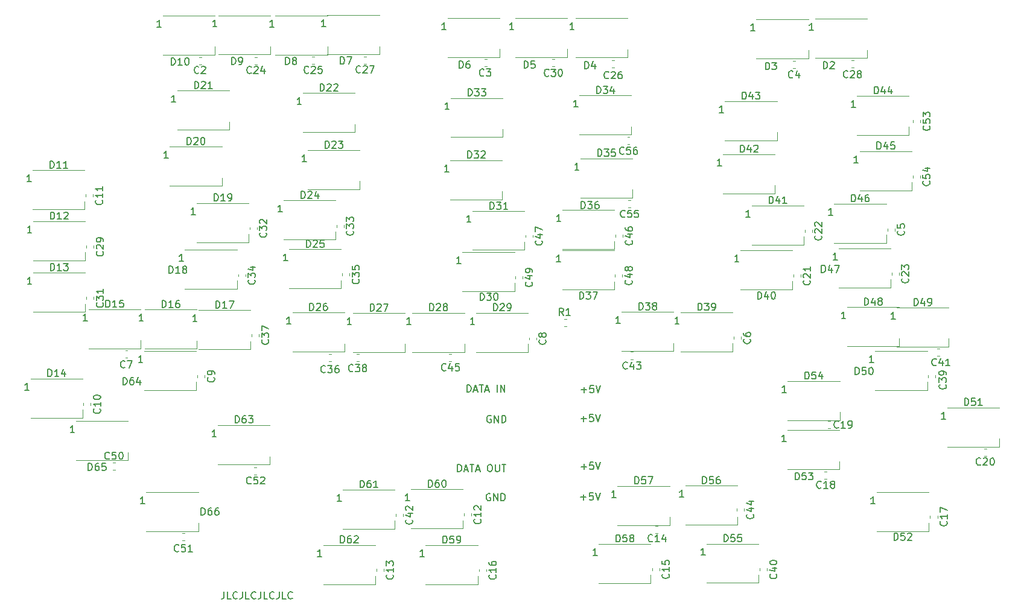
<source format=gbr>
%TF.GenerationSoftware,KiCad,Pcbnew,(5.1.6)-1*%
%TF.CreationDate,2021-08-23T11:24:56+10:00*%
%TF.ProjectId,INTR LT Panel PCB V2,494e5452-204c-4542-9050-616e656c2050,rev?*%
%TF.SameCoordinates,Original*%
%TF.FileFunction,Legend,Top*%
%TF.FilePolarity,Positive*%
%FSLAX46Y46*%
G04 Gerber Fmt 4.6, Leading zero omitted, Abs format (unit mm)*
G04 Created by KiCad (PCBNEW (5.1.6)-1) date 2021-08-23 11:24:56*
%MOMM*%
%LPD*%
G01*
G04 APERTURE LIST*
%ADD10C,0.150000*%
%ADD11C,0.120000*%
G04 APERTURE END LIST*
D10*
X67730952Y-129027380D02*
X67730952Y-129741666D01*
X67683333Y-129884523D01*
X67588095Y-129979761D01*
X67445238Y-130027380D01*
X67350000Y-130027380D01*
X68683333Y-130027380D02*
X68207142Y-130027380D01*
X68207142Y-129027380D01*
X69588095Y-129932142D02*
X69540476Y-129979761D01*
X69397619Y-130027380D01*
X69302380Y-130027380D01*
X69159523Y-129979761D01*
X69064285Y-129884523D01*
X69016666Y-129789285D01*
X68969047Y-129598809D01*
X68969047Y-129455952D01*
X69016666Y-129265476D01*
X69064285Y-129170238D01*
X69159523Y-129075000D01*
X69302380Y-129027380D01*
X69397619Y-129027380D01*
X69540476Y-129075000D01*
X69588095Y-129122619D01*
X70302380Y-129027380D02*
X70302380Y-129741666D01*
X70254761Y-129884523D01*
X70159523Y-129979761D01*
X70016666Y-130027380D01*
X69921428Y-130027380D01*
X71254761Y-130027380D02*
X70778571Y-130027380D01*
X70778571Y-129027380D01*
X72159523Y-129932142D02*
X72111904Y-129979761D01*
X71969047Y-130027380D01*
X71873809Y-130027380D01*
X71730952Y-129979761D01*
X71635714Y-129884523D01*
X71588095Y-129789285D01*
X71540476Y-129598809D01*
X71540476Y-129455952D01*
X71588095Y-129265476D01*
X71635714Y-129170238D01*
X71730952Y-129075000D01*
X71873809Y-129027380D01*
X71969047Y-129027380D01*
X72111904Y-129075000D01*
X72159523Y-129122619D01*
X72873809Y-129027380D02*
X72873809Y-129741666D01*
X72826190Y-129884523D01*
X72730952Y-129979761D01*
X72588095Y-130027380D01*
X72492857Y-130027380D01*
X73826190Y-130027380D02*
X73350000Y-130027380D01*
X73350000Y-129027380D01*
X74730952Y-129932142D02*
X74683333Y-129979761D01*
X74540476Y-130027380D01*
X74445238Y-130027380D01*
X74302380Y-129979761D01*
X74207142Y-129884523D01*
X74159523Y-129789285D01*
X74111904Y-129598809D01*
X74111904Y-129455952D01*
X74159523Y-129265476D01*
X74207142Y-129170238D01*
X74302380Y-129075000D01*
X74445238Y-129027380D01*
X74540476Y-129027380D01*
X74683333Y-129075000D01*
X74730952Y-129122619D01*
X75445238Y-129027380D02*
X75445238Y-129741666D01*
X75397619Y-129884523D01*
X75302380Y-129979761D01*
X75159523Y-130027380D01*
X75064285Y-130027380D01*
X76397619Y-130027380D02*
X75921428Y-130027380D01*
X75921428Y-129027380D01*
X77302380Y-129932142D02*
X77254761Y-129979761D01*
X77111904Y-130027380D01*
X77016666Y-130027380D01*
X76873809Y-129979761D01*
X76778571Y-129884523D01*
X76730952Y-129789285D01*
X76683333Y-129598809D01*
X76683333Y-129455952D01*
X76730952Y-129265476D01*
X76778571Y-129170238D01*
X76873809Y-129075000D01*
X77016666Y-129027380D01*
X77111904Y-129027380D01*
X77254761Y-129075000D01*
X77302380Y-129122619D01*
X100490476Y-112177380D02*
X100490476Y-111177380D01*
X100728571Y-111177380D01*
X100871428Y-111225000D01*
X100966666Y-111320238D01*
X101014285Y-111415476D01*
X101061904Y-111605952D01*
X101061904Y-111748809D01*
X101014285Y-111939285D01*
X100966666Y-112034523D01*
X100871428Y-112129761D01*
X100728571Y-112177380D01*
X100490476Y-112177380D01*
X101442857Y-111891666D02*
X101919047Y-111891666D01*
X101347619Y-112177380D02*
X101680952Y-111177380D01*
X102014285Y-112177380D01*
X102204761Y-111177380D02*
X102776190Y-111177380D01*
X102490476Y-112177380D02*
X102490476Y-111177380D01*
X103061904Y-111891666D02*
X103538095Y-111891666D01*
X102966666Y-112177380D02*
X103300000Y-111177380D01*
X103633333Y-112177380D01*
X104919047Y-111177380D02*
X105109523Y-111177380D01*
X105204761Y-111225000D01*
X105300000Y-111320238D01*
X105347619Y-111510714D01*
X105347619Y-111844047D01*
X105300000Y-112034523D01*
X105204761Y-112129761D01*
X105109523Y-112177380D01*
X104919047Y-112177380D01*
X104823809Y-112129761D01*
X104728571Y-112034523D01*
X104680952Y-111844047D01*
X104680952Y-111510714D01*
X104728571Y-111320238D01*
X104823809Y-111225000D01*
X104919047Y-111177380D01*
X105776190Y-111177380D02*
X105776190Y-111986904D01*
X105823809Y-112082142D01*
X105871428Y-112129761D01*
X105966666Y-112177380D01*
X106157142Y-112177380D01*
X106252380Y-112129761D01*
X106300000Y-112082142D01*
X106347619Y-111986904D01*
X106347619Y-111177380D01*
X106680952Y-111177380D02*
X107252380Y-111177380D01*
X106966666Y-112177380D02*
X106966666Y-111177380D01*
X105063095Y-115300000D02*
X104967857Y-115252380D01*
X104825000Y-115252380D01*
X104682142Y-115300000D01*
X104586904Y-115395238D01*
X104539285Y-115490476D01*
X104491666Y-115680952D01*
X104491666Y-115823809D01*
X104539285Y-116014285D01*
X104586904Y-116109523D01*
X104682142Y-116204761D01*
X104825000Y-116252380D01*
X104920238Y-116252380D01*
X105063095Y-116204761D01*
X105110714Y-116157142D01*
X105110714Y-115823809D01*
X104920238Y-115823809D01*
X105539285Y-116252380D02*
X105539285Y-115252380D01*
X106110714Y-116252380D01*
X106110714Y-115252380D01*
X106586904Y-116252380D02*
X106586904Y-115252380D01*
X106825000Y-115252380D01*
X106967857Y-115300000D01*
X107063095Y-115395238D01*
X107110714Y-115490476D01*
X107158333Y-115680952D01*
X107158333Y-115823809D01*
X107110714Y-116014285D01*
X107063095Y-116109523D01*
X106967857Y-116204761D01*
X106825000Y-116252380D01*
X106586904Y-116252380D01*
X117764285Y-115771428D02*
X118526190Y-115771428D01*
X118145238Y-116152380D02*
X118145238Y-115390476D01*
X119478571Y-115152380D02*
X119002380Y-115152380D01*
X118954761Y-115628571D01*
X119002380Y-115580952D01*
X119097619Y-115533333D01*
X119335714Y-115533333D01*
X119430952Y-115580952D01*
X119478571Y-115628571D01*
X119526190Y-115723809D01*
X119526190Y-115961904D01*
X119478571Y-116057142D01*
X119430952Y-116104761D01*
X119335714Y-116152380D01*
X119097619Y-116152380D01*
X119002380Y-116104761D01*
X118954761Y-116057142D01*
X119811904Y-115152380D02*
X120145238Y-116152380D01*
X120478571Y-115152380D01*
X117814285Y-111471428D02*
X118576190Y-111471428D01*
X118195238Y-111852380D02*
X118195238Y-111090476D01*
X119528571Y-110852380D02*
X119052380Y-110852380D01*
X119004761Y-111328571D01*
X119052380Y-111280952D01*
X119147619Y-111233333D01*
X119385714Y-111233333D01*
X119480952Y-111280952D01*
X119528571Y-111328571D01*
X119576190Y-111423809D01*
X119576190Y-111661904D01*
X119528571Y-111757142D01*
X119480952Y-111804761D01*
X119385714Y-111852380D01*
X119147619Y-111852380D01*
X119052380Y-111804761D01*
X119004761Y-111757142D01*
X119861904Y-110852380D02*
X120195238Y-111852380D01*
X120528571Y-110852380D01*
X117789285Y-104746428D02*
X118551190Y-104746428D01*
X118170238Y-105127380D02*
X118170238Y-104365476D01*
X119503571Y-104127380D02*
X119027380Y-104127380D01*
X118979761Y-104603571D01*
X119027380Y-104555952D01*
X119122619Y-104508333D01*
X119360714Y-104508333D01*
X119455952Y-104555952D01*
X119503571Y-104603571D01*
X119551190Y-104698809D01*
X119551190Y-104936904D01*
X119503571Y-105032142D01*
X119455952Y-105079761D01*
X119360714Y-105127380D01*
X119122619Y-105127380D01*
X119027380Y-105079761D01*
X118979761Y-105032142D01*
X119836904Y-104127380D02*
X120170238Y-105127380D01*
X120503571Y-104127380D01*
X117839285Y-100696428D02*
X118601190Y-100696428D01*
X118220238Y-101077380D02*
X118220238Y-100315476D01*
X119553571Y-100077380D02*
X119077380Y-100077380D01*
X119029761Y-100553571D01*
X119077380Y-100505952D01*
X119172619Y-100458333D01*
X119410714Y-100458333D01*
X119505952Y-100505952D01*
X119553571Y-100553571D01*
X119601190Y-100648809D01*
X119601190Y-100886904D01*
X119553571Y-100982142D01*
X119505952Y-101029761D01*
X119410714Y-101077380D01*
X119172619Y-101077380D01*
X119077380Y-101029761D01*
X119029761Y-100982142D01*
X119886904Y-100077380D02*
X120220238Y-101077380D01*
X120553571Y-100077380D01*
X105163095Y-104325000D02*
X105067857Y-104277380D01*
X104925000Y-104277380D01*
X104782142Y-104325000D01*
X104686904Y-104420238D01*
X104639285Y-104515476D01*
X104591666Y-104705952D01*
X104591666Y-104848809D01*
X104639285Y-105039285D01*
X104686904Y-105134523D01*
X104782142Y-105229761D01*
X104925000Y-105277380D01*
X105020238Y-105277380D01*
X105163095Y-105229761D01*
X105210714Y-105182142D01*
X105210714Y-104848809D01*
X105020238Y-104848809D01*
X105639285Y-105277380D02*
X105639285Y-104277380D01*
X106210714Y-105277380D01*
X106210714Y-104277380D01*
X106686904Y-105277380D02*
X106686904Y-104277380D01*
X106925000Y-104277380D01*
X107067857Y-104325000D01*
X107163095Y-104420238D01*
X107210714Y-104515476D01*
X107258333Y-104705952D01*
X107258333Y-104848809D01*
X107210714Y-105039285D01*
X107163095Y-105134523D01*
X107067857Y-105229761D01*
X106925000Y-105277380D01*
X106686904Y-105277380D01*
X101807142Y-101002380D02*
X101807142Y-100002380D01*
X102045238Y-100002380D01*
X102188095Y-100050000D01*
X102283333Y-100145238D01*
X102330952Y-100240476D01*
X102378571Y-100430952D01*
X102378571Y-100573809D01*
X102330952Y-100764285D01*
X102283333Y-100859523D01*
X102188095Y-100954761D01*
X102045238Y-101002380D01*
X101807142Y-101002380D01*
X102759523Y-100716666D02*
X103235714Y-100716666D01*
X102664285Y-101002380D02*
X102997619Y-100002380D01*
X103330952Y-101002380D01*
X103521428Y-100002380D02*
X104092857Y-100002380D01*
X103807142Y-101002380D02*
X103807142Y-100002380D01*
X104378571Y-100716666D02*
X104854761Y-100716666D01*
X104283333Y-101002380D02*
X104616666Y-100002380D01*
X104950000Y-101002380D01*
X106045238Y-101002380D02*
X106045238Y-100002380D01*
X106521428Y-101002380D02*
X106521428Y-100002380D01*
X107092857Y-101002380D01*
X107092857Y-100002380D01*
D11*
%TO.C,C55*%
X124775279Y-74090000D02*
X124449721Y-74090000D01*
X124775279Y-75110000D02*
X124449721Y-75110000D01*
%TO.C,D45*%
X164200000Y-72700000D02*
X164200000Y-71550000D01*
X156900000Y-72700000D02*
X164200000Y-72700000D01*
X156900000Y-67200000D02*
X164200000Y-67200000D01*
%TO.C,D44*%
X163825000Y-64925000D02*
X163825000Y-63775000D01*
X156525000Y-64925000D02*
X163825000Y-64925000D01*
X156525000Y-59425000D02*
X163825000Y-59425000D01*
%TO.C,D43*%
X145300000Y-65675000D02*
X145300000Y-64525000D01*
X138000000Y-65675000D02*
X145300000Y-65675000D01*
X138000000Y-60175000D02*
X145300000Y-60175000D01*
%TO.C,D42*%
X145025000Y-73125000D02*
X145025000Y-71975000D01*
X137725000Y-73125000D02*
X145025000Y-73125000D01*
X137725000Y-67625000D02*
X145025000Y-67625000D01*
%TO.C,D35*%
X125025000Y-73700000D02*
X125025000Y-72550000D01*
X117725000Y-73700000D02*
X125025000Y-73700000D01*
X117725000Y-68200000D02*
X125025000Y-68200000D01*
%TO.C,D34*%
X124875000Y-64875000D02*
X124875000Y-63725000D01*
X117575000Y-64875000D02*
X124875000Y-64875000D01*
X117575000Y-59375000D02*
X124875000Y-59375000D01*
%TO.C,D33*%
X106825000Y-65225000D02*
X106825000Y-64075000D01*
X99525000Y-65225000D02*
X106825000Y-65225000D01*
X99525000Y-59725000D02*
X106825000Y-59725000D01*
%TO.C,D32*%
X106750000Y-73950000D02*
X106750000Y-72800000D01*
X99450000Y-73950000D02*
X106750000Y-73950000D01*
X99450000Y-68450000D02*
X106750000Y-68450000D01*
%TO.C,D23*%
X86775000Y-72550000D02*
X86775000Y-71400000D01*
X79475000Y-72550000D02*
X86775000Y-72550000D01*
X79475000Y-67050000D02*
X86775000Y-67050000D01*
%TO.C,D22*%
X86075000Y-64525000D02*
X86075000Y-63375000D01*
X78775000Y-64525000D02*
X86075000Y-64525000D01*
X78775000Y-59025000D02*
X86075000Y-59025000D01*
%TO.C,D21*%
X68450000Y-64200000D02*
X68450000Y-63050000D01*
X61150000Y-64200000D02*
X68450000Y-64200000D01*
X61150000Y-58700000D02*
X68450000Y-58700000D01*
%TO.C,D20*%
X67400000Y-72050000D02*
X67400000Y-70900000D01*
X60100000Y-72050000D02*
X67400000Y-72050000D01*
X60100000Y-66550000D02*
X67400000Y-66550000D01*
%TO.C,C56*%
X124625279Y-65215000D02*
X124299721Y-65215000D01*
X124625279Y-66235000D02*
X124299721Y-66235000D01*
%TO.C,C54*%
X164365000Y-70574721D02*
X164365000Y-70900279D01*
X165385000Y-70574721D02*
X165385000Y-70900279D01*
%TO.C,C53*%
X164390000Y-62824721D02*
X164390000Y-63150279D01*
X165410000Y-62824721D02*
X165410000Y-63150279D01*
%TO.C,C52*%
X71949721Y-111540000D02*
X72275279Y-111540000D01*
X71949721Y-112560000D02*
X72275279Y-112560000D01*
%TO.C,C51*%
X61849721Y-120840000D02*
X62175279Y-120840000D01*
X61849721Y-121860000D02*
X62175279Y-121860000D01*
%TO.C,C50*%
X52099721Y-110890000D02*
X52425279Y-110890000D01*
X52099721Y-111910000D02*
X52425279Y-111910000D01*
%TO.C,C49*%
X109610000Y-84749721D02*
X109610000Y-85075279D01*
X108590000Y-84749721D02*
X108590000Y-85075279D01*
%TO.C,C48*%
X123610000Y-84499721D02*
X123610000Y-84825279D01*
X122590000Y-84499721D02*
X122590000Y-84825279D01*
%TO.C,C47*%
X111010000Y-78949721D02*
X111010000Y-79275279D01*
X109990000Y-78949721D02*
X109990000Y-79275279D01*
%TO.C,C46*%
X123660000Y-78899721D02*
X123660000Y-79225279D01*
X122640000Y-78899721D02*
X122640000Y-79225279D01*
%TO.C,C45*%
X99299721Y-95690000D02*
X99625279Y-95690000D01*
X99299721Y-96710000D02*
X99625279Y-96710000D01*
%TO.C,C44*%
X140660000Y-117349721D02*
X140660000Y-117675279D01*
X139640000Y-117349721D02*
X139640000Y-117675279D01*
%TO.C,C43*%
X124737221Y-95365000D02*
X125062779Y-95365000D01*
X124737221Y-96385000D02*
X125062779Y-96385000D01*
%TO.C,C42*%
X92810000Y-118099721D02*
X92810000Y-118425279D01*
X91790000Y-118099721D02*
X91790000Y-118425279D01*
%TO.C,C41*%
X167749721Y-94890000D02*
X168075279Y-94890000D01*
X167749721Y-95910000D02*
X168075279Y-95910000D01*
%TO.C,C40*%
X143910000Y-125749721D02*
X143910000Y-126075279D01*
X142890000Y-125749721D02*
X142890000Y-126075279D01*
%TO.C,C39*%
X167510000Y-98624721D02*
X167510000Y-98950279D01*
X166490000Y-98624721D02*
X166490000Y-98950279D01*
%TO.C,C38*%
X86324721Y-95665000D02*
X86650279Y-95665000D01*
X86324721Y-96685000D02*
X86650279Y-96685000D01*
%TO.C,C37*%
X72610000Y-92849721D02*
X72610000Y-93175279D01*
X71590000Y-92849721D02*
X71590000Y-93175279D01*
%TO.C,C36*%
X82449721Y-95690000D02*
X82775279Y-95690000D01*
X82449721Y-96710000D02*
X82775279Y-96710000D01*
%TO.C,C35*%
X85310000Y-84349721D02*
X85310000Y-84675279D01*
X84290000Y-84349721D02*
X84290000Y-84675279D01*
%TO.C,C34*%
X70710000Y-84449721D02*
X70710000Y-84775279D01*
X69690000Y-84449721D02*
X69690000Y-84775279D01*
%TO.C,C33*%
X84510000Y-77549721D02*
X84510000Y-77875279D01*
X83490000Y-77549721D02*
X83490000Y-77875279D01*
%TO.C,C32*%
X72310000Y-77849721D02*
X72310000Y-78175279D01*
X71290000Y-77849721D02*
X71290000Y-78175279D01*
%TO.C,C31*%
X49410000Y-87649721D02*
X49410000Y-87975279D01*
X48390000Y-87649721D02*
X48390000Y-87975279D01*
%TO.C,C30*%
X113749721Y-54290000D02*
X114075279Y-54290000D01*
X113749721Y-55310000D02*
X114075279Y-55310000D01*
%TO.C,C29*%
X49410000Y-80449721D02*
X49410000Y-80775279D01*
X48390000Y-80449721D02*
X48390000Y-80775279D01*
%TO.C,C28*%
X155749721Y-54390000D02*
X156075279Y-54390000D01*
X155749721Y-55410000D02*
X156075279Y-55410000D01*
%TO.C,C27*%
X87349721Y-53890000D02*
X87675279Y-53890000D01*
X87349721Y-54910000D02*
X87675279Y-54910000D01*
%TO.C,C26*%
X122149721Y-54390000D02*
X122475279Y-54390000D01*
X122149721Y-55410000D02*
X122475279Y-55410000D01*
%TO.C,C25*%
X80049721Y-53890000D02*
X80375279Y-53890000D01*
X80049721Y-54910000D02*
X80375279Y-54910000D01*
%TO.C,C24*%
X72024721Y-53990000D02*
X72350279Y-53990000D01*
X72024721Y-55010000D02*
X72350279Y-55010000D01*
%TO.C,R1*%
X115775279Y-91810000D02*
X115449721Y-91810000D01*
X115775279Y-90790000D02*
X115449721Y-90790000D01*
%TO.C,C23*%
X162410000Y-84249721D02*
X162410000Y-84575279D01*
X161390000Y-84249721D02*
X161390000Y-84575279D01*
%TO.C,C22*%
X150210000Y-78237221D02*
X150210000Y-78562779D01*
X149190000Y-78237221D02*
X149190000Y-78562779D01*
%TO.C,C21*%
X148610000Y-84524721D02*
X148610000Y-84850279D01*
X147590000Y-84524721D02*
X147590000Y-84850279D01*
%TO.C,C20*%
X174349721Y-108990000D02*
X174675279Y-108990000D01*
X174349721Y-110010000D02*
X174675279Y-110010000D01*
%TO.C,C19*%
X152750279Y-106110000D02*
X152424721Y-106110000D01*
X152750279Y-105090000D02*
X152424721Y-105090000D01*
%TO.C,C18*%
X151949721Y-112190000D02*
X152275279Y-112190000D01*
X151949721Y-113210000D02*
X152275279Y-113210000D01*
%TO.C,C17*%
X167810000Y-118337221D02*
X167810000Y-118662779D01*
X166790000Y-118337221D02*
X166790000Y-118662779D01*
%TO.C,C16*%
X104510000Y-125849721D02*
X104510000Y-126175279D01*
X103490000Y-125849721D02*
X103490000Y-126175279D01*
%TO.C,C15*%
X128810000Y-125724721D02*
X128810000Y-126050279D01*
X127790000Y-125724721D02*
X127790000Y-126050279D01*
%TO.C,C14*%
X128249721Y-119790000D02*
X128575279Y-119790000D01*
X128249721Y-120810000D02*
X128575279Y-120810000D01*
%TO.C,C13*%
X90110000Y-125837221D02*
X90110000Y-126162779D01*
X89090000Y-125837221D02*
X89090000Y-126162779D01*
%TO.C,C12*%
X102410000Y-118049721D02*
X102410000Y-118375279D01*
X101390000Y-118049721D02*
X101390000Y-118375279D01*
%TO.C,C11*%
X49310000Y-73249721D02*
X49310000Y-73575279D01*
X48290000Y-73249721D02*
X48290000Y-73575279D01*
%TO.C,C10*%
X49010000Y-102549721D02*
X49010000Y-102875279D01*
X47990000Y-102549721D02*
X47990000Y-102875279D01*
%TO.C,C9*%
X65010000Y-98624721D02*
X65010000Y-98950279D01*
X63990000Y-98624721D02*
X63990000Y-98950279D01*
%TO.C,C8*%
X111510000Y-93337221D02*
X111510000Y-93662779D01*
X110490000Y-93337221D02*
X110490000Y-93662779D01*
%TO.C,C7*%
X53849721Y-95190000D02*
X54175279Y-95190000D01*
X53849721Y-96210000D02*
X54175279Y-96210000D01*
%TO.C,C6*%
X140210000Y-93237221D02*
X140210000Y-93562779D01*
X139190000Y-93237221D02*
X139190000Y-93562779D01*
%TO.C,C5*%
X161810000Y-78024721D02*
X161810000Y-78350279D01*
X160790000Y-78024721D02*
X160790000Y-78350279D01*
%TO.C,C4*%
X147549721Y-54490000D02*
X147875279Y-54490000D01*
X147549721Y-55510000D02*
X147875279Y-55510000D01*
%TO.C,C3*%
X104249721Y-54290000D02*
X104575279Y-54290000D01*
X104249721Y-55310000D02*
X104575279Y-55310000D01*
%TO.C,C2*%
X64249721Y-53990000D02*
X64575279Y-53990000D01*
X64249721Y-55010000D02*
X64575279Y-55010000D01*
%TO.C,D66*%
X64090400Y-120555000D02*
X64090400Y-119405000D01*
X56790400Y-120555000D02*
X64090400Y-120555000D01*
X56790400Y-115055000D02*
X64090400Y-115055000D01*
%TO.C,D65*%
X46933000Y-105073000D02*
X54233000Y-105073000D01*
X46933000Y-110573000D02*
X54233000Y-110573000D01*
X54233000Y-110573000D02*
X54233000Y-109423000D01*
%TO.C,D64*%
X56511000Y-95217600D02*
X63811000Y-95217600D01*
X56511000Y-100717600D02*
X63811000Y-100717600D01*
X63811000Y-100717600D02*
X63811000Y-99567600D01*
%TO.C,D63*%
X66835000Y-105683000D02*
X74135000Y-105683000D01*
X66835000Y-111183000D02*
X74135000Y-111183000D01*
X74135000Y-111183000D02*
X74135000Y-110033000D01*
%TO.C,D62*%
X81631600Y-122472000D02*
X88931600Y-122472000D01*
X81631600Y-127972000D02*
X88931600Y-127972000D01*
X88931600Y-127972000D02*
X88931600Y-126822000D01*
%TO.C,D61*%
X84374800Y-114699000D02*
X91674800Y-114699000D01*
X84374800Y-120199000D02*
X91674800Y-120199000D01*
X91674800Y-120199000D02*
X91674800Y-119049000D01*
%TO.C,D60*%
X93950600Y-114649000D02*
X101250600Y-114649000D01*
X93950600Y-120149000D02*
X101250600Y-120149000D01*
X101250600Y-120149000D02*
X101250600Y-118999000D01*
%TO.C,D59*%
X96008000Y-122497000D02*
X103308000Y-122497000D01*
X96008000Y-127997000D02*
X103308000Y-127997000D01*
X103308000Y-127997000D02*
X103308000Y-126847000D01*
%TO.C,D58*%
X120290000Y-122319000D02*
X127590000Y-122319000D01*
X120290000Y-127819000D02*
X127590000Y-127819000D01*
X127590000Y-127819000D02*
X127590000Y-126669000D01*
%TO.C,D57*%
X122925000Y-114175000D02*
X130225000Y-114175000D01*
X122925000Y-119675000D02*
X130225000Y-119675000D01*
X130225000Y-119675000D02*
X130225000Y-118525000D01*
%TO.C,D56*%
X132425000Y-114150000D02*
X139725000Y-114150000D01*
X132425000Y-119650000D02*
X139725000Y-119650000D01*
X139725000Y-119650000D02*
X139725000Y-118500000D01*
%TO.C,D55*%
X135429000Y-122294000D02*
X142729000Y-122294000D01*
X135429000Y-127794000D02*
X142729000Y-127794000D01*
X142729000Y-127794000D02*
X142729000Y-126644000D01*
%TO.C,D54*%
X146808000Y-99460000D02*
X154108000Y-99460000D01*
X146808000Y-104960000D02*
X154108000Y-104960000D01*
X154108000Y-104960000D02*
X154108000Y-103810000D01*
%TO.C,D53*%
X146783000Y-106369000D02*
X154083000Y-106369000D01*
X146783000Y-111869000D02*
X154083000Y-111869000D01*
X154083000Y-111869000D02*
X154083000Y-110719000D01*
%TO.C,D52*%
X159266000Y-115055000D02*
X166566000Y-115055000D01*
X159266000Y-120555000D02*
X166566000Y-120555000D01*
X166566000Y-120555000D02*
X166566000Y-119405000D01*
%TO.C,D51*%
X169185000Y-103168000D02*
X176485000Y-103168000D01*
X169185000Y-108668000D02*
X176485000Y-108668000D01*
X176485000Y-108668000D02*
X176485000Y-107518000D01*
%TO.C,D50*%
X159076000Y-95217600D02*
X166376000Y-95217600D01*
X159076000Y-100717600D02*
X166376000Y-100717600D01*
X166376000Y-100717600D02*
X166376000Y-99567600D01*
%TO.C,D49*%
X162099000Y-89147400D02*
X169399000Y-89147400D01*
X162099000Y-94647400D02*
X169399000Y-94647400D01*
X169399000Y-94647400D02*
X169399000Y-93497400D01*
%TO.C,D48*%
X155139000Y-89096200D02*
X162439000Y-89096200D01*
X155139000Y-94596200D02*
X162439000Y-94596200D01*
X162439000Y-94596200D02*
X162439000Y-93446200D01*
%TO.C,D47*%
X153971000Y-80815800D02*
X161271000Y-80815800D01*
X153971000Y-86315800D02*
X161271000Y-86315800D01*
X161271000Y-86315800D02*
X161271000Y-85165800D01*
%TO.C,D46*%
X153322000Y-74567600D02*
X160622000Y-74567600D01*
X153322000Y-80067600D02*
X160622000Y-80067600D01*
X160622000Y-80067600D02*
X160622000Y-78917600D01*
%TO.C,D41*%
X141753000Y-74821400D02*
X149053000Y-74821400D01*
X141753000Y-80321400D02*
X149053000Y-80321400D01*
X149053000Y-80321400D02*
X149053000Y-79171400D01*
%TO.C,D40*%
X140151000Y-81095200D02*
X147451000Y-81095200D01*
X140151000Y-86595200D02*
X147451000Y-86595200D01*
X147451000Y-86595200D02*
X147451000Y-85445200D01*
%TO.C,D39*%
X131771000Y-89807400D02*
X139071000Y-89807400D01*
X131771000Y-95307400D02*
X139071000Y-95307400D01*
X139071000Y-95307400D02*
X139071000Y-94157400D01*
%TO.C,D38*%
X123502000Y-89756800D02*
X130802000Y-89756800D01*
X123502000Y-95256800D02*
X130802000Y-95256800D01*
X130802000Y-95256800D02*
X130802000Y-94106800D01*
%TO.C,D37*%
X115160000Y-81121000D02*
X122460000Y-81121000D01*
X115160000Y-86621000D02*
X122460000Y-86621000D01*
X122460000Y-86621000D02*
X122460000Y-85471000D01*
%TO.C,D36*%
X115171000Y-75456600D02*
X122471000Y-75456600D01*
X115171000Y-80956600D02*
X122471000Y-80956600D01*
X122471000Y-80956600D02*
X122471000Y-79806600D01*
%TO.C,D31*%
X102561000Y-75558000D02*
X109861000Y-75558000D01*
X102561000Y-81058000D02*
X109861000Y-81058000D01*
X109861000Y-81058000D02*
X109861000Y-79908000D01*
%TO.C,D30*%
X101162000Y-81349200D02*
X108462000Y-81349200D01*
X101162000Y-86849200D02*
X108462000Y-86849200D01*
X108462000Y-86849200D02*
X108462000Y-85699200D01*
%TO.C,D29*%
X103081000Y-89883800D02*
X110381000Y-89883800D01*
X103081000Y-95383800D02*
X110381000Y-95383800D01*
X110381000Y-95383800D02*
X110381000Y-94233800D01*
%TO.C,D28*%
X94140000Y-89883800D02*
X101440000Y-89883800D01*
X94140000Y-95383800D02*
X101440000Y-95383800D01*
X101440000Y-95383800D02*
X101440000Y-94233800D01*
%TO.C,D27*%
X85797200Y-89909000D02*
X93097200Y-89909000D01*
X85797200Y-95409000D02*
X93097200Y-95409000D01*
X93097200Y-95409000D02*
X93097200Y-94259000D01*
%TO.C,D26*%
X77299800Y-89833000D02*
X84599800Y-89833000D01*
X77299800Y-95333000D02*
X84599800Y-95333000D01*
X84599800Y-95333000D02*
X84599800Y-94183000D01*
%TO.C,D25*%
X76842600Y-80968400D02*
X84142600Y-80968400D01*
X76842600Y-86468400D02*
X84142600Y-86468400D01*
X84142600Y-86468400D02*
X84142600Y-85318400D01*
%TO.C,D24*%
X76092200Y-74110200D02*
X83392200Y-74110200D01*
X76092200Y-79610200D02*
X83392200Y-79610200D01*
X83392200Y-79610200D02*
X83392200Y-78460200D01*
%TO.C,D19*%
X63888600Y-74466000D02*
X71188600Y-74466000D01*
X63888600Y-79966000D02*
X71188600Y-79966000D01*
X71188600Y-79966000D02*
X71188600Y-78816000D01*
%TO.C,D18*%
X62223800Y-81019000D02*
X69523800Y-81019000D01*
X62223800Y-86519000D02*
X69523800Y-86519000D01*
X69523800Y-86519000D02*
X69523800Y-85369000D01*
%TO.C,D17*%
X64131000Y-89502600D02*
X71431000Y-89502600D01*
X64131000Y-95002600D02*
X71431000Y-95002600D01*
X71431000Y-95002600D02*
X71431000Y-93852600D01*
%TO.C,D16*%
X56585000Y-89426400D02*
X63885000Y-89426400D01*
X56585000Y-94926400D02*
X63885000Y-94926400D01*
X63885000Y-94926400D02*
X63885000Y-93776400D01*
%TO.C,D15*%
X48736400Y-89375600D02*
X56036400Y-89375600D01*
X48736400Y-94875600D02*
X56036400Y-94875600D01*
X56036400Y-94875600D02*
X56036400Y-93725600D01*
%TO.C,D14*%
X40559800Y-99104000D02*
X47859800Y-99104000D01*
X40559800Y-104604000D02*
X47859800Y-104604000D01*
X47859800Y-104604000D02*
X47859800Y-103454000D01*
%TO.C,D13*%
X40915400Y-84244800D02*
X48215400Y-84244800D01*
X40915400Y-89744800D02*
X48215400Y-89744800D01*
X48215400Y-89744800D02*
X48215400Y-88594800D01*
%TO.C,D12*%
X40927000Y-77031400D02*
X48227000Y-77031400D01*
X40927000Y-82531400D02*
X48227000Y-82531400D01*
X48227000Y-82531400D02*
X48227000Y-81381400D01*
%TO.C,D11*%
X40864600Y-69868400D02*
X48164600Y-69868400D01*
X40864600Y-75368400D02*
X48164600Y-75368400D01*
X48164600Y-75368400D02*
X48164600Y-74218400D01*
%TO.C,D10*%
X59099600Y-48151400D02*
X66399600Y-48151400D01*
X59099600Y-53651400D02*
X66399600Y-53651400D01*
X66399600Y-53651400D02*
X66399600Y-52501400D01*
%TO.C,D9*%
X66922800Y-48126000D02*
X74222800Y-48126000D01*
X66922800Y-53626000D02*
X74222800Y-53626000D01*
X74222800Y-53626000D02*
X74222800Y-52476000D01*
%TO.C,D8*%
X74926000Y-48151800D02*
X82226000Y-48151800D01*
X74926000Y-53651800D02*
X82226000Y-53651800D01*
X82226000Y-53651800D02*
X82226000Y-52501800D01*
%TO.C,D7*%
X82190400Y-48100600D02*
X89490400Y-48100600D01*
X82190400Y-53600600D02*
X89490400Y-53600600D01*
X89490400Y-53600600D02*
X89490400Y-52450600D01*
%TO.C,D6*%
X99079000Y-48507000D02*
X106379000Y-48507000D01*
X99079000Y-54007000D02*
X106379000Y-54007000D01*
X106379000Y-54007000D02*
X106379000Y-52857000D01*
%TO.C,D5*%
X108581000Y-48507000D02*
X115881000Y-48507000D01*
X108581000Y-54007000D02*
X115881000Y-54007000D01*
X115881000Y-54007000D02*
X115881000Y-52857000D01*
%TO.C,D4*%
X117037000Y-48532800D02*
X124337000Y-48532800D01*
X117037000Y-54032800D02*
X124337000Y-54032800D01*
X124337000Y-54032800D02*
X124337000Y-52882800D01*
%TO.C,D3*%
X142400000Y-48659600D02*
X149700000Y-48659600D01*
X142400000Y-54159600D02*
X149700000Y-54159600D01*
X149700000Y-54159600D02*
X149700000Y-53009600D01*
%TO.C,D2*%
X150630000Y-48608800D02*
X157930000Y-48608800D01*
X150630000Y-54108800D02*
X157930000Y-54108800D01*
X157930000Y-54108800D02*
X157930000Y-52958800D01*
%TO.C,C55*%
D10*
X123969642Y-76387142D02*
X123922023Y-76434761D01*
X123779166Y-76482380D01*
X123683928Y-76482380D01*
X123541071Y-76434761D01*
X123445833Y-76339523D01*
X123398214Y-76244285D01*
X123350595Y-76053809D01*
X123350595Y-75910952D01*
X123398214Y-75720476D01*
X123445833Y-75625238D01*
X123541071Y-75530000D01*
X123683928Y-75482380D01*
X123779166Y-75482380D01*
X123922023Y-75530000D01*
X123969642Y-75577619D01*
X124874404Y-75482380D02*
X124398214Y-75482380D01*
X124350595Y-75958571D01*
X124398214Y-75910952D01*
X124493452Y-75863333D01*
X124731547Y-75863333D01*
X124826785Y-75910952D01*
X124874404Y-75958571D01*
X124922023Y-76053809D01*
X124922023Y-76291904D01*
X124874404Y-76387142D01*
X124826785Y-76434761D01*
X124731547Y-76482380D01*
X124493452Y-76482380D01*
X124398214Y-76434761D01*
X124350595Y-76387142D01*
X125826785Y-75482380D02*
X125350595Y-75482380D01*
X125302976Y-75958571D01*
X125350595Y-75910952D01*
X125445833Y-75863333D01*
X125683928Y-75863333D01*
X125779166Y-75910952D01*
X125826785Y-75958571D01*
X125874404Y-76053809D01*
X125874404Y-76291904D01*
X125826785Y-76387142D01*
X125779166Y-76434761D01*
X125683928Y-76482380D01*
X125445833Y-76482380D01*
X125350595Y-76434761D01*
X125302976Y-76387142D01*
%TO.C,D45*%
X159335714Y-66902380D02*
X159335714Y-65902380D01*
X159573809Y-65902380D01*
X159716666Y-65950000D01*
X159811904Y-66045238D01*
X159859523Y-66140476D01*
X159907142Y-66330952D01*
X159907142Y-66473809D01*
X159859523Y-66664285D01*
X159811904Y-66759523D01*
X159716666Y-66854761D01*
X159573809Y-66902380D01*
X159335714Y-66902380D01*
X160764285Y-66235714D02*
X160764285Y-66902380D01*
X160526190Y-65854761D02*
X160288095Y-66569047D01*
X160907142Y-66569047D01*
X161764285Y-65902380D02*
X161288095Y-65902380D01*
X161240476Y-66378571D01*
X161288095Y-66330952D01*
X161383333Y-66283333D01*
X161621428Y-66283333D01*
X161716666Y-66330952D01*
X161764285Y-66378571D01*
X161811904Y-66473809D01*
X161811904Y-66711904D01*
X161764285Y-66807142D01*
X161716666Y-66854761D01*
X161621428Y-66902380D01*
X161383333Y-66902380D01*
X161288095Y-66854761D01*
X161240476Y-66807142D01*
X156685714Y-68802380D02*
X156114285Y-68802380D01*
X156400000Y-68802380D02*
X156400000Y-67802380D01*
X156304761Y-67945238D01*
X156209523Y-68040476D01*
X156114285Y-68088095D01*
%TO.C,D44*%
X158960714Y-59127380D02*
X158960714Y-58127380D01*
X159198809Y-58127380D01*
X159341666Y-58175000D01*
X159436904Y-58270238D01*
X159484523Y-58365476D01*
X159532142Y-58555952D01*
X159532142Y-58698809D01*
X159484523Y-58889285D01*
X159436904Y-58984523D01*
X159341666Y-59079761D01*
X159198809Y-59127380D01*
X158960714Y-59127380D01*
X160389285Y-58460714D02*
X160389285Y-59127380D01*
X160151190Y-58079761D02*
X159913095Y-58794047D01*
X160532142Y-58794047D01*
X161341666Y-58460714D02*
X161341666Y-59127380D01*
X161103571Y-58079761D02*
X160865476Y-58794047D01*
X161484523Y-58794047D01*
X156310714Y-61027380D02*
X155739285Y-61027380D01*
X156025000Y-61027380D02*
X156025000Y-60027380D01*
X155929761Y-60170238D01*
X155834523Y-60265476D01*
X155739285Y-60313095D01*
%TO.C,D43*%
X140435714Y-59877380D02*
X140435714Y-58877380D01*
X140673809Y-58877380D01*
X140816666Y-58925000D01*
X140911904Y-59020238D01*
X140959523Y-59115476D01*
X141007142Y-59305952D01*
X141007142Y-59448809D01*
X140959523Y-59639285D01*
X140911904Y-59734523D01*
X140816666Y-59829761D01*
X140673809Y-59877380D01*
X140435714Y-59877380D01*
X141864285Y-59210714D02*
X141864285Y-59877380D01*
X141626190Y-58829761D02*
X141388095Y-59544047D01*
X142007142Y-59544047D01*
X142292857Y-58877380D02*
X142911904Y-58877380D01*
X142578571Y-59258333D01*
X142721428Y-59258333D01*
X142816666Y-59305952D01*
X142864285Y-59353571D01*
X142911904Y-59448809D01*
X142911904Y-59686904D01*
X142864285Y-59782142D01*
X142816666Y-59829761D01*
X142721428Y-59877380D01*
X142435714Y-59877380D01*
X142340476Y-59829761D01*
X142292857Y-59782142D01*
X137785714Y-61777380D02*
X137214285Y-61777380D01*
X137500000Y-61777380D02*
X137500000Y-60777380D01*
X137404761Y-60920238D01*
X137309523Y-61015476D01*
X137214285Y-61063095D01*
%TO.C,D42*%
X140160714Y-67327380D02*
X140160714Y-66327380D01*
X140398809Y-66327380D01*
X140541666Y-66375000D01*
X140636904Y-66470238D01*
X140684523Y-66565476D01*
X140732142Y-66755952D01*
X140732142Y-66898809D01*
X140684523Y-67089285D01*
X140636904Y-67184523D01*
X140541666Y-67279761D01*
X140398809Y-67327380D01*
X140160714Y-67327380D01*
X141589285Y-66660714D02*
X141589285Y-67327380D01*
X141351190Y-66279761D02*
X141113095Y-66994047D01*
X141732142Y-66994047D01*
X142065476Y-66422619D02*
X142113095Y-66375000D01*
X142208333Y-66327380D01*
X142446428Y-66327380D01*
X142541666Y-66375000D01*
X142589285Y-66422619D01*
X142636904Y-66517857D01*
X142636904Y-66613095D01*
X142589285Y-66755952D01*
X142017857Y-67327380D01*
X142636904Y-67327380D01*
X137510714Y-69227380D02*
X136939285Y-69227380D01*
X137225000Y-69227380D02*
X137225000Y-68227380D01*
X137129761Y-68370238D01*
X137034523Y-68465476D01*
X136939285Y-68513095D01*
%TO.C,D35*%
X120160714Y-67902380D02*
X120160714Y-66902380D01*
X120398809Y-66902380D01*
X120541666Y-66950000D01*
X120636904Y-67045238D01*
X120684523Y-67140476D01*
X120732142Y-67330952D01*
X120732142Y-67473809D01*
X120684523Y-67664285D01*
X120636904Y-67759523D01*
X120541666Y-67854761D01*
X120398809Y-67902380D01*
X120160714Y-67902380D01*
X121065476Y-66902380D02*
X121684523Y-66902380D01*
X121351190Y-67283333D01*
X121494047Y-67283333D01*
X121589285Y-67330952D01*
X121636904Y-67378571D01*
X121684523Y-67473809D01*
X121684523Y-67711904D01*
X121636904Y-67807142D01*
X121589285Y-67854761D01*
X121494047Y-67902380D01*
X121208333Y-67902380D01*
X121113095Y-67854761D01*
X121065476Y-67807142D01*
X122589285Y-66902380D02*
X122113095Y-66902380D01*
X122065476Y-67378571D01*
X122113095Y-67330952D01*
X122208333Y-67283333D01*
X122446428Y-67283333D01*
X122541666Y-67330952D01*
X122589285Y-67378571D01*
X122636904Y-67473809D01*
X122636904Y-67711904D01*
X122589285Y-67807142D01*
X122541666Y-67854761D01*
X122446428Y-67902380D01*
X122208333Y-67902380D01*
X122113095Y-67854761D01*
X122065476Y-67807142D01*
X117510714Y-69802380D02*
X116939285Y-69802380D01*
X117225000Y-69802380D02*
X117225000Y-68802380D01*
X117129761Y-68945238D01*
X117034523Y-69040476D01*
X116939285Y-69088095D01*
%TO.C,D34*%
X120010714Y-59077380D02*
X120010714Y-58077380D01*
X120248809Y-58077380D01*
X120391666Y-58125000D01*
X120486904Y-58220238D01*
X120534523Y-58315476D01*
X120582142Y-58505952D01*
X120582142Y-58648809D01*
X120534523Y-58839285D01*
X120486904Y-58934523D01*
X120391666Y-59029761D01*
X120248809Y-59077380D01*
X120010714Y-59077380D01*
X120915476Y-58077380D02*
X121534523Y-58077380D01*
X121201190Y-58458333D01*
X121344047Y-58458333D01*
X121439285Y-58505952D01*
X121486904Y-58553571D01*
X121534523Y-58648809D01*
X121534523Y-58886904D01*
X121486904Y-58982142D01*
X121439285Y-59029761D01*
X121344047Y-59077380D01*
X121058333Y-59077380D01*
X120963095Y-59029761D01*
X120915476Y-58982142D01*
X122391666Y-58410714D02*
X122391666Y-59077380D01*
X122153571Y-58029761D02*
X121915476Y-58744047D01*
X122534523Y-58744047D01*
X117360714Y-60977380D02*
X116789285Y-60977380D01*
X117075000Y-60977380D02*
X117075000Y-59977380D01*
X116979761Y-60120238D01*
X116884523Y-60215476D01*
X116789285Y-60263095D01*
%TO.C,D33*%
X101960714Y-59427380D02*
X101960714Y-58427380D01*
X102198809Y-58427380D01*
X102341666Y-58475000D01*
X102436904Y-58570238D01*
X102484523Y-58665476D01*
X102532142Y-58855952D01*
X102532142Y-58998809D01*
X102484523Y-59189285D01*
X102436904Y-59284523D01*
X102341666Y-59379761D01*
X102198809Y-59427380D01*
X101960714Y-59427380D01*
X102865476Y-58427380D02*
X103484523Y-58427380D01*
X103151190Y-58808333D01*
X103294047Y-58808333D01*
X103389285Y-58855952D01*
X103436904Y-58903571D01*
X103484523Y-58998809D01*
X103484523Y-59236904D01*
X103436904Y-59332142D01*
X103389285Y-59379761D01*
X103294047Y-59427380D01*
X103008333Y-59427380D01*
X102913095Y-59379761D01*
X102865476Y-59332142D01*
X103817857Y-58427380D02*
X104436904Y-58427380D01*
X104103571Y-58808333D01*
X104246428Y-58808333D01*
X104341666Y-58855952D01*
X104389285Y-58903571D01*
X104436904Y-58998809D01*
X104436904Y-59236904D01*
X104389285Y-59332142D01*
X104341666Y-59379761D01*
X104246428Y-59427380D01*
X103960714Y-59427380D01*
X103865476Y-59379761D01*
X103817857Y-59332142D01*
X99310714Y-61327380D02*
X98739285Y-61327380D01*
X99025000Y-61327380D02*
X99025000Y-60327380D01*
X98929761Y-60470238D01*
X98834523Y-60565476D01*
X98739285Y-60613095D01*
%TO.C,D32*%
X101885714Y-68152380D02*
X101885714Y-67152380D01*
X102123809Y-67152380D01*
X102266666Y-67200000D01*
X102361904Y-67295238D01*
X102409523Y-67390476D01*
X102457142Y-67580952D01*
X102457142Y-67723809D01*
X102409523Y-67914285D01*
X102361904Y-68009523D01*
X102266666Y-68104761D01*
X102123809Y-68152380D01*
X101885714Y-68152380D01*
X102790476Y-67152380D02*
X103409523Y-67152380D01*
X103076190Y-67533333D01*
X103219047Y-67533333D01*
X103314285Y-67580952D01*
X103361904Y-67628571D01*
X103409523Y-67723809D01*
X103409523Y-67961904D01*
X103361904Y-68057142D01*
X103314285Y-68104761D01*
X103219047Y-68152380D01*
X102933333Y-68152380D01*
X102838095Y-68104761D01*
X102790476Y-68057142D01*
X103790476Y-67247619D02*
X103838095Y-67200000D01*
X103933333Y-67152380D01*
X104171428Y-67152380D01*
X104266666Y-67200000D01*
X104314285Y-67247619D01*
X104361904Y-67342857D01*
X104361904Y-67438095D01*
X104314285Y-67580952D01*
X103742857Y-68152380D01*
X104361904Y-68152380D01*
X99235714Y-70052380D02*
X98664285Y-70052380D01*
X98950000Y-70052380D02*
X98950000Y-69052380D01*
X98854761Y-69195238D01*
X98759523Y-69290476D01*
X98664285Y-69338095D01*
%TO.C,D23*%
X81910714Y-66752380D02*
X81910714Y-65752380D01*
X82148809Y-65752380D01*
X82291666Y-65800000D01*
X82386904Y-65895238D01*
X82434523Y-65990476D01*
X82482142Y-66180952D01*
X82482142Y-66323809D01*
X82434523Y-66514285D01*
X82386904Y-66609523D01*
X82291666Y-66704761D01*
X82148809Y-66752380D01*
X81910714Y-66752380D01*
X82863095Y-65847619D02*
X82910714Y-65800000D01*
X83005952Y-65752380D01*
X83244047Y-65752380D01*
X83339285Y-65800000D01*
X83386904Y-65847619D01*
X83434523Y-65942857D01*
X83434523Y-66038095D01*
X83386904Y-66180952D01*
X82815476Y-66752380D01*
X83434523Y-66752380D01*
X83767857Y-65752380D02*
X84386904Y-65752380D01*
X84053571Y-66133333D01*
X84196428Y-66133333D01*
X84291666Y-66180952D01*
X84339285Y-66228571D01*
X84386904Y-66323809D01*
X84386904Y-66561904D01*
X84339285Y-66657142D01*
X84291666Y-66704761D01*
X84196428Y-66752380D01*
X83910714Y-66752380D01*
X83815476Y-66704761D01*
X83767857Y-66657142D01*
X79260714Y-68652380D02*
X78689285Y-68652380D01*
X78975000Y-68652380D02*
X78975000Y-67652380D01*
X78879761Y-67795238D01*
X78784523Y-67890476D01*
X78689285Y-67938095D01*
%TO.C,D22*%
X81210714Y-58727380D02*
X81210714Y-57727380D01*
X81448809Y-57727380D01*
X81591666Y-57775000D01*
X81686904Y-57870238D01*
X81734523Y-57965476D01*
X81782142Y-58155952D01*
X81782142Y-58298809D01*
X81734523Y-58489285D01*
X81686904Y-58584523D01*
X81591666Y-58679761D01*
X81448809Y-58727380D01*
X81210714Y-58727380D01*
X82163095Y-57822619D02*
X82210714Y-57775000D01*
X82305952Y-57727380D01*
X82544047Y-57727380D01*
X82639285Y-57775000D01*
X82686904Y-57822619D01*
X82734523Y-57917857D01*
X82734523Y-58013095D01*
X82686904Y-58155952D01*
X82115476Y-58727380D01*
X82734523Y-58727380D01*
X83115476Y-57822619D02*
X83163095Y-57775000D01*
X83258333Y-57727380D01*
X83496428Y-57727380D01*
X83591666Y-57775000D01*
X83639285Y-57822619D01*
X83686904Y-57917857D01*
X83686904Y-58013095D01*
X83639285Y-58155952D01*
X83067857Y-58727380D01*
X83686904Y-58727380D01*
X78560714Y-60627380D02*
X77989285Y-60627380D01*
X78275000Y-60627380D02*
X78275000Y-59627380D01*
X78179761Y-59770238D01*
X78084523Y-59865476D01*
X77989285Y-59913095D01*
%TO.C,D21*%
X63585714Y-58402380D02*
X63585714Y-57402380D01*
X63823809Y-57402380D01*
X63966666Y-57450000D01*
X64061904Y-57545238D01*
X64109523Y-57640476D01*
X64157142Y-57830952D01*
X64157142Y-57973809D01*
X64109523Y-58164285D01*
X64061904Y-58259523D01*
X63966666Y-58354761D01*
X63823809Y-58402380D01*
X63585714Y-58402380D01*
X64538095Y-57497619D02*
X64585714Y-57450000D01*
X64680952Y-57402380D01*
X64919047Y-57402380D01*
X65014285Y-57450000D01*
X65061904Y-57497619D01*
X65109523Y-57592857D01*
X65109523Y-57688095D01*
X65061904Y-57830952D01*
X64490476Y-58402380D01*
X65109523Y-58402380D01*
X66061904Y-58402380D02*
X65490476Y-58402380D01*
X65776190Y-58402380D02*
X65776190Y-57402380D01*
X65680952Y-57545238D01*
X65585714Y-57640476D01*
X65490476Y-57688095D01*
X60935714Y-60302380D02*
X60364285Y-60302380D01*
X60650000Y-60302380D02*
X60650000Y-59302380D01*
X60554761Y-59445238D01*
X60459523Y-59540476D01*
X60364285Y-59588095D01*
%TO.C,D20*%
X62535714Y-66252380D02*
X62535714Y-65252380D01*
X62773809Y-65252380D01*
X62916666Y-65300000D01*
X63011904Y-65395238D01*
X63059523Y-65490476D01*
X63107142Y-65680952D01*
X63107142Y-65823809D01*
X63059523Y-66014285D01*
X63011904Y-66109523D01*
X62916666Y-66204761D01*
X62773809Y-66252380D01*
X62535714Y-66252380D01*
X63488095Y-65347619D02*
X63535714Y-65300000D01*
X63630952Y-65252380D01*
X63869047Y-65252380D01*
X63964285Y-65300000D01*
X64011904Y-65347619D01*
X64059523Y-65442857D01*
X64059523Y-65538095D01*
X64011904Y-65680952D01*
X63440476Y-66252380D01*
X64059523Y-66252380D01*
X64678571Y-65252380D02*
X64773809Y-65252380D01*
X64869047Y-65300000D01*
X64916666Y-65347619D01*
X64964285Y-65442857D01*
X65011904Y-65633333D01*
X65011904Y-65871428D01*
X64964285Y-66061904D01*
X64916666Y-66157142D01*
X64869047Y-66204761D01*
X64773809Y-66252380D01*
X64678571Y-66252380D01*
X64583333Y-66204761D01*
X64535714Y-66157142D01*
X64488095Y-66061904D01*
X64440476Y-65871428D01*
X64440476Y-65633333D01*
X64488095Y-65442857D01*
X64535714Y-65347619D01*
X64583333Y-65300000D01*
X64678571Y-65252380D01*
X59885714Y-68152380D02*
X59314285Y-68152380D01*
X59600000Y-68152380D02*
X59600000Y-67152380D01*
X59504761Y-67295238D01*
X59409523Y-67390476D01*
X59314285Y-67438095D01*
%TO.C,C56*%
X123819642Y-67512142D02*
X123772023Y-67559761D01*
X123629166Y-67607380D01*
X123533928Y-67607380D01*
X123391071Y-67559761D01*
X123295833Y-67464523D01*
X123248214Y-67369285D01*
X123200595Y-67178809D01*
X123200595Y-67035952D01*
X123248214Y-66845476D01*
X123295833Y-66750238D01*
X123391071Y-66655000D01*
X123533928Y-66607380D01*
X123629166Y-66607380D01*
X123772023Y-66655000D01*
X123819642Y-66702619D01*
X124724404Y-66607380D02*
X124248214Y-66607380D01*
X124200595Y-67083571D01*
X124248214Y-67035952D01*
X124343452Y-66988333D01*
X124581547Y-66988333D01*
X124676785Y-67035952D01*
X124724404Y-67083571D01*
X124772023Y-67178809D01*
X124772023Y-67416904D01*
X124724404Y-67512142D01*
X124676785Y-67559761D01*
X124581547Y-67607380D01*
X124343452Y-67607380D01*
X124248214Y-67559761D01*
X124200595Y-67512142D01*
X125629166Y-66607380D02*
X125438690Y-66607380D01*
X125343452Y-66655000D01*
X125295833Y-66702619D01*
X125200595Y-66845476D01*
X125152976Y-67035952D01*
X125152976Y-67416904D01*
X125200595Y-67512142D01*
X125248214Y-67559761D01*
X125343452Y-67607380D01*
X125533928Y-67607380D01*
X125629166Y-67559761D01*
X125676785Y-67512142D01*
X125724404Y-67416904D01*
X125724404Y-67178809D01*
X125676785Y-67083571D01*
X125629166Y-67035952D01*
X125533928Y-66988333D01*
X125343452Y-66988333D01*
X125248214Y-67035952D01*
X125200595Y-67083571D01*
X125152976Y-67178809D01*
%TO.C,C54*%
X166662142Y-71380357D02*
X166709761Y-71427976D01*
X166757380Y-71570833D01*
X166757380Y-71666071D01*
X166709761Y-71808928D01*
X166614523Y-71904166D01*
X166519285Y-71951785D01*
X166328809Y-71999404D01*
X166185952Y-71999404D01*
X165995476Y-71951785D01*
X165900238Y-71904166D01*
X165805000Y-71808928D01*
X165757380Y-71666071D01*
X165757380Y-71570833D01*
X165805000Y-71427976D01*
X165852619Y-71380357D01*
X165757380Y-70475595D02*
X165757380Y-70951785D01*
X166233571Y-70999404D01*
X166185952Y-70951785D01*
X166138333Y-70856547D01*
X166138333Y-70618452D01*
X166185952Y-70523214D01*
X166233571Y-70475595D01*
X166328809Y-70427976D01*
X166566904Y-70427976D01*
X166662142Y-70475595D01*
X166709761Y-70523214D01*
X166757380Y-70618452D01*
X166757380Y-70856547D01*
X166709761Y-70951785D01*
X166662142Y-70999404D01*
X166090714Y-69570833D02*
X166757380Y-69570833D01*
X165709761Y-69808928D02*
X166424047Y-70047023D01*
X166424047Y-69427976D01*
%TO.C,C53*%
X166687142Y-63630357D02*
X166734761Y-63677976D01*
X166782380Y-63820833D01*
X166782380Y-63916071D01*
X166734761Y-64058928D01*
X166639523Y-64154166D01*
X166544285Y-64201785D01*
X166353809Y-64249404D01*
X166210952Y-64249404D01*
X166020476Y-64201785D01*
X165925238Y-64154166D01*
X165830000Y-64058928D01*
X165782380Y-63916071D01*
X165782380Y-63820833D01*
X165830000Y-63677976D01*
X165877619Y-63630357D01*
X165782380Y-62725595D02*
X165782380Y-63201785D01*
X166258571Y-63249404D01*
X166210952Y-63201785D01*
X166163333Y-63106547D01*
X166163333Y-62868452D01*
X166210952Y-62773214D01*
X166258571Y-62725595D01*
X166353809Y-62677976D01*
X166591904Y-62677976D01*
X166687142Y-62725595D01*
X166734761Y-62773214D01*
X166782380Y-62868452D01*
X166782380Y-63106547D01*
X166734761Y-63201785D01*
X166687142Y-63249404D01*
X165782380Y-62344642D02*
X165782380Y-61725595D01*
X166163333Y-62058928D01*
X166163333Y-61916071D01*
X166210952Y-61820833D01*
X166258571Y-61773214D01*
X166353809Y-61725595D01*
X166591904Y-61725595D01*
X166687142Y-61773214D01*
X166734761Y-61820833D01*
X166782380Y-61916071D01*
X166782380Y-62201785D01*
X166734761Y-62297023D01*
X166687142Y-62344642D01*
%TO.C,C52*%
X71507142Y-113807142D02*
X71459523Y-113854761D01*
X71316666Y-113902380D01*
X71221428Y-113902380D01*
X71078571Y-113854761D01*
X70983333Y-113759523D01*
X70935714Y-113664285D01*
X70888095Y-113473809D01*
X70888095Y-113330952D01*
X70935714Y-113140476D01*
X70983333Y-113045238D01*
X71078571Y-112950000D01*
X71221428Y-112902380D01*
X71316666Y-112902380D01*
X71459523Y-112950000D01*
X71507142Y-112997619D01*
X72411904Y-112902380D02*
X71935714Y-112902380D01*
X71888095Y-113378571D01*
X71935714Y-113330952D01*
X72030952Y-113283333D01*
X72269047Y-113283333D01*
X72364285Y-113330952D01*
X72411904Y-113378571D01*
X72459523Y-113473809D01*
X72459523Y-113711904D01*
X72411904Y-113807142D01*
X72364285Y-113854761D01*
X72269047Y-113902380D01*
X72030952Y-113902380D01*
X71935714Y-113854761D01*
X71888095Y-113807142D01*
X72840476Y-112997619D02*
X72888095Y-112950000D01*
X72983333Y-112902380D01*
X73221428Y-112902380D01*
X73316666Y-112950000D01*
X73364285Y-112997619D01*
X73411904Y-113092857D01*
X73411904Y-113188095D01*
X73364285Y-113330952D01*
X72792857Y-113902380D01*
X73411904Y-113902380D01*
%TO.C,C51*%
X61357142Y-123307142D02*
X61309523Y-123354761D01*
X61166666Y-123402380D01*
X61071428Y-123402380D01*
X60928571Y-123354761D01*
X60833333Y-123259523D01*
X60785714Y-123164285D01*
X60738095Y-122973809D01*
X60738095Y-122830952D01*
X60785714Y-122640476D01*
X60833333Y-122545238D01*
X60928571Y-122450000D01*
X61071428Y-122402380D01*
X61166666Y-122402380D01*
X61309523Y-122450000D01*
X61357142Y-122497619D01*
X62261904Y-122402380D02*
X61785714Y-122402380D01*
X61738095Y-122878571D01*
X61785714Y-122830952D01*
X61880952Y-122783333D01*
X62119047Y-122783333D01*
X62214285Y-122830952D01*
X62261904Y-122878571D01*
X62309523Y-122973809D01*
X62309523Y-123211904D01*
X62261904Y-123307142D01*
X62214285Y-123354761D01*
X62119047Y-123402380D01*
X61880952Y-123402380D01*
X61785714Y-123354761D01*
X61738095Y-123307142D01*
X63261904Y-123402380D02*
X62690476Y-123402380D01*
X62976190Y-123402380D02*
X62976190Y-122402380D01*
X62880952Y-122545238D01*
X62785714Y-122640476D01*
X62690476Y-122688095D01*
%TO.C,C50*%
X51619642Y-110327142D02*
X51572023Y-110374761D01*
X51429166Y-110422380D01*
X51333928Y-110422380D01*
X51191071Y-110374761D01*
X51095833Y-110279523D01*
X51048214Y-110184285D01*
X51000595Y-109993809D01*
X51000595Y-109850952D01*
X51048214Y-109660476D01*
X51095833Y-109565238D01*
X51191071Y-109470000D01*
X51333928Y-109422380D01*
X51429166Y-109422380D01*
X51572023Y-109470000D01*
X51619642Y-109517619D01*
X52524404Y-109422380D02*
X52048214Y-109422380D01*
X52000595Y-109898571D01*
X52048214Y-109850952D01*
X52143452Y-109803333D01*
X52381547Y-109803333D01*
X52476785Y-109850952D01*
X52524404Y-109898571D01*
X52572023Y-109993809D01*
X52572023Y-110231904D01*
X52524404Y-110327142D01*
X52476785Y-110374761D01*
X52381547Y-110422380D01*
X52143452Y-110422380D01*
X52048214Y-110374761D01*
X52000595Y-110327142D01*
X53191071Y-109422380D02*
X53286309Y-109422380D01*
X53381547Y-109470000D01*
X53429166Y-109517619D01*
X53476785Y-109612857D01*
X53524404Y-109803333D01*
X53524404Y-110041428D01*
X53476785Y-110231904D01*
X53429166Y-110327142D01*
X53381547Y-110374761D01*
X53286309Y-110422380D01*
X53191071Y-110422380D01*
X53095833Y-110374761D01*
X53048214Y-110327142D01*
X53000595Y-110231904D01*
X52952976Y-110041428D01*
X52952976Y-109803333D01*
X53000595Y-109612857D01*
X53048214Y-109517619D01*
X53095833Y-109470000D01*
X53191071Y-109422380D01*
%TO.C,C49*%
X110887142Y-85555357D02*
X110934761Y-85602976D01*
X110982380Y-85745833D01*
X110982380Y-85841071D01*
X110934761Y-85983928D01*
X110839523Y-86079166D01*
X110744285Y-86126785D01*
X110553809Y-86174404D01*
X110410952Y-86174404D01*
X110220476Y-86126785D01*
X110125238Y-86079166D01*
X110030000Y-85983928D01*
X109982380Y-85841071D01*
X109982380Y-85745833D01*
X110030000Y-85602976D01*
X110077619Y-85555357D01*
X110315714Y-84698214D02*
X110982380Y-84698214D01*
X109934761Y-84936309D02*
X110649047Y-85174404D01*
X110649047Y-84555357D01*
X110982380Y-84126785D02*
X110982380Y-83936309D01*
X110934761Y-83841071D01*
X110887142Y-83793452D01*
X110744285Y-83698214D01*
X110553809Y-83650595D01*
X110172857Y-83650595D01*
X110077619Y-83698214D01*
X110030000Y-83745833D01*
X109982380Y-83841071D01*
X109982380Y-84031547D01*
X110030000Y-84126785D01*
X110077619Y-84174404D01*
X110172857Y-84222023D01*
X110410952Y-84222023D01*
X110506190Y-84174404D01*
X110553809Y-84126785D01*
X110601428Y-84031547D01*
X110601428Y-83841071D01*
X110553809Y-83745833D01*
X110506190Y-83698214D01*
X110410952Y-83650595D01*
%TO.C,C48*%
X124887142Y-85305357D02*
X124934761Y-85352976D01*
X124982380Y-85495833D01*
X124982380Y-85591071D01*
X124934761Y-85733928D01*
X124839523Y-85829166D01*
X124744285Y-85876785D01*
X124553809Y-85924404D01*
X124410952Y-85924404D01*
X124220476Y-85876785D01*
X124125238Y-85829166D01*
X124030000Y-85733928D01*
X123982380Y-85591071D01*
X123982380Y-85495833D01*
X124030000Y-85352976D01*
X124077619Y-85305357D01*
X124315714Y-84448214D02*
X124982380Y-84448214D01*
X123934761Y-84686309D02*
X124649047Y-84924404D01*
X124649047Y-84305357D01*
X124410952Y-83781547D02*
X124363333Y-83876785D01*
X124315714Y-83924404D01*
X124220476Y-83972023D01*
X124172857Y-83972023D01*
X124077619Y-83924404D01*
X124030000Y-83876785D01*
X123982380Y-83781547D01*
X123982380Y-83591071D01*
X124030000Y-83495833D01*
X124077619Y-83448214D01*
X124172857Y-83400595D01*
X124220476Y-83400595D01*
X124315714Y-83448214D01*
X124363333Y-83495833D01*
X124410952Y-83591071D01*
X124410952Y-83781547D01*
X124458571Y-83876785D01*
X124506190Y-83924404D01*
X124601428Y-83972023D01*
X124791904Y-83972023D01*
X124887142Y-83924404D01*
X124934761Y-83876785D01*
X124982380Y-83781547D01*
X124982380Y-83591071D01*
X124934761Y-83495833D01*
X124887142Y-83448214D01*
X124791904Y-83400595D01*
X124601428Y-83400595D01*
X124506190Y-83448214D01*
X124458571Y-83495833D01*
X124410952Y-83591071D01*
%TO.C,C47*%
X112287142Y-79755357D02*
X112334761Y-79802976D01*
X112382380Y-79945833D01*
X112382380Y-80041071D01*
X112334761Y-80183928D01*
X112239523Y-80279166D01*
X112144285Y-80326785D01*
X111953809Y-80374404D01*
X111810952Y-80374404D01*
X111620476Y-80326785D01*
X111525238Y-80279166D01*
X111430000Y-80183928D01*
X111382380Y-80041071D01*
X111382380Y-79945833D01*
X111430000Y-79802976D01*
X111477619Y-79755357D01*
X111715714Y-78898214D02*
X112382380Y-78898214D01*
X111334761Y-79136309D02*
X112049047Y-79374404D01*
X112049047Y-78755357D01*
X111382380Y-78469642D02*
X111382380Y-77802976D01*
X112382380Y-78231547D01*
%TO.C,C46*%
X124937142Y-79705357D02*
X124984761Y-79752976D01*
X125032380Y-79895833D01*
X125032380Y-79991071D01*
X124984761Y-80133928D01*
X124889523Y-80229166D01*
X124794285Y-80276785D01*
X124603809Y-80324404D01*
X124460952Y-80324404D01*
X124270476Y-80276785D01*
X124175238Y-80229166D01*
X124080000Y-80133928D01*
X124032380Y-79991071D01*
X124032380Y-79895833D01*
X124080000Y-79752976D01*
X124127619Y-79705357D01*
X124365714Y-78848214D02*
X125032380Y-78848214D01*
X123984761Y-79086309D02*
X124699047Y-79324404D01*
X124699047Y-78705357D01*
X124032380Y-77895833D02*
X124032380Y-78086309D01*
X124080000Y-78181547D01*
X124127619Y-78229166D01*
X124270476Y-78324404D01*
X124460952Y-78372023D01*
X124841904Y-78372023D01*
X124937142Y-78324404D01*
X124984761Y-78276785D01*
X125032380Y-78181547D01*
X125032380Y-77991071D01*
X124984761Y-77895833D01*
X124937142Y-77848214D01*
X124841904Y-77800595D01*
X124603809Y-77800595D01*
X124508571Y-77848214D01*
X124460952Y-77895833D01*
X124413333Y-77991071D01*
X124413333Y-78181547D01*
X124460952Y-78276785D01*
X124508571Y-78324404D01*
X124603809Y-78372023D01*
%TO.C,C45*%
X98832142Y-97907142D02*
X98784523Y-97954761D01*
X98641666Y-98002380D01*
X98546428Y-98002380D01*
X98403571Y-97954761D01*
X98308333Y-97859523D01*
X98260714Y-97764285D01*
X98213095Y-97573809D01*
X98213095Y-97430952D01*
X98260714Y-97240476D01*
X98308333Y-97145238D01*
X98403571Y-97050000D01*
X98546428Y-97002380D01*
X98641666Y-97002380D01*
X98784523Y-97050000D01*
X98832142Y-97097619D01*
X99689285Y-97335714D02*
X99689285Y-98002380D01*
X99451190Y-96954761D02*
X99213095Y-97669047D01*
X99832142Y-97669047D01*
X100689285Y-97002380D02*
X100213095Y-97002380D01*
X100165476Y-97478571D01*
X100213095Y-97430952D01*
X100308333Y-97383333D01*
X100546428Y-97383333D01*
X100641666Y-97430952D01*
X100689285Y-97478571D01*
X100736904Y-97573809D01*
X100736904Y-97811904D01*
X100689285Y-97907142D01*
X100641666Y-97954761D01*
X100546428Y-98002380D01*
X100308333Y-98002380D01*
X100213095Y-97954761D01*
X100165476Y-97907142D01*
%TO.C,C44*%
X141937142Y-118155357D02*
X141984761Y-118202976D01*
X142032380Y-118345833D01*
X142032380Y-118441071D01*
X141984761Y-118583928D01*
X141889523Y-118679166D01*
X141794285Y-118726785D01*
X141603809Y-118774404D01*
X141460952Y-118774404D01*
X141270476Y-118726785D01*
X141175238Y-118679166D01*
X141080000Y-118583928D01*
X141032380Y-118441071D01*
X141032380Y-118345833D01*
X141080000Y-118202976D01*
X141127619Y-118155357D01*
X141365714Y-117298214D02*
X142032380Y-117298214D01*
X140984761Y-117536309D02*
X141699047Y-117774404D01*
X141699047Y-117155357D01*
X141365714Y-116345833D02*
X142032380Y-116345833D01*
X140984761Y-116583928D02*
X141699047Y-116822023D01*
X141699047Y-116202976D01*
%TO.C,C43*%
X124294642Y-97682142D02*
X124247023Y-97729761D01*
X124104166Y-97777380D01*
X124008928Y-97777380D01*
X123866071Y-97729761D01*
X123770833Y-97634523D01*
X123723214Y-97539285D01*
X123675595Y-97348809D01*
X123675595Y-97205952D01*
X123723214Y-97015476D01*
X123770833Y-96920238D01*
X123866071Y-96825000D01*
X124008928Y-96777380D01*
X124104166Y-96777380D01*
X124247023Y-96825000D01*
X124294642Y-96872619D01*
X125151785Y-97110714D02*
X125151785Y-97777380D01*
X124913690Y-96729761D02*
X124675595Y-97444047D01*
X125294642Y-97444047D01*
X125580357Y-96777380D02*
X126199404Y-96777380D01*
X125866071Y-97158333D01*
X126008928Y-97158333D01*
X126104166Y-97205952D01*
X126151785Y-97253571D01*
X126199404Y-97348809D01*
X126199404Y-97586904D01*
X126151785Y-97682142D01*
X126104166Y-97729761D01*
X126008928Y-97777380D01*
X125723214Y-97777380D01*
X125627976Y-97729761D01*
X125580357Y-97682142D01*
%TO.C,C42*%
X94087142Y-118905357D02*
X94134761Y-118952976D01*
X94182380Y-119095833D01*
X94182380Y-119191071D01*
X94134761Y-119333928D01*
X94039523Y-119429166D01*
X93944285Y-119476785D01*
X93753809Y-119524404D01*
X93610952Y-119524404D01*
X93420476Y-119476785D01*
X93325238Y-119429166D01*
X93230000Y-119333928D01*
X93182380Y-119191071D01*
X93182380Y-119095833D01*
X93230000Y-118952976D01*
X93277619Y-118905357D01*
X93515714Y-118048214D02*
X94182380Y-118048214D01*
X93134761Y-118286309D02*
X93849047Y-118524404D01*
X93849047Y-117905357D01*
X93277619Y-117572023D02*
X93230000Y-117524404D01*
X93182380Y-117429166D01*
X93182380Y-117191071D01*
X93230000Y-117095833D01*
X93277619Y-117048214D01*
X93372857Y-117000595D01*
X93468095Y-117000595D01*
X93610952Y-117048214D01*
X94182380Y-117619642D01*
X94182380Y-117000595D01*
%TO.C,C41*%
X167657142Y-97207142D02*
X167609523Y-97254761D01*
X167466666Y-97302380D01*
X167371428Y-97302380D01*
X167228571Y-97254761D01*
X167133333Y-97159523D01*
X167085714Y-97064285D01*
X167038095Y-96873809D01*
X167038095Y-96730952D01*
X167085714Y-96540476D01*
X167133333Y-96445238D01*
X167228571Y-96350000D01*
X167371428Y-96302380D01*
X167466666Y-96302380D01*
X167609523Y-96350000D01*
X167657142Y-96397619D01*
X168514285Y-96635714D02*
X168514285Y-97302380D01*
X168276190Y-96254761D02*
X168038095Y-96969047D01*
X168657142Y-96969047D01*
X169561904Y-97302380D02*
X168990476Y-97302380D01*
X169276190Y-97302380D02*
X169276190Y-96302380D01*
X169180952Y-96445238D01*
X169085714Y-96540476D01*
X168990476Y-96588095D01*
%TO.C,C40*%
X145187142Y-126555357D02*
X145234761Y-126602976D01*
X145282380Y-126745833D01*
X145282380Y-126841071D01*
X145234761Y-126983928D01*
X145139523Y-127079166D01*
X145044285Y-127126785D01*
X144853809Y-127174404D01*
X144710952Y-127174404D01*
X144520476Y-127126785D01*
X144425238Y-127079166D01*
X144330000Y-126983928D01*
X144282380Y-126841071D01*
X144282380Y-126745833D01*
X144330000Y-126602976D01*
X144377619Y-126555357D01*
X144615714Y-125698214D02*
X145282380Y-125698214D01*
X144234761Y-125936309D02*
X144949047Y-126174404D01*
X144949047Y-125555357D01*
X144282380Y-124983928D02*
X144282380Y-124888690D01*
X144330000Y-124793452D01*
X144377619Y-124745833D01*
X144472857Y-124698214D01*
X144663333Y-124650595D01*
X144901428Y-124650595D01*
X145091904Y-124698214D01*
X145187142Y-124745833D01*
X145234761Y-124793452D01*
X145282380Y-124888690D01*
X145282380Y-124983928D01*
X145234761Y-125079166D01*
X145187142Y-125126785D01*
X145091904Y-125174404D01*
X144901428Y-125222023D01*
X144663333Y-125222023D01*
X144472857Y-125174404D01*
X144377619Y-125126785D01*
X144330000Y-125079166D01*
X144282380Y-124983928D01*
%TO.C,C39*%
X168957142Y-99942857D02*
X169004761Y-99990476D01*
X169052380Y-100133333D01*
X169052380Y-100228571D01*
X169004761Y-100371428D01*
X168909523Y-100466666D01*
X168814285Y-100514285D01*
X168623809Y-100561904D01*
X168480952Y-100561904D01*
X168290476Y-100514285D01*
X168195238Y-100466666D01*
X168100000Y-100371428D01*
X168052380Y-100228571D01*
X168052380Y-100133333D01*
X168100000Y-99990476D01*
X168147619Y-99942857D01*
X168052380Y-99609523D02*
X168052380Y-98990476D01*
X168433333Y-99323809D01*
X168433333Y-99180952D01*
X168480952Y-99085714D01*
X168528571Y-99038095D01*
X168623809Y-98990476D01*
X168861904Y-98990476D01*
X168957142Y-99038095D01*
X169004761Y-99085714D01*
X169052380Y-99180952D01*
X169052380Y-99466666D01*
X169004761Y-99561904D01*
X168957142Y-99609523D01*
X169052380Y-98514285D02*
X169052380Y-98323809D01*
X169004761Y-98228571D01*
X168957142Y-98180952D01*
X168814285Y-98085714D01*
X168623809Y-98038095D01*
X168242857Y-98038095D01*
X168147619Y-98085714D01*
X168100000Y-98133333D01*
X168052380Y-98228571D01*
X168052380Y-98419047D01*
X168100000Y-98514285D01*
X168147619Y-98561904D01*
X168242857Y-98609523D01*
X168480952Y-98609523D01*
X168576190Y-98561904D01*
X168623809Y-98514285D01*
X168671428Y-98419047D01*
X168671428Y-98228571D01*
X168623809Y-98133333D01*
X168576190Y-98085714D01*
X168480952Y-98038095D01*
%TO.C,C38*%
X85807142Y-98032142D02*
X85759523Y-98079761D01*
X85616666Y-98127380D01*
X85521428Y-98127380D01*
X85378571Y-98079761D01*
X85283333Y-97984523D01*
X85235714Y-97889285D01*
X85188095Y-97698809D01*
X85188095Y-97555952D01*
X85235714Y-97365476D01*
X85283333Y-97270238D01*
X85378571Y-97175000D01*
X85521428Y-97127380D01*
X85616666Y-97127380D01*
X85759523Y-97175000D01*
X85807142Y-97222619D01*
X86140476Y-97127380D02*
X86759523Y-97127380D01*
X86426190Y-97508333D01*
X86569047Y-97508333D01*
X86664285Y-97555952D01*
X86711904Y-97603571D01*
X86759523Y-97698809D01*
X86759523Y-97936904D01*
X86711904Y-98032142D01*
X86664285Y-98079761D01*
X86569047Y-98127380D01*
X86283333Y-98127380D01*
X86188095Y-98079761D01*
X86140476Y-98032142D01*
X87330952Y-97555952D02*
X87235714Y-97508333D01*
X87188095Y-97460714D01*
X87140476Y-97365476D01*
X87140476Y-97317857D01*
X87188095Y-97222619D01*
X87235714Y-97175000D01*
X87330952Y-97127380D01*
X87521428Y-97127380D01*
X87616666Y-97175000D01*
X87664285Y-97222619D01*
X87711904Y-97317857D01*
X87711904Y-97365476D01*
X87664285Y-97460714D01*
X87616666Y-97508333D01*
X87521428Y-97555952D01*
X87330952Y-97555952D01*
X87235714Y-97603571D01*
X87188095Y-97651190D01*
X87140476Y-97746428D01*
X87140476Y-97936904D01*
X87188095Y-98032142D01*
X87235714Y-98079761D01*
X87330952Y-98127380D01*
X87521428Y-98127380D01*
X87616666Y-98079761D01*
X87664285Y-98032142D01*
X87711904Y-97936904D01*
X87711904Y-97746428D01*
X87664285Y-97651190D01*
X87616666Y-97603571D01*
X87521428Y-97555952D01*
%TO.C,C37*%
X73887142Y-93655357D02*
X73934761Y-93702976D01*
X73982380Y-93845833D01*
X73982380Y-93941071D01*
X73934761Y-94083928D01*
X73839523Y-94179166D01*
X73744285Y-94226785D01*
X73553809Y-94274404D01*
X73410952Y-94274404D01*
X73220476Y-94226785D01*
X73125238Y-94179166D01*
X73030000Y-94083928D01*
X72982380Y-93941071D01*
X72982380Y-93845833D01*
X73030000Y-93702976D01*
X73077619Y-93655357D01*
X72982380Y-93322023D02*
X72982380Y-92702976D01*
X73363333Y-93036309D01*
X73363333Y-92893452D01*
X73410952Y-92798214D01*
X73458571Y-92750595D01*
X73553809Y-92702976D01*
X73791904Y-92702976D01*
X73887142Y-92750595D01*
X73934761Y-92798214D01*
X73982380Y-92893452D01*
X73982380Y-93179166D01*
X73934761Y-93274404D01*
X73887142Y-93322023D01*
X72982380Y-92369642D02*
X72982380Y-91702976D01*
X73982380Y-92131547D01*
%TO.C,C36*%
X81932142Y-98182142D02*
X81884523Y-98229761D01*
X81741666Y-98277380D01*
X81646428Y-98277380D01*
X81503571Y-98229761D01*
X81408333Y-98134523D01*
X81360714Y-98039285D01*
X81313095Y-97848809D01*
X81313095Y-97705952D01*
X81360714Y-97515476D01*
X81408333Y-97420238D01*
X81503571Y-97325000D01*
X81646428Y-97277380D01*
X81741666Y-97277380D01*
X81884523Y-97325000D01*
X81932142Y-97372619D01*
X82265476Y-97277380D02*
X82884523Y-97277380D01*
X82551190Y-97658333D01*
X82694047Y-97658333D01*
X82789285Y-97705952D01*
X82836904Y-97753571D01*
X82884523Y-97848809D01*
X82884523Y-98086904D01*
X82836904Y-98182142D01*
X82789285Y-98229761D01*
X82694047Y-98277380D01*
X82408333Y-98277380D01*
X82313095Y-98229761D01*
X82265476Y-98182142D01*
X83741666Y-97277380D02*
X83551190Y-97277380D01*
X83455952Y-97325000D01*
X83408333Y-97372619D01*
X83313095Y-97515476D01*
X83265476Y-97705952D01*
X83265476Y-98086904D01*
X83313095Y-98182142D01*
X83360714Y-98229761D01*
X83455952Y-98277380D01*
X83646428Y-98277380D01*
X83741666Y-98229761D01*
X83789285Y-98182142D01*
X83836904Y-98086904D01*
X83836904Y-97848809D01*
X83789285Y-97753571D01*
X83741666Y-97705952D01*
X83646428Y-97658333D01*
X83455952Y-97658333D01*
X83360714Y-97705952D01*
X83313095Y-97753571D01*
X83265476Y-97848809D01*
%TO.C,C35*%
X86587142Y-85155357D02*
X86634761Y-85202976D01*
X86682380Y-85345833D01*
X86682380Y-85441071D01*
X86634761Y-85583928D01*
X86539523Y-85679166D01*
X86444285Y-85726785D01*
X86253809Y-85774404D01*
X86110952Y-85774404D01*
X85920476Y-85726785D01*
X85825238Y-85679166D01*
X85730000Y-85583928D01*
X85682380Y-85441071D01*
X85682380Y-85345833D01*
X85730000Y-85202976D01*
X85777619Y-85155357D01*
X85682380Y-84822023D02*
X85682380Y-84202976D01*
X86063333Y-84536309D01*
X86063333Y-84393452D01*
X86110952Y-84298214D01*
X86158571Y-84250595D01*
X86253809Y-84202976D01*
X86491904Y-84202976D01*
X86587142Y-84250595D01*
X86634761Y-84298214D01*
X86682380Y-84393452D01*
X86682380Y-84679166D01*
X86634761Y-84774404D01*
X86587142Y-84822023D01*
X85682380Y-83298214D02*
X85682380Y-83774404D01*
X86158571Y-83822023D01*
X86110952Y-83774404D01*
X86063333Y-83679166D01*
X86063333Y-83441071D01*
X86110952Y-83345833D01*
X86158571Y-83298214D01*
X86253809Y-83250595D01*
X86491904Y-83250595D01*
X86587142Y-83298214D01*
X86634761Y-83345833D01*
X86682380Y-83441071D01*
X86682380Y-83679166D01*
X86634761Y-83774404D01*
X86587142Y-83822023D01*
%TO.C,C34*%
X71987142Y-85255357D02*
X72034761Y-85302976D01*
X72082380Y-85445833D01*
X72082380Y-85541071D01*
X72034761Y-85683928D01*
X71939523Y-85779166D01*
X71844285Y-85826785D01*
X71653809Y-85874404D01*
X71510952Y-85874404D01*
X71320476Y-85826785D01*
X71225238Y-85779166D01*
X71130000Y-85683928D01*
X71082380Y-85541071D01*
X71082380Y-85445833D01*
X71130000Y-85302976D01*
X71177619Y-85255357D01*
X71082380Y-84922023D02*
X71082380Y-84302976D01*
X71463333Y-84636309D01*
X71463333Y-84493452D01*
X71510952Y-84398214D01*
X71558571Y-84350595D01*
X71653809Y-84302976D01*
X71891904Y-84302976D01*
X71987142Y-84350595D01*
X72034761Y-84398214D01*
X72082380Y-84493452D01*
X72082380Y-84779166D01*
X72034761Y-84874404D01*
X71987142Y-84922023D01*
X71415714Y-83445833D02*
X72082380Y-83445833D01*
X71034761Y-83683928D02*
X71749047Y-83922023D01*
X71749047Y-83302976D01*
%TO.C,C33*%
X85787142Y-78355357D02*
X85834761Y-78402976D01*
X85882380Y-78545833D01*
X85882380Y-78641071D01*
X85834761Y-78783928D01*
X85739523Y-78879166D01*
X85644285Y-78926785D01*
X85453809Y-78974404D01*
X85310952Y-78974404D01*
X85120476Y-78926785D01*
X85025238Y-78879166D01*
X84930000Y-78783928D01*
X84882380Y-78641071D01*
X84882380Y-78545833D01*
X84930000Y-78402976D01*
X84977619Y-78355357D01*
X84882380Y-78022023D02*
X84882380Y-77402976D01*
X85263333Y-77736309D01*
X85263333Y-77593452D01*
X85310952Y-77498214D01*
X85358571Y-77450595D01*
X85453809Y-77402976D01*
X85691904Y-77402976D01*
X85787142Y-77450595D01*
X85834761Y-77498214D01*
X85882380Y-77593452D01*
X85882380Y-77879166D01*
X85834761Y-77974404D01*
X85787142Y-78022023D01*
X84882380Y-77069642D02*
X84882380Y-76450595D01*
X85263333Y-76783928D01*
X85263333Y-76641071D01*
X85310952Y-76545833D01*
X85358571Y-76498214D01*
X85453809Y-76450595D01*
X85691904Y-76450595D01*
X85787142Y-76498214D01*
X85834761Y-76545833D01*
X85882380Y-76641071D01*
X85882380Y-76926785D01*
X85834761Y-77022023D01*
X85787142Y-77069642D01*
%TO.C,C32*%
X73587142Y-78655357D02*
X73634761Y-78702976D01*
X73682380Y-78845833D01*
X73682380Y-78941071D01*
X73634761Y-79083928D01*
X73539523Y-79179166D01*
X73444285Y-79226785D01*
X73253809Y-79274404D01*
X73110952Y-79274404D01*
X72920476Y-79226785D01*
X72825238Y-79179166D01*
X72730000Y-79083928D01*
X72682380Y-78941071D01*
X72682380Y-78845833D01*
X72730000Y-78702976D01*
X72777619Y-78655357D01*
X72682380Y-78322023D02*
X72682380Y-77702976D01*
X73063333Y-78036309D01*
X73063333Y-77893452D01*
X73110952Y-77798214D01*
X73158571Y-77750595D01*
X73253809Y-77702976D01*
X73491904Y-77702976D01*
X73587142Y-77750595D01*
X73634761Y-77798214D01*
X73682380Y-77893452D01*
X73682380Y-78179166D01*
X73634761Y-78274404D01*
X73587142Y-78322023D01*
X72777619Y-77322023D02*
X72730000Y-77274404D01*
X72682380Y-77179166D01*
X72682380Y-76941071D01*
X72730000Y-76845833D01*
X72777619Y-76798214D01*
X72872857Y-76750595D01*
X72968095Y-76750595D01*
X73110952Y-76798214D01*
X73682380Y-77369642D01*
X73682380Y-76750595D01*
%TO.C,C31*%
X50687142Y-88455357D02*
X50734761Y-88502976D01*
X50782380Y-88645833D01*
X50782380Y-88741071D01*
X50734761Y-88883928D01*
X50639523Y-88979166D01*
X50544285Y-89026785D01*
X50353809Y-89074404D01*
X50210952Y-89074404D01*
X50020476Y-89026785D01*
X49925238Y-88979166D01*
X49830000Y-88883928D01*
X49782380Y-88741071D01*
X49782380Y-88645833D01*
X49830000Y-88502976D01*
X49877619Y-88455357D01*
X49782380Y-88122023D02*
X49782380Y-87502976D01*
X50163333Y-87836309D01*
X50163333Y-87693452D01*
X50210952Y-87598214D01*
X50258571Y-87550595D01*
X50353809Y-87502976D01*
X50591904Y-87502976D01*
X50687142Y-87550595D01*
X50734761Y-87598214D01*
X50782380Y-87693452D01*
X50782380Y-87979166D01*
X50734761Y-88074404D01*
X50687142Y-88122023D01*
X50782380Y-86550595D02*
X50782380Y-87122023D01*
X50782380Y-86836309D02*
X49782380Y-86836309D01*
X49925238Y-86931547D01*
X50020476Y-87026785D01*
X50068095Y-87122023D01*
%TO.C,C30*%
X113282142Y-56582142D02*
X113234523Y-56629761D01*
X113091666Y-56677380D01*
X112996428Y-56677380D01*
X112853571Y-56629761D01*
X112758333Y-56534523D01*
X112710714Y-56439285D01*
X112663095Y-56248809D01*
X112663095Y-56105952D01*
X112710714Y-55915476D01*
X112758333Y-55820238D01*
X112853571Y-55725000D01*
X112996428Y-55677380D01*
X113091666Y-55677380D01*
X113234523Y-55725000D01*
X113282142Y-55772619D01*
X113615476Y-55677380D02*
X114234523Y-55677380D01*
X113901190Y-56058333D01*
X114044047Y-56058333D01*
X114139285Y-56105952D01*
X114186904Y-56153571D01*
X114234523Y-56248809D01*
X114234523Y-56486904D01*
X114186904Y-56582142D01*
X114139285Y-56629761D01*
X114044047Y-56677380D01*
X113758333Y-56677380D01*
X113663095Y-56629761D01*
X113615476Y-56582142D01*
X114853571Y-55677380D02*
X114948809Y-55677380D01*
X115044047Y-55725000D01*
X115091666Y-55772619D01*
X115139285Y-55867857D01*
X115186904Y-56058333D01*
X115186904Y-56296428D01*
X115139285Y-56486904D01*
X115091666Y-56582142D01*
X115044047Y-56629761D01*
X114948809Y-56677380D01*
X114853571Y-56677380D01*
X114758333Y-56629761D01*
X114710714Y-56582142D01*
X114663095Y-56486904D01*
X114615476Y-56296428D01*
X114615476Y-56058333D01*
X114663095Y-55867857D01*
X114710714Y-55772619D01*
X114758333Y-55725000D01*
X114853571Y-55677380D01*
%TO.C,C29*%
X50687142Y-81255357D02*
X50734761Y-81302976D01*
X50782380Y-81445833D01*
X50782380Y-81541071D01*
X50734761Y-81683928D01*
X50639523Y-81779166D01*
X50544285Y-81826785D01*
X50353809Y-81874404D01*
X50210952Y-81874404D01*
X50020476Y-81826785D01*
X49925238Y-81779166D01*
X49830000Y-81683928D01*
X49782380Y-81541071D01*
X49782380Y-81445833D01*
X49830000Y-81302976D01*
X49877619Y-81255357D01*
X49877619Y-80874404D02*
X49830000Y-80826785D01*
X49782380Y-80731547D01*
X49782380Y-80493452D01*
X49830000Y-80398214D01*
X49877619Y-80350595D01*
X49972857Y-80302976D01*
X50068095Y-80302976D01*
X50210952Y-80350595D01*
X50782380Y-80922023D01*
X50782380Y-80302976D01*
X50782380Y-79826785D02*
X50782380Y-79636309D01*
X50734761Y-79541071D01*
X50687142Y-79493452D01*
X50544285Y-79398214D01*
X50353809Y-79350595D01*
X49972857Y-79350595D01*
X49877619Y-79398214D01*
X49830000Y-79445833D01*
X49782380Y-79541071D01*
X49782380Y-79731547D01*
X49830000Y-79826785D01*
X49877619Y-79874404D01*
X49972857Y-79922023D01*
X50210952Y-79922023D01*
X50306190Y-79874404D01*
X50353809Y-79826785D01*
X50401428Y-79731547D01*
X50401428Y-79541071D01*
X50353809Y-79445833D01*
X50306190Y-79398214D01*
X50210952Y-79350595D01*
%TO.C,C28*%
X155232142Y-56782142D02*
X155184523Y-56829761D01*
X155041666Y-56877380D01*
X154946428Y-56877380D01*
X154803571Y-56829761D01*
X154708333Y-56734523D01*
X154660714Y-56639285D01*
X154613095Y-56448809D01*
X154613095Y-56305952D01*
X154660714Y-56115476D01*
X154708333Y-56020238D01*
X154803571Y-55925000D01*
X154946428Y-55877380D01*
X155041666Y-55877380D01*
X155184523Y-55925000D01*
X155232142Y-55972619D01*
X155613095Y-55972619D02*
X155660714Y-55925000D01*
X155755952Y-55877380D01*
X155994047Y-55877380D01*
X156089285Y-55925000D01*
X156136904Y-55972619D01*
X156184523Y-56067857D01*
X156184523Y-56163095D01*
X156136904Y-56305952D01*
X155565476Y-56877380D01*
X156184523Y-56877380D01*
X156755952Y-56305952D02*
X156660714Y-56258333D01*
X156613095Y-56210714D01*
X156565476Y-56115476D01*
X156565476Y-56067857D01*
X156613095Y-55972619D01*
X156660714Y-55925000D01*
X156755952Y-55877380D01*
X156946428Y-55877380D01*
X157041666Y-55925000D01*
X157089285Y-55972619D01*
X157136904Y-56067857D01*
X157136904Y-56115476D01*
X157089285Y-56210714D01*
X157041666Y-56258333D01*
X156946428Y-56305952D01*
X156755952Y-56305952D01*
X156660714Y-56353571D01*
X156613095Y-56401190D01*
X156565476Y-56496428D01*
X156565476Y-56686904D01*
X156613095Y-56782142D01*
X156660714Y-56829761D01*
X156755952Y-56877380D01*
X156946428Y-56877380D01*
X157041666Y-56829761D01*
X157089285Y-56782142D01*
X157136904Y-56686904D01*
X157136904Y-56496428D01*
X157089285Y-56401190D01*
X157041666Y-56353571D01*
X156946428Y-56305952D01*
%TO.C,C27*%
X86857142Y-56107142D02*
X86809523Y-56154761D01*
X86666666Y-56202380D01*
X86571428Y-56202380D01*
X86428571Y-56154761D01*
X86333333Y-56059523D01*
X86285714Y-55964285D01*
X86238095Y-55773809D01*
X86238095Y-55630952D01*
X86285714Y-55440476D01*
X86333333Y-55345238D01*
X86428571Y-55250000D01*
X86571428Y-55202380D01*
X86666666Y-55202380D01*
X86809523Y-55250000D01*
X86857142Y-55297619D01*
X87238095Y-55297619D02*
X87285714Y-55250000D01*
X87380952Y-55202380D01*
X87619047Y-55202380D01*
X87714285Y-55250000D01*
X87761904Y-55297619D01*
X87809523Y-55392857D01*
X87809523Y-55488095D01*
X87761904Y-55630952D01*
X87190476Y-56202380D01*
X87809523Y-56202380D01*
X88142857Y-55202380D02*
X88809523Y-55202380D01*
X88380952Y-56202380D01*
%TO.C,C26*%
X121669642Y-56907142D02*
X121622023Y-56954761D01*
X121479166Y-57002380D01*
X121383928Y-57002380D01*
X121241071Y-56954761D01*
X121145833Y-56859523D01*
X121098214Y-56764285D01*
X121050595Y-56573809D01*
X121050595Y-56430952D01*
X121098214Y-56240476D01*
X121145833Y-56145238D01*
X121241071Y-56050000D01*
X121383928Y-56002380D01*
X121479166Y-56002380D01*
X121622023Y-56050000D01*
X121669642Y-56097619D01*
X122050595Y-56097619D02*
X122098214Y-56050000D01*
X122193452Y-56002380D01*
X122431547Y-56002380D01*
X122526785Y-56050000D01*
X122574404Y-56097619D01*
X122622023Y-56192857D01*
X122622023Y-56288095D01*
X122574404Y-56430952D01*
X122002976Y-57002380D01*
X122622023Y-57002380D01*
X123479166Y-56002380D02*
X123288690Y-56002380D01*
X123193452Y-56050000D01*
X123145833Y-56097619D01*
X123050595Y-56240476D01*
X123002976Y-56430952D01*
X123002976Y-56811904D01*
X123050595Y-56907142D01*
X123098214Y-56954761D01*
X123193452Y-57002380D01*
X123383928Y-57002380D01*
X123479166Y-56954761D01*
X123526785Y-56907142D01*
X123574404Y-56811904D01*
X123574404Y-56573809D01*
X123526785Y-56478571D01*
X123479166Y-56430952D01*
X123383928Y-56383333D01*
X123193452Y-56383333D01*
X123098214Y-56430952D01*
X123050595Y-56478571D01*
X123002976Y-56573809D01*
%TO.C,C25*%
X79582142Y-56157142D02*
X79534523Y-56204761D01*
X79391666Y-56252380D01*
X79296428Y-56252380D01*
X79153571Y-56204761D01*
X79058333Y-56109523D01*
X79010714Y-56014285D01*
X78963095Y-55823809D01*
X78963095Y-55680952D01*
X79010714Y-55490476D01*
X79058333Y-55395238D01*
X79153571Y-55300000D01*
X79296428Y-55252380D01*
X79391666Y-55252380D01*
X79534523Y-55300000D01*
X79582142Y-55347619D01*
X79963095Y-55347619D02*
X80010714Y-55300000D01*
X80105952Y-55252380D01*
X80344047Y-55252380D01*
X80439285Y-55300000D01*
X80486904Y-55347619D01*
X80534523Y-55442857D01*
X80534523Y-55538095D01*
X80486904Y-55680952D01*
X79915476Y-56252380D01*
X80534523Y-56252380D01*
X81439285Y-55252380D02*
X80963095Y-55252380D01*
X80915476Y-55728571D01*
X80963095Y-55680952D01*
X81058333Y-55633333D01*
X81296428Y-55633333D01*
X81391666Y-55680952D01*
X81439285Y-55728571D01*
X81486904Y-55823809D01*
X81486904Y-56061904D01*
X81439285Y-56157142D01*
X81391666Y-56204761D01*
X81296428Y-56252380D01*
X81058333Y-56252380D01*
X80963095Y-56204761D01*
X80915476Y-56157142D01*
%TO.C,C24*%
X71544642Y-56182142D02*
X71497023Y-56229761D01*
X71354166Y-56277380D01*
X71258928Y-56277380D01*
X71116071Y-56229761D01*
X71020833Y-56134523D01*
X70973214Y-56039285D01*
X70925595Y-55848809D01*
X70925595Y-55705952D01*
X70973214Y-55515476D01*
X71020833Y-55420238D01*
X71116071Y-55325000D01*
X71258928Y-55277380D01*
X71354166Y-55277380D01*
X71497023Y-55325000D01*
X71544642Y-55372619D01*
X71925595Y-55372619D02*
X71973214Y-55325000D01*
X72068452Y-55277380D01*
X72306547Y-55277380D01*
X72401785Y-55325000D01*
X72449404Y-55372619D01*
X72497023Y-55467857D01*
X72497023Y-55563095D01*
X72449404Y-55705952D01*
X71877976Y-56277380D01*
X72497023Y-56277380D01*
X73354166Y-55610714D02*
X73354166Y-56277380D01*
X73116071Y-55229761D02*
X72877976Y-55944047D01*
X73497023Y-55944047D01*
%TO.C,R1*%
X115333333Y-90227380D02*
X115000000Y-89751190D01*
X114761904Y-90227380D02*
X114761904Y-89227380D01*
X115142857Y-89227380D01*
X115238095Y-89275000D01*
X115285714Y-89322619D01*
X115333333Y-89417857D01*
X115333333Y-89560714D01*
X115285714Y-89655952D01*
X115238095Y-89703571D01*
X115142857Y-89751190D01*
X114761904Y-89751190D01*
X116285714Y-90227380D02*
X115714285Y-90227380D01*
X116000000Y-90227380D02*
X116000000Y-89227380D01*
X115904761Y-89370238D01*
X115809523Y-89465476D01*
X115714285Y-89513095D01*
%TO.C,C23*%
X163687142Y-85055357D02*
X163734761Y-85102976D01*
X163782380Y-85245833D01*
X163782380Y-85341071D01*
X163734761Y-85483928D01*
X163639523Y-85579166D01*
X163544285Y-85626785D01*
X163353809Y-85674404D01*
X163210952Y-85674404D01*
X163020476Y-85626785D01*
X162925238Y-85579166D01*
X162830000Y-85483928D01*
X162782380Y-85341071D01*
X162782380Y-85245833D01*
X162830000Y-85102976D01*
X162877619Y-85055357D01*
X162877619Y-84674404D02*
X162830000Y-84626785D01*
X162782380Y-84531547D01*
X162782380Y-84293452D01*
X162830000Y-84198214D01*
X162877619Y-84150595D01*
X162972857Y-84102976D01*
X163068095Y-84102976D01*
X163210952Y-84150595D01*
X163782380Y-84722023D01*
X163782380Y-84102976D01*
X162782380Y-83769642D02*
X162782380Y-83150595D01*
X163163333Y-83483928D01*
X163163333Y-83341071D01*
X163210952Y-83245833D01*
X163258571Y-83198214D01*
X163353809Y-83150595D01*
X163591904Y-83150595D01*
X163687142Y-83198214D01*
X163734761Y-83245833D01*
X163782380Y-83341071D01*
X163782380Y-83626785D01*
X163734761Y-83722023D01*
X163687142Y-83769642D01*
%TO.C,C22*%
X151487142Y-79042857D02*
X151534761Y-79090476D01*
X151582380Y-79233333D01*
X151582380Y-79328571D01*
X151534761Y-79471428D01*
X151439523Y-79566666D01*
X151344285Y-79614285D01*
X151153809Y-79661904D01*
X151010952Y-79661904D01*
X150820476Y-79614285D01*
X150725238Y-79566666D01*
X150630000Y-79471428D01*
X150582380Y-79328571D01*
X150582380Y-79233333D01*
X150630000Y-79090476D01*
X150677619Y-79042857D01*
X150677619Y-78661904D02*
X150630000Y-78614285D01*
X150582380Y-78519047D01*
X150582380Y-78280952D01*
X150630000Y-78185714D01*
X150677619Y-78138095D01*
X150772857Y-78090476D01*
X150868095Y-78090476D01*
X151010952Y-78138095D01*
X151582380Y-78709523D01*
X151582380Y-78090476D01*
X150677619Y-77709523D02*
X150630000Y-77661904D01*
X150582380Y-77566666D01*
X150582380Y-77328571D01*
X150630000Y-77233333D01*
X150677619Y-77185714D01*
X150772857Y-77138095D01*
X150868095Y-77138095D01*
X151010952Y-77185714D01*
X151582380Y-77757142D01*
X151582380Y-77138095D01*
%TO.C,C21*%
X149887142Y-85330357D02*
X149934761Y-85377976D01*
X149982380Y-85520833D01*
X149982380Y-85616071D01*
X149934761Y-85758928D01*
X149839523Y-85854166D01*
X149744285Y-85901785D01*
X149553809Y-85949404D01*
X149410952Y-85949404D01*
X149220476Y-85901785D01*
X149125238Y-85854166D01*
X149030000Y-85758928D01*
X148982380Y-85616071D01*
X148982380Y-85520833D01*
X149030000Y-85377976D01*
X149077619Y-85330357D01*
X149077619Y-84949404D02*
X149030000Y-84901785D01*
X148982380Y-84806547D01*
X148982380Y-84568452D01*
X149030000Y-84473214D01*
X149077619Y-84425595D01*
X149172857Y-84377976D01*
X149268095Y-84377976D01*
X149410952Y-84425595D01*
X149982380Y-84997023D01*
X149982380Y-84377976D01*
X149982380Y-83425595D02*
X149982380Y-83997023D01*
X149982380Y-83711309D02*
X148982380Y-83711309D01*
X149125238Y-83806547D01*
X149220476Y-83901785D01*
X149268095Y-83997023D01*
%TO.C,C20*%
X173869642Y-111157142D02*
X173822023Y-111204761D01*
X173679166Y-111252380D01*
X173583928Y-111252380D01*
X173441071Y-111204761D01*
X173345833Y-111109523D01*
X173298214Y-111014285D01*
X173250595Y-110823809D01*
X173250595Y-110680952D01*
X173298214Y-110490476D01*
X173345833Y-110395238D01*
X173441071Y-110300000D01*
X173583928Y-110252380D01*
X173679166Y-110252380D01*
X173822023Y-110300000D01*
X173869642Y-110347619D01*
X174250595Y-110347619D02*
X174298214Y-110300000D01*
X174393452Y-110252380D01*
X174631547Y-110252380D01*
X174726785Y-110300000D01*
X174774404Y-110347619D01*
X174822023Y-110442857D01*
X174822023Y-110538095D01*
X174774404Y-110680952D01*
X174202976Y-111252380D01*
X174822023Y-111252380D01*
X175441071Y-110252380D02*
X175536309Y-110252380D01*
X175631547Y-110300000D01*
X175679166Y-110347619D01*
X175726785Y-110442857D01*
X175774404Y-110633333D01*
X175774404Y-110871428D01*
X175726785Y-111061904D01*
X175679166Y-111157142D01*
X175631547Y-111204761D01*
X175536309Y-111252380D01*
X175441071Y-111252380D01*
X175345833Y-111204761D01*
X175298214Y-111157142D01*
X175250595Y-111061904D01*
X175202976Y-110871428D01*
X175202976Y-110633333D01*
X175250595Y-110442857D01*
X175298214Y-110347619D01*
X175345833Y-110300000D01*
X175441071Y-110252380D01*
%TO.C,C19*%
X153932142Y-105957142D02*
X153884523Y-106004761D01*
X153741666Y-106052380D01*
X153646428Y-106052380D01*
X153503571Y-106004761D01*
X153408333Y-105909523D01*
X153360714Y-105814285D01*
X153313095Y-105623809D01*
X153313095Y-105480952D01*
X153360714Y-105290476D01*
X153408333Y-105195238D01*
X153503571Y-105100000D01*
X153646428Y-105052380D01*
X153741666Y-105052380D01*
X153884523Y-105100000D01*
X153932142Y-105147619D01*
X154884523Y-106052380D02*
X154313095Y-106052380D01*
X154598809Y-106052380D02*
X154598809Y-105052380D01*
X154503571Y-105195238D01*
X154408333Y-105290476D01*
X154313095Y-105338095D01*
X155360714Y-106052380D02*
X155551190Y-106052380D01*
X155646428Y-106004761D01*
X155694047Y-105957142D01*
X155789285Y-105814285D01*
X155836904Y-105623809D01*
X155836904Y-105242857D01*
X155789285Y-105147619D01*
X155741666Y-105100000D01*
X155646428Y-105052380D01*
X155455952Y-105052380D01*
X155360714Y-105100000D01*
X155313095Y-105147619D01*
X155265476Y-105242857D01*
X155265476Y-105480952D01*
X155313095Y-105576190D01*
X155360714Y-105623809D01*
X155455952Y-105671428D01*
X155646428Y-105671428D01*
X155741666Y-105623809D01*
X155789285Y-105576190D01*
X155836904Y-105480952D01*
%TO.C,C18*%
X151482142Y-114407142D02*
X151434523Y-114454761D01*
X151291666Y-114502380D01*
X151196428Y-114502380D01*
X151053571Y-114454761D01*
X150958333Y-114359523D01*
X150910714Y-114264285D01*
X150863095Y-114073809D01*
X150863095Y-113930952D01*
X150910714Y-113740476D01*
X150958333Y-113645238D01*
X151053571Y-113550000D01*
X151196428Y-113502380D01*
X151291666Y-113502380D01*
X151434523Y-113550000D01*
X151482142Y-113597619D01*
X152434523Y-114502380D02*
X151863095Y-114502380D01*
X152148809Y-114502380D02*
X152148809Y-113502380D01*
X152053571Y-113645238D01*
X151958333Y-113740476D01*
X151863095Y-113788095D01*
X153005952Y-113930952D02*
X152910714Y-113883333D01*
X152863095Y-113835714D01*
X152815476Y-113740476D01*
X152815476Y-113692857D01*
X152863095Y-113597619D01*
X152910714Y-113550000D01*
X153005952Y-113502380D01*
X153196428Y-113502380D01*
X153291666Y-113550000D01*
X153339285Y-113597619D01*
X153386904Y-113692857D01*
X153386904Y-113740476D01*
X153339285Y-113835714D01*
X153291666Y-113883333D01*
X153196428Y-113930952D01*
X153005952Y-113930952D01*
X152910714Y-113978571D01*
X152863095Y-114026190D01*
X152815476Y-114121428D01*
X152815476Y-114311904D01*
X152863095Y-114407142D01*
X152910714Y-114454761D01*
X153005952Y-114502380D01*
X153196428Y-114502380D01*
X153291666Y-114454761D01*
X153339285Y-114407142D01*
X153386904Y-114311904D01*
X153386904Y-114121428D01*
X153339285Y-114026190D01*
X153291666Y-113978571D01*
X153196428Y-113930952D01*
%TO.C,C17*%
X169087142Y-119142857D02*
X169134761Y-119190476D01*
X169182380Y-119333333D01*
X169182380Y-119428571D01*
X169134761Y-119571428D01*
X169039523Y-119666666D01*
X168944285Y-119714285D01*
X168753809Y-119761904D01*
X168610952Y-119761904D01*
X168420476Y-119714285D01*
X168325238Y-119666666D01*
X168230000Y-119571428D01*
X168182380Y-119428571D01*
X168182380Y-119333333D01*
X168230000Y-119190476D01*
X168277619Y-119142857D01*
X169182380Y-118190476D02*
X169182380Y-118761904D01*
X169182380Y-118476190D02*
X168182380Y-118476190D01*
X168325238Y-118571428D01*
X168420476Y-118666666D01*
X168468095Y-118761904D01*
X168182380Y-117857142D02*
X168182380Y-117190476D01*
X169182380Y-117619047D01*
%TO.C,C16*%
X105787142Y-126655357D02*
X105834761Y-126702976D01*
X105882380Y-126845833D01*
X105882380Y-126941071D01*
X105834761Y-127083928D01*
X105739523Y-127179166D01*
X105644285Y-127226785D01*
X105453809Y-127274404D01*
X105310952Y-127274404D01*
X105120476Y-127226785D01*
X105025238Y-127179166D01*
X104930000Y-127083928D01*
X104882380Y-126941071D01*
X104882380Y-126845833D01*
X104930000Y-126702976D01*
X104977619Y-126655357D01*
X105882380Y-125702976D02*
X105882380Y-126274404D01*
X105882380Y-125988690D02*
X104882380Y-125988690D01*
X105025238Y-126083928D01*
X105120476Y-126179166D01*
X105168095Y-126274404D01*
X104882380Y-124845833D02*
X104882380Y-125036309D01*
X104930000Y-125131547D01*
X104977619Y-125179166D01*
X105120476Y-125274404D01*
X105310952Y-125322023D01*
X105691904Y-125322023D01*
X105787142Y-125274404D01*
X105834761Y-125226785D01*
X105882380Y-125131547D01*
X105882380Y-124941071D01*
X105834761Y-124845833D01*
X105787142Y-124798214D01*
X105691904Y-124750595D01*
X105453809Y-124750595D01*
X105358571Y-124798214D01*
X105310952Y-124845833D01*
X105263333Y-124941071D01*
X105263333Y-125131547D01*
X105310952Y-125226785D01*
X105358571Y-125274404D01*
X105453809Y-125322023D01*
%TO.C,C15*%
X130087142Y-126530357D02*
X130134761Y-126577976D01*
X130182380Y-126720833D01*
X130182380Y-126816071D01*
X130134761Y-126958928D01*
X130039523Y-127054166D01*
X129944285Y-127101785D01*
X129753809Y-127149404D01*
X129610952Y-127149404D01*
X129420476Y-127101785D01*
X129325238Y-127054166D01*
X129230000Y-126958928D01*
X129182380Y-126816071D01*
X129182380Y-126720833D01*
X129230000Y-126577976D01*
X129277619Y-126530357D01*
X130182380Y-125577976D02*
X130182380Y-126149404D01*
X130182380Y-125863690D02*
X129182380Y-125863690D01*
X129325238Y-125958928D01*
X129420476Y-126054166D01*
X129468095Y-126149404D01*
X129182380Y-124673214D02*
X129182380Y-125149404D01*
X129658571Y-125197023D01*
X129610952Y-125149404D01*
X129563333Y-125054166D01*
X129563333Y-124816071D01*
X129610952Y-124720833D01*
X129658571Y-124673214D01*
X129753809Y-124625595D01*
X129991904Y-124625595D01*
X130087142Y-124673214D01*
X130134761Y-124720833D01*
X130182380Y-124816071D01*
X130182380Y-125054166D01*
X130134761Y-125149404D01*
X130087142Y-125197023D01*
%TO.C,C14*%
X127832142Y-121907142D02*
X127784523Y-121954761D01*
X127641666Y-122002380D01*
X127546428Y-122002380D01*
X127403571Y-121954761D01*
X127308333Y-121859523D01*
X127260714Y-121764285D01*
X127213095Y-121573809D01*
X127213095Y-121430952D01*
X127260714Y-121240476D01*
X127308333Y-121145238D01*
X127403571Y-121050000D01*
X127546428Y-121002380D01*
X127641666Y-121002380D01*
X127784523Y-121050000D01*
X127832142Y-121097619D01*
X128784523Y-122002380D02*
X128213095Y-122002380D01*
X128498809Y-122002380D02*
X128498809Y-121002380D01*
X128403571Y-121145238D01*
X128308333Y-121240476D01*
X128213095Y-121288095D01*
X129641666Y-121335714D02*
X129641666Y-122002380D01*
X129403571Y-120954761D02*
X129165476Y-121669047D01*
X129784523Y-121669047D01*
%TO.C,C13*%
X91387142Y-126642857D02*
X91434761Y-126690476D01*
X91482380Y-126833333D01*
X91482380Y-126928571D01*
X91434761Y-127071428D01*
X91339523Y-127166666D01*
X91244285Y-127214285D01*
X91053809Y-127261904D01*
X90910952Y-127261904D01*
X90720476Y-127214285D01*
X90625238Y-127166666D01*
X90530000Y-127071428D01*
X90482380Y-126928571D01*
X90482380Y-126833333D01*
X90530000Y-126690476D01*
X90577619Y-126642857D01*
X91482380Y-125690476D02*
X91482380Y-126261904D01*
X91482380Y-125976190D02*
X90482380Y-125976190D01*
X90625238Y-126071428D01*
X90720476Y-126166666D01*
X90768095Y-126261904D01*
X90482380Y-125357142D02*
X90482380Y-124738095D01*
X90863333Y-125071428D01*
X90863333Y-124928571D01*
X90910952Y-124833333D01*
X90958571Y-124785714D01*
X91053809Y-124738095D01*
X91291904Y-124738095D01*
X91387142Y-124785714D01*
X91434761Y-124833333D01*
X91482380Y-124928571D01*
X91482380Y-125214285D01*
X91434761Y-125309523D01*
X91387142Y-125357142D01*
%TO.C,C12*%
X103687142Y-118855357D02*
X103734761Y-118902976D01*
X103782380Y-119045833D01*
X103782380Y-119141071D01*
X103734761Y-119283928D01*
X103639523Y-119379166D01*
X103544285Y-119426785D01*
X103353809Y-119474404D01*
X103210952Y-119474404D01*
X103020476Y-119426785D01*
X102925238Y-119379166D01*
X102830000Y-119283928D01*
X102782380Y-119141071D01*
X102782380Y-119045833D01*
X102830000Y-118902976D01*
X102877619Y-118855357D01*
X103782380Y-117902976D02*
X103782380Y-118474404D01*
X103782380Y-118188690D02*
X102782380Y-118188690D01*
X102925238Y-118283928D01*
X103020476Y-118379166D01*
X103068095Y-118474404D01*
X102877619Y-117522023D02*
X102830000Y-117474404D01*
X102782380Y-117379166D01*
X102782380Y-117141071D01*
X102830000Y-117045833D01*
X102877619Y-116998214D01*
X102972857Y-116950595D01*
X103068095Y-116950595D01*
X103210952Y-116998214D01*
X103782380Y-117569642D01*
X103782380Y-116950595D01*
%TO.C,C11*%
X50587142Y-74055357D02*
X50634761Y-74102976D01*
X50682380Y-74245833D01*
X50682380Y-74341071D01*
X50634761Y-74483928D01*
X50539523Y-74579166D01*
X50444285Y-74626785D01*
X50253809Y-74674404D01*
X50110952Y-74674404D01*
X49920476Y-74626785D01*
X49825238Y-74579166D01*
X49730000Y-74483928D01*
X49682380Y-74341071D01*
X49682380Y-74245833D01*
X49730000Y-74102976D01*
X49777619Y-74055357D01*
X50682380Y-73102976D02*
X50682380Y-73674404D01*
X50682380Y-73388690D02*
X49682380Y-73388690D01*
X49825238Y-73483928D01*
X49920476Y-73579166D01*
X49968095Y-73674404D01*
X50682380Y-72150595D02*
X50682380Y-72722023D01*
X50682380Y-72436309D02*
X49682380Y-72436309D01*
X49825238Y-72531547D01*
X49920476Y-72626785D01*
X49968095Y-72722023D01*
%TO.C,C10*%
X50287142Y-103355357D02*
X50334761Y-103402976D01*
X50382380Y-103545833D01*
X50382380Y-103641071D01*
X50334761Y-103783928D01*
X50239523Y-103879166D01*
X50144285Y-103926785D01*
X49953809Y-103974404D01*
X49810952Y-103974404D01*
X49620476Y-103926785D01*
X49525238Y-103879166D01*
X49430000Y-103783928D01*
X49382380Y-103641071D01*
X49382380Y-103545833D01*
X49430000Y-103402976D01*
X49477619Y-103355357D01*
X50382380Y-102402976D02*
X50382380Y-102974404D01*
X50382380Y-102688690D02*
X49382380Y-102688690D01*
X49525238Y-102783928D01*
X49620476Y-102879166D01*
X49668095Y-102974404D01*
X49382380Y-101783928D02*
X49382380Y-101688690D01*
X49430000Y-101593452D01*
X49477619Y-101545833D01*
X49572857Y-101498214D01*
X49763333Y-101450595D01*
X50001428Y-101450595D01*
X50191904Y-101498214D01*
X50287142Y-101545833D01*
X50334761Y-101593452D01*
X50382380Y-101688690D01*
X50382380Y-101783928D01*
X50334761Y-101879166D01*
X50287142Y-101926785D01*
X50191904Y-101974404D01*
X50001428Y-102022023D01*
X49763333Y-102022023D01*
X49572857Y-101974404D01*
X49477619Y-101926785D01*
X49430000Y-101879166D01*
X49382380Y-101783928D01*
%TO.C,C9*%
X66287142Y-98954166D02*
X66334761Y-99001785D01*
X66382380Y-99144642D01*
X66382380Y-99239880D01*
X66334761Y-99382738D01*
X66239523Y-99477976D01*
X66144285Y-99525595D01*
X65953809Y-99573214D01*
X65810952Y-99573214D01*
X65620476Y-99525595D01*
X65525238Y-99477976D01*
X65430000Y-99382738D01*
X65382380Y-99239880D01*
X65382380Y-99144642D01*
X65430000Y-99001785D01*
X65477619Y-98954166D01*
X66382380Y-98477976D02*
X66382380Y-98287500D01*
X66334761Y-98192261D01*
X66287142Y-98144642D01*
X66144285Y-98049404D01*
X65953809Y-98001785D01*
X65572857Y-98001785D01*
X65477619Y-98049404D01*
X65430000Y-98097023D01*
X65382380Y-98192261D01*
X65382380Y-98382738D01*
X65430000Y-98477976D01*
X65477619Y-98525595D01*
X65572857Y-98573214D01*
X65810952Y-98573214D01*
X65906190Y-98525595D01*
X65953809Y-98477976D01*
X66001428Y-98382738D01*
X66001428Y-98192261D01*
X65953809Y-98097023D01*
X65906190Y-98049404D01*
X65810952Y-98001785D01*
%TO.C,C8*%
X112787142Y-93666666D02*
X112834761Y-93714285D01*
X112882380Y-93857142D01*
X112882380Y-93952380D01*
X112834761Y-94095238D01*
X112739523Y-94190476D01*
X112644285Y-94238095D01*
X112453809Y-94285714D01*
X112310952Y-94285714D01*
X112120476Y-94238095D01*
X112025238Y-94190476D01*
X111930000Y-94095238D01*
X111882380Y-93952380D01*
X111882380Y-93857142D01*
X111930000Y-93714285D01*
X111977619Y-93666666D01*
X112310952Y-93095238D02*
X112263333Y-93190476D01*
X112215714Y-93238095D01*
X112120476Y-93285714D01*
X112072857Y-93285714D01*
X111977619Y-93238095D01*
X111930000Y-93190476D01*
X111882380Y-93095238D01*
X111882380Y-92904761D01*
X111930000Y-92809523D01*
X111977619Y-92761904D01*
X112072857Y-92714285D01*
X112120476Y-92714285D01*
X112215714Y-92761904D01*
X112263333Y-92809523D01*
X112310952Y-92904761D01*
X112310952Y-93095238D01*
X112358571Y-93190476D01*
X112406190Y-93238095D01*
X112501428Y-93285714D01*
X112691904Y-93285714D01*
X112787142Y-93238095D01*
X112834761Y-93190476D01*
X112882380Y-93095238D01*
X112882380Y-92904761D01*
X112834761Y-92809523D01*
X112787142Y-92761904D01*
X112691904Y-92714285D01*
X112501428Y-92714285D01*
X112406190Y-92761904D01*
X112358571Y-92809523D01*
X112310952Y-92904761D01*
%TO.C,C7*%
X53808333Y-97507142D02*
X53760714Y-97554761D01*
X53617857Y-97602380D01*
X53522619Y-97602380D01*
X53379761Y-97554761D01*
X53284523Y-97459523D01*
X53236904Y-97364285D01*
X53189285Y-97173809D01*
X53189285Y-97030952D01*
X53236904Y-96840476D01*
X53284523Y-96745238D01*
X53379761Y-96650000D01*
X53522619Y-96602380D01*
X53617857Y-96602380D01*
X53760714Y-96650000D01*
X53808333Y-96697619D01*
X54141666Y-96602380D02*
X54808333Y-96602380D01*
X54379761Y-97602380D01*
%TO.C,C6*%
X141487142Y-93566666D02*
X141534761Y-93614285D01*
X141582380Y-93757142D01*
X141582380Y-93852380D01*
X141534761Y-93995238D01*
X141439523Y-94090476D01*
X141344285Y-94138095D01*
X141153809Y-94185714D01*
X141010952Y-94185714D01*
X140820476Y-94138095D01*
X140725238Y-94090476D01*
X140630000Y-93995238D01*
X140582380Y-93852380D01*
X140582380Y-93757142D01*
X140630000Y-93614285D01*
X140677619Y-93566666D01*
X140582380Y-92709523D02*
X140582380Y-92900000D01*
X140630000Y-92995238D01*
X140677619Y-93042857D01*
X140820476Y-93138095D01*
X141010952Y-93185714D01*
X141391904Y-93185714D01*
X141487142Y-93138095D01*
X141534761Y-93090476D01*
X141582380Y-92995238D01*
X141582380Y-92804761D01*
X141534761Y-92709523D01*
X141487142Y-92661904D01*
X141391904Y-92614285D01*
X141153809Y-92614285D01*
X141058571Y-92661904D01*
X141010952Y-92709523D01*
X140963333Y-92804761D01*
X140963333Y-92995238D01*
X141010952Y-93090476D01*
X141058571Y-93138095D01*
X141153809Y-93185714D01*
%TO.C,C5*%
X163087142Y-78354166D02*
X163134761Y-78401785D01*
X163182380Y-78544642D01*
X163182380Y-78639880D01*
X163134761Y-78782738D01*
X163039523Y-78877976D01*
X162944285Y-78925595D01*
X162753809Y-78973214D01*
X162610952Y-78973214D01*
X162420476Y-78925595D01*
X162325238Y-78877976D01*
X162230000Y-78782738D01*
X162182380Y-78639880D01*
X162182380Y-78544642D01*
X162230000Y-78401785D01*
X162277619Y-78354166D01*
X162182380Y-77449404D02*
X162182380Y-77925595D01*
X162658571Y-77973214D01*
X162610952Y-77925595D01*
X162563333Y-77830357D01*
X162563333Y-77592261D01*
X162610952Y-77497023D01*
X162658571Y-77449404D01*
X162753809Y-77401785D01*
X162991904Y-77401785D01*
X163087142Y-77449404D01*
X163134761Y-77497023D01*
X163182380Y-77592261D01*
X163182380Y-77830357D01*
X163134761Y-77925595D01*
X163087142Y-77973214D01*
%TO.C,C4*%
X147533333Y-56807142D02*
X147485714Y-56854761D01*
X147342857Y-56902380D01*
X147247619Y-56902380D01*
X147104761Y-56854761D01*
X147009523Y-56759523D01*
X146961904Y-56664285D01*
X146914285Y-56473809D01*
X146914285Y-56330952D01*
X146961904Y-56140476D01*
X147009523Y-56045238D01*
X147104761Y-55950000D01*
X147247619Y-55902380D01*
X147342857Y-55902380D01*
X147485714Y-55950000D01*
X147533333Y-55997619D01*
X148390476Y-56235714D02*
X148390476Y-56902380D01*
X148152380Y-55854761D02*
X147914285Y-56569047D01*
X148533333Y-56569047D01*
%TO.C,C3*%
X104183333Y-56557142D02*
X104135714Y-56604761D01*
X103992857Y-56652380D01*
X103897619Y-56652380D01*
X103754761Y-56604761D01*
X103659523Y-56509523D01*
X103611904Y-56414285D01*
X103564285Y-56223809D01*
X103564285Y-56080952D01*
X103611904Y-55890476D01*
X103659523Y-55795238D01*
X103754761Y-55700000D01*
X103897619Y-55652380D01*
X103992857Y-55652380D01*
X104135714Y-55700000D01*
X104183333Y-55747619D01*
X104516666Y-55652380D02*
X105135714Y-55652380D01*
X104802380Y-56033333D01*
X104945238Y-56033333D01*
X105040476Y-56080952D01*
X105088095Y-56128571D01*
X105135714Y-56223809D01*
X105135714Y-56461904D01*
X105088095Y-56557142D01*
X105040476Y-56604761D01*
X104945238Y-56652380D01*
X104659523Y-56652380D01*
X104564285Y-56604761D01*
X104516666Y-56557142D01*
%TO.C,C2*%
X64158333Y-56182142D02*
X64110714Y-56229761D01*
X63967857Y-56277380D01*
X63872619Y-56277380D01*
X63729761Y-56229761D01*
X63634523Y-56134523D01*
X63586904Y-56039285D01*
X63539285Y-55848809D01*
X63539285Y-55705952D01*
X63586904Y-55515476D01*
X63634523Y-55420238D01*
X63729761Y-55325000D01*
X63872619Y-55277380D01*
X63967857Y-55277380D01*
X64110714Y-55325000D01*
X64158333Y-55372619D01*
X64539285Y-55372619D02*
X64586904Y-55325000D01*
X64682142Y-55277380D01*
X64920238Y-55277380D01*
X65015476Y-55325000D01*
X65063095Y-55372619D01*
X65110714Y-55467857D01*
X65110714Y-55563095D01*
X65063095Y-55705952D01*
X64491666Y-56277380D01*
X65110714Y-56277380D01*
%TO.C,D66*%
X64510714Y-118252380D02*
X64510714Y-117252380D01*
X64748809Y-117252380D01*
X64891666Y-117300000D01*
X64986904Y-117395238D01*
X65034523Y-117490476D01*
X65082142Y-117680952D01*
X65082142Y-117823809D01*
X65034523Y-118014285D01*
X64986904Y-118109523D01*
X64891666Y-118204761D01*
X64748809Y-118252380D01*
X64510714Y-118252380D01*
X65939285Y-117252380D02*
X65748809Y-117252380D01*
X65653571Y-117300000D01*
X65605952Y-117347619D01*
X65510714Y-117490476D01*
X65463095Y-117680952D01*
X65463095Y-118061904D01*
X65510714Y-118157142D01*
X65558333Y-118204761D01*
X65653571Y-118252380D01*
X65844047Y-118252380D01*
X65939285Y-118204761D01*
X65986904Y-118157142D01*
X66034523Y-118061904D01*
X66034523Y-117823809D01*
X65986904Y-117728571D01*
X65939285Y-117680952D01*
X65844047Y-117633333D01*
X65653571Y-117633333D01*
X65558333Y-117680952D01*
X65510714Y-117728571D01*
X65463095Y-117823809D01*
X66891666Y-117252380D02*
X66701190Y-117252380D01*
X66605952Y-117300000D01*
X66558333Y-117347619D01*
X66463095Y-117490476D01*
X66415476Y-117680952D01*
X66415476Y-118061904D01*
X66463095Y-118157142D01*
X66510714Y-118204761D01*
X66605952Y-118252380D01*
X66796428Y-118252380D01*
X66891666Y-118204761D01*
X66939285Y-118157142D01*
X66986904Y-118061904D01*
X66986904Y-117823809D01*
X66939285Y-117728571D01*
X66891666Y-117680952D01*
X66796428Y-117633333D01*
X66605952Y-117633333D01*
X66510714Y-117680952D01*
X66463095Y-117728571D01*
X66415476Y-117823809D01*
X56576114Y-116657380D02*
X56004685Y-116657380D01*
X56290400Y-116657380D02*
X56290400Y-115657380D01*
X56195161Y-115800238D01*
X56099923Y-115895476D01*
X56004685Y-115943095D01*
%TO.C,D65*%
X48660714Y-112002380D02*
X48660714Y-111002380D01*
X48898809Y-111002380D01*
X49041666Y-111050000D01*
X49136904Y-111145238D01*
X49184523Y-111240476D01*
X49232142Y-111430952D01*
X49232142Y-111573809D01*
X49184523Y-111764285D01*
X49136904Y-111859523D01*
X49041666Y-111954761D01*
X48898809Y-112002380D01*
X48660714Y-112002380D01*
X50089285Y-111002380D02*
X49898809Y-111002380D01*
X49803571Y-111050000D01*
X49755952Y-111097619D01*
X49660714Y-111240476D01*
X49613095Y-111430952D01*
X49613095Y-111811904D01*
X49660714Y-111907142D01*
X49708333Y-111954761D01*
X49803571Y-112002380D01*
X49994047Y-112002380D01*
X50089285Y-111954761D01*
X50136904Y-111907142D01*
X50184523Y-111811904D01*
X50184523Y-111573809D01*
X50136904Y-111478571D01*
X50089285Y-111430952D01*
X49994047Y-111383333D01*
X49803571Y-111383333D01*
X49708333Y-111430952D01*
X49660714Y-111478571D01*
X49613095Y-111573809D01*
X51089285Y-111002380D02*
X50613095Y-111002380D01*
X50565476Y-111478571D01*
X50613095Y-111430952D01*
X50708333Y-111383333D01*
X50946428Y-111383333D01*
X51041666Y-111430952D01*
X51089285Y-111478571D01*
X51136904Y-111573809D01*
X51136904Y-111811904D01*
X51089285Y-111907142D01*
X51041666Y-111954761D01*
X50946428Y-112002380D01*
X50708333Y-112002380D01*
X50613095Y-111954761D01*
X50565476Y-111907142D01*
X46718714Y-106675380D02*
X46147285Y-106675380D01*
X46433000Y-106675380D02*
X46433000Y-105675380D01*
X46337761Y-105818238D01*
X46242523Y-105913476D01*
X46147285Y-105961095D01*
%TO.C,D64*%
X53535714Y-99952380D02*
X53535714Y-98952380D01*
X53773809Y-98952380D01*
X53916666Y-99000000D01*
X54011904Y-99095238D01*
X54059523Y-99190476D01*
X54107142Y-99380952D01*
X54107142Y-99523809D01*
X54059523Y-99714285D01*
X54011904Y-99809523D01*
X53916666Y-99904761D01*
X53773809Y-99952380D01*
X53535714Y-99952380D01*
X54964285Y-98952380D02*
X54773809Y-98952380D01*
X54678571Y-99000000D01*
X54630952Y-99047619D01*
X54535714Y-99190476D01*
X54488095Y-99380952D01*
X54488095Y-99761904D01*
X54535714Y-99857142D01*
X54583333Y-99904761D01*
X54678571Y-99952380D01*
X54869047Y-99952380D01*
X54964285Y-99904761D01*
X55011904Y-99857142D01*
X55059523Y-99761904D01*
X55059523Y-99523809D01*
X55011904Y-99428571D01*
X54964285Y-99380952D01*
X54869047Y-99333333D01*
X54678571Y-99333333D01*
X54583333Y-99380952D01*
X54535714Y-99428571D01*
X54488095Y-99523809D01*
X55916666Y-99285714D02*
X55916666Y-99952380D01*
X55678571Y-98904761D02*
X55440476Y-99619047D01*
X56059523Y-99619047D01*
X56296714Y-96819980D02*
X55725285Y-96819980D01*
X56011000Y-96819980D02*
X56011000Y-95819980D01*
X55915761Y-95962838D01*
X55820523Y-96058076D01*
X55725285Y-96105695D01*
%TO.C,D63*%
X69296114Y-105303580D02*
X69296114Y-104303580D01*
X69534209Y-104303580D01*
X69677066Y-104351200D01*
X69772304Y-104446438D01*
X69819923Y-104541676D01*
X69867542Y-104732152D01*
X69867542Y-104875009D01*
X69819923Y-105065485D01*
X69772304Y-105160723D01*
X69677066Y-105255961D01*
X69534209Y-105303580D01*
X69296114Y-105303580D01*
X70724685Y-104303580D02*
X70534209Y-104303580D01*
X70438971Y-104351200D01*
X70391352Y-104398819D01*
X70296114Y-104541676D01*
X70248495Y-104732152D01*
X70248495Y-105113104D01*
X70296114Y-105208342D01*
X70343733Y-105255961D01*
X70438971Y-105303580D01*
X70629447Y-105303580D01*
X70724685Y-105255961D01*
X70772304Y-105208342D01*
X70819923Y-105113104D01*
X70819923Y-104875009D01*
X70772304Y-104779771D01*
X70724685Y-104732152D01*
X70629447Y-104684533D01*
X70438971Y-104684533D01*
X70343733Y-104732152D01*
X70296114Y-104779771D01*
X70248495Y-104875009D01*
X71153257Y-104303580D02*
X71772304Y-104303580D01*
X71438971Y-104684533D01*
X71581828Y-104684533D01*
X71677066Y-104732152D01*
X71724685Y-104779771D01*
X71772304Y-104875009D01*
X71772304Y-105113104D01*
X71724685Y-105208342D01*
X71677066Y-105255961D01*
X71581828Y-105303580D01*
X71296114Y-105303580D01*
X71200876Y-105255961D01*
X71153257Y-105208342D01*
X66620714Y-107285380D02*
X66049285Y-107285380D01*
X66335000Y-107285380D02*
X66335000Y-106285380D01*
X66239761Y-106428238D01*
X66144523Y-106523476D01*
X66049285Y-106571095D01*
%TO.C,D62*%
X84067314Y-122174380D02*
X84067314Y-121174380D01*
X84305409Y-121174380D01*
X84448266Y-121222000D01*
X84543504Y-121317238D01*
X84591123Y-121412476D01*
X84638742Y-121602952D01*
X84638742Y-121745809D01*
X84591123Y-121936285D01*
X84543504Y-122031523D01*
X84448266Y-122126761D01*
X84305409Y-122174380D01*
X84067314Y-122174380D01*
X85495885Y-121174380D02*
X85305409Y-121174380D01*
X85210171Y-121222000D01*
X85162552Y-121269619D01*
X85067314Y-121412476D01*
X85019695Y-121602952D01*
X85019695Y-121983904D01*
X85067314Y-122079142D01*
X85114933Y-122126761D01*
X85210171Y-122174380D01*
X85400647Y-122174380D01*
X85495885Y-122126761D01*
X85543504Y-122079142D01*
X85591123Y-121983904D01*
X85591123Y-121745809D01*
X85543504Y-121650571D01*
X85495885Y-121602952D01*
X85400647Y-121555333D01*
X85210171Y-121555333D01*
X85114933Y-121602952D01*
X85067314Y-121650571D01*
X85019695Y-121745809D01*
X85972076Y-121269619D02*
X86019695Y-121222000D01*
X86114933Y-121174380D01*
X86353028Y-121174380D01*
X86448266Y-121222000D01*
X86495885Y-121269619D01*
X86543504Y-121364857D01*
X86543504Y-121460095D01*
X86495885Y-121602952D01*
X85924457Y-122174380D01*
X86543504Y-122174380D01*
X81417314Y-124074380D02*
X80845885Y-124074380D01*
X81131600Y-124074380D02*
X81131600Y-123074380D01*
X81036361Y-123217238D01*
X80941123Y-123312476D01*
X80845885Y-123360095D01*
%TO.C,D61*%
X86810514Y-114401380D02*
X86810514Y-113401380D01*
X87048609Y-113401380D01*
X87191466Y-113449000D01*
X87286704Y-113544238D01*
X87334323Y-113639476D01*
X87381942Y-113829952D01*
X87381942Y-113972809D01*
X87334323Y-114163285D01*
X87286704Y-114258523D01*
X87191466Y-114353761D01*
X87048609Y-114401380D01*
X86810514Y-114401380D01*
X88239085Y-113401380D02*
X88048609Y-113401380D01*
X87953371Y-113449000D01*
X87905752Y-113496619D01*
X87810514Y-113639476D01*
X87762895Y-113829952D01*
X87762895Y-114210904D01*
X87810514Y-114306142D01*
X87858133Y-114353761D01*
X87953371Y-114401380D01*
X88143847Y-114401380D01*
X88239085Y-114353761D01*
X88286704Y-114306142D01*
X88334323Y-114210904D01*
X88334323Y-113972809D01*
X88286704Y-113877571D01*
X88239085Y-113829952D01*
X88143847Y-113782333D01*
X87953371Y-113782333D01*
X87858133Y-113829952D01*
X87810514Y-113877571D01*
X87762895Y-113972809D01*
X89286704Y-114401380D02*
X88715276Y-114401380D01*
X89000990Y-114401380D02*
X89000990Y-113401380D01*
X88905752Y-113544238D01*
X88810514Y-113639476D01*
X88715276Y-113687095D01*
X84160514Y-116301380D02*
X83589085Y-116301380D01*
X83874800Y-116301380D02*
X83874800Y-115301380D01*
X83779561Y-115444238D01*
X83684323Y-115539476D01*
X83589085Y-115587095D01*
%TO.C,D60*%
X96386314Y-114351380D02*
X96386314Y-113351380D01*
X96624409Y-113351380D01*
X96767266Y-113399000D01*
X96862504Y-113494238D01*
X96910123Y-113589476D01*
X96957742Y-113779952D01*
X96957742Y-113922809D01*
X96910123Y-114113285D01*
X96862504Y-114208523D01*
X96767266Y-114303761D01*
X96624409Y-114351380D01*
X96386314Y-114351380D01*
X97814885Y-113351380D02*
X97624409Y-113351380D01*
X97529171Y-113399000D01*
X97481552Y-113446619D01*
X97386314Y-113589476D01*
X97338695Y-113779952D01*
X97338695Y-114160904D01*
X97386314Y-114256142D01*
X97433933Y-114303761D01*
X97529171Y-114351380D01*
X97719647Y-114351380D01*
X97814885Y-114303761D01*
X97862504Y-114256142D01*
X97910123Y-114160904D01*
X97910123Y-113922809D01*
X97862504Y-113827571D01*
X97814885Y-113779952D01*
X97719647Y-113732333D01*
X97529171Y-113732333D01*
X97433933Y-113779952D01*
X97386314Y-113827571D01*
X97338695Y-113922809D01*
X98529171Y-113351380D02*
X98624409Y-113351380D01*
X98719647Y-113399000D01*
X98767266Y-113446619D01*
X98814885Y-113541857D01*
X98862504Y-113732333D01*
X98862504Y-113970428D01*
X98814885Y-114160904D01*
X98767266Y-114256142D01*
X98719647Y-114303761D01*
X98624409Y-114351380D01*
X98529171Y-114351380D01*
X98433933Y-114303761D01*
X98386314Y-114256142D01*
X98338695Y-114160904D01*
X98291076Y-113970428D01*
X98291076Y-113732333D01*
X98338695Y-113541857D01*
X98386314Y-113446619D01*
X98433933Y-113399000D01*
X98529171Y-113351380D01*
X93736314Y-116251380D02*
X93164885Y-116251380D01*
X93450600Y-116251380D02*
X93450600Y-115251380D01*
X93355361Y-115394238D01*
X93260123Y-115489476D01*
X93164885Y-115537095D01*
%TO.C,D59*%
X98443714Y-122199380D02*
X98443714Y-121199380D01*
X98681809Y-121199380D01*
X98824666Y-121247000D01*
X98919904Y-121342238D01*
X98967523Y-121437476D01*
X99015142Y-121627952D01*
X99015142Y-121770809D01*
X98967523Y-121961285D01*
X98919904Y-122056523D01*
X98824666Y-122151761D01*
X98681809Y-122199380D01*
X98443714Y-122199380D01*
X99919904Y-121199380D02*
X99443714Y-121199380D01*
X99396095Y-121675571D01*
X99443714Y-121627952D01*
X99538952Y-121580333D01*
X99777047Y-121580333D01*
X99872285Y-121627952D01*
X99919904Y-121675571D01*
X99967523Y-121770809D01*
X99967523Y-122008904D01*
X99919904Y-122104142D01*
X99872285Y-122151761D01*
X99777047Y-122199380D01*
X99538952Y-122199380D01*
X99443714Y-122151761D01*
X99396095Y-122104142D01*
X100443714Y-122199380D02*
X100634190Y-122199380D01*
X100729428Y-122151761D01*
X100777047Y-122104142D01*
X100872285Y-121961285D01*
X100919904Y-121770809D01*
X100919904Y-121389857D01*
X100872285Y-121294619D01*
X100824666Y-121247000D01*
X100729428Y-121199380D01*
X100538952Y-121199380D01*
X100443714Y-121247000D01*
X100396095Y-121294619D01*
X100348476Y-121389857D01*
X100348476Y-121627952D01*
X100396095Y-121723190D01*
X100443714Y-121770809D01*
X100538952Y-121818428D01*
X100729428Y-121818428D01*
X100824666Y-121770809D01*
X100872285Y-121723190D01*
X100919904Y-121627952D01*
X95793714Y-124099380D02*
X95222285Y-124099380D01*
X95508000Y-124099380D02*
X95508000Y-123099380D01*
X95412761Y-123242238D01*
X95317523Y-123337476D01*
X95222285Y-123385095D01*
%TO.C,D58*%
X122725714Y-122021380D02*
X122725714Y-121021380D01*
X122963809Y-121021380D01*
X123106666Y-121069000D01*
X123201904Y-121164238D01*
X123249523Y-121259476D01*
X123297142Y-121449952D01*
X123297142Y-121592809D01*
X123249523Y-121783285D01*
X123201904Y-121878523D01*
X123106666Y-121973761D01*
X122963809Y-122021380D01*
X122725714Y-122021380D01*
X124201904Y-121021380D02*
X123725714Y-121021380D01*
X123678095Y-121497571D01*
X123725714Y-121449952D01*
X123820952Y-121402333D01*
X124059047Y-121402333D01*
X124154285Y-121449952D01*
X124201904Y-121497571D01*
X124249523Y-121592809D01*
X124249523Y-121830904D01*
X124201904Y-121926142D01*
X124154285Y-121973761D01*
X124059047Y-122021380D01*
X123820952Y-122021380D01*
X123725714Y-121973761D01*
X123678095Y-121926142D01*
X124820952Y-121449952D02*
X124725714Y-121402333D01*
X124678095Y-121354714D01*
X124630476Y-121259476D01*
X124630476Y-121211857D01*
X124678095Y-121116619D01*
X124725714Y-121069000D01*
X124820952Y-121021380D01*
X125011428Y-121021380D01*
X125106666Y-121069000D01*
X125154285Y-121116619D01*
X125201904Y-121211857D01*
X125201904Y-121259476D01*
X125154285Y-121354714D01*
X125106666Y-121402333D01*
X125011428Y-121449952D01*
X124820952Y-121449952D01*
X124725714Y-121497571D01*
X124678095Y-121545190D01*
X124630476Y-121640428D01*
X124630476Y-121830904D01*
X124678095Y-121926142D01*
X124725714Y-121973761D01*
X124820952Y-122021380D01*
X125011428Y-122021380D01*
X125106666Y-121973761D01*
X125154285Y-121926142D01*
X125201904Y-121830904D01*
X125201904Y-121640428D01*
X125154285Y-121545190D01*
X125106666Y-121497571D01*
X125011428Y-121449952D01*
X120075714Y-123921380D02*
X119504285Y-123921380D01*
X119790000Y-123921380D02*
X119790000Y-122921380D01*
X119694761Y-123064238D01*
X119599523Y-123159476D01*
X119504285Y-123207095D01*
%TO.C,D57*%
X125360714Y-113877380D02*
X125360714Y-112877380D01*
X125598809Y-112877380D01*
X125741666Y-112925000D01*
X125836904Y-113020238D01*
X125884523Y-113115476D01*
X125932142Y-113305952D01*
X125932142Y-113448809D01*
X125884523Y-113639285D01*
X125836904Y-113734523D01*
X125741666Y-113829761D01*
X125598809Y-113877380D01*
X125360714Y-113877380D01*
X126836904Y-112877380D02*
X126360714Y-112877380D01*
X126313095Y-113353571D01*
X126360714Y-113305952D01*
X126455952Y-113258333D01*
X126694047Y-113258333D01*
X126789285Y-113305952D01*
X126836904Y-113353571D01*
X126884523Y-113448809D01*
X126884523Y-113686904D01*
X126836904Y-113782142D01*
X126789285Y-113829761D01*
X126694047Y-113877380D01*
X126455952Y-113877380D01*
X126360714Y-113829761D01*
X126313095Y-113782142D01*
X127217857Y-112877380D02*
X127884523Y-112877380D01*
X127455952Y-113877380D01*
X122710714Y-115777380D02*
X122139285Y-115777380D01*
X122425000Y-115777380D02*
X122425000Y-114777380D01*
X122329761Y-114920238D01*
X122234523Y-115015476D01*
X122139285Y-115063095D01*
%TO.C,D56*%
X134860714Y-113852380D02*
X134860714Y-112852380D01*
X135098809Y-112852380D01*
X135241666Y-112900000D01*
X135336904Y-112995238D01*
X135384523Y-113090476D01*
X135432142Y-113280952D01*
X135432142Y-113423809D01*
X135384523Y-113614285D01*
X135336904Y-113709523D01*
X135241666Y-113804761D01*
X135098809Y-113852380D01*
X134860714Y-113852380D01*
X136336904Y-112852380D02*
X135860714Y-112852380D01*
X135813095Y-113328571D01*
X135860714Y-113280952D01*
X135955952Y-113233333D01*
X136194047Y-113233333D01*
X136289285Y-113280952D01*
X136336904Y-113328571D01*
X136384523Y-113423809D01*
X136384523Y-113661904D01*
X136336904Y-113757142D01*
X136289285Y-113804761D01*
X136194047Y-113852380D01*
X135955952Y-113852380D01*
X135860714Y-113804761D01*
X135813095Y-113757142D01*
X137241666Y-112852380D02*
X137051190Y-112852380D01*
X136955952Y-112900000D01*
X136908333Y-112947619D01*
X136813095Y-113090476D01*
X136765476Y-113280952D01*
X136765476Y-113661904D01*
X136813095Y-113757142D01*
X136860714Y-113804761D01*
X136955952Y-113852380D01*
X137146428Y-113852380D01*
X137241666Y-113804761D01*
X137289285Y-113757142D01*
X137336904Y-113661904D01*
X137336904Y-113423809D01*
X137289285Y-113328571D01*
X137241666Y-113280952D01*
X137146428Y-113233333D01*
X136955952Y-113233333D01*
X136860714Y-113280952D01*
X136813095Y-113328571D01*
X136765476Y-113423809D01*
X132210714Y-115752380D02*
X131639285Y-115752380D01*
X131925000Y-115752380D02*
X131925000Y-114752380D01*
X131829761Y-114895238D01*
X131734523Y-114990476D01*
X131639285Y-115038095D01*
%TO.C,D55*%
X137864714Y-121996380D02*
X137864714Y-120996380D01*
X138102809Y-120996380D01*
X138245666Y-121044000D01*
X138340904Y-121139238D01*
X138388523Y-121234476D01*
X138436142Y-121424952D01*
X138436142Y-121567809D01*
X138388523Y-121758285D01*
X138340904Y-121853523D01*
X138245666Y-121948761D01*
X138102809Y-121996380D01*
X137864714Y-121996380D01*
X139340904Y-120996380D02*
X138864714Y-120996380D01*
X138817095Y-121472571D01*
X138864714Y-121424952D01*
X138959952Y-121377333D01*
X139198047Y-121377333D01*
X139293285Y-121424952D01*
X139340904Y-121472571D01*
X139388523Y-121567809D01*
X139388523Y-121805904D01*
X139340904Y-121901142D01*
X139293285Y-121948761D01*
X139198047Y-121996380D01*
X138959952Y-121996380D01*
X138864714Y-121948761D01*
X138817095Y-121901142D01*
X140293285Y-120996380D02*
X139817095Y-120996380D01*
X139769476Y-121472571D01*
X139817095Y-121424952D01*
X139912333Y-121377333D01*
X140150428Y-121377333D01*
X140245666Y-121424952D01*
X140293285Y-121472571D01*
X140340904Y-121567809D01*
X140340904Y-121805904D01*
X140293285Y-121901142D01*
X140245666Y-121948761D01*
X140150428Y-121996380D01*
X139912333Y-121996380D01*
X139817095Y-121948761D01*
X139769476Y-121901142D01*
X135214714Y-123896380D02*
X134643285Y-123896380D01*
X134929000Y-123896380D02*
X134929000Y-122896380D01*
X134833761Y-123039238D01*
X134738523Y-123134476D01*
X134643285Y-123182095D01*
%TO.C,D54*%
X149243714Y-99162380D02*
X149243714Y-98162380D01*
X149481809Y-98162380D01*
X149624666Y-98210000D01*
X149719904Y-98305238D01*
X149767523Y-98400476D01*
X149815142Y-98590952D01*
X149815142Y-98733809D01*
X149767523Y-98924285D01*
X149719904Y-99019523D01*
X149624666Y-99114761D01*
X149481809Y-99162380D01*
X149243714Y-99162380D01*
X150719904Y-98162380D02*
X150243714Y-98162380D01*
X150196095Y-98638571D01*
X150243714Y-98590952D01*
X150338952Y-98543333D01*
X150577047Y-98543333D01*
X150672285Y-98590952D01*
X150719904Y-98638571D01*
X150767523Y-98733809D01*
X150767523Y-98971904D01*
X150719904Y-99067142D01*
X150672285Y-99114761D01*
X150577047Y-99162380D01*
X150338952Y-99162380D01*
X150243714Y-99114761D01*
X150196095Y-99067142D01*
X151624666Y-98495714D02*
X151624666Y-99162380D01*
X151386571Y-98114761D02*
X151148476Y-98829047D01*
X151767523Y-98829047D01*
X146593714Y-101062380D02*
X146022285Y-101062380D01*
X146308000Y-101062380D02*
X146308000Y-100062380D01*
X146212761Y-100205238D01*
X146117523Y-100300476D01*
X146022285Y-100348095D01*
%TO.C,D53*%
X147860714Y-113302380D02*
X147860714Y-112302380D01*
X148098809Y-112302380D01*
X148241666Y-112350000D01*
X148336904Y-112445238D01*
X148384523Y-112540476D01*
X148432142Y-112730952D01*
X148432142Y-112873809D01*
X148384523Y-113064285D01*
X148336904Y-113159523D01*
X148241666Y-113254761D01*
X148098809Y-113302380D01*
X147860714Y-113302380D01*
X149336904Y-112302380D02*
X148860714Y-112302380D01*
X148813095Y-112778571D01*
X148860714Y-112730952D01*
X148955952Y-112683333D01*
X149194047Y-112683333D01*
X149289285Y-112730952D01*
X149336904Y-112778571D01*
X149384523Y-112873809D01*
X149384523Y-113111904D01*
X149336904Y-113207142D01*
X149289285Y-113254761D01*
X149194047Y-113302380D01*
X148955952Y-113302380D01*
X148860714Y-113254761D01*
X148813095Y-113207142D01*
X149717857Y-112302380D02*
X150336904Y-112302380D01*
X150003571Y-112683333D01*
X150146428Y-112683333D01*
X150241666Y-112730952D01*
X150289285Y-112778571D01*
X150336904Y-112873809D01*
X150336904Y-113111904D01*
X150289285Y-113207142D01*
X150241666Y-113254761D01*
X150146428Y-113302380D01*
X149860714Y-113302380D01*
X149765476Y-113254761D01*
X149717857Y-113207142D01*
X146568714Y-107971380D02*
X145997285Y-107971380D01*
X146283000Y-107971380D02*
X146283000Y-106971380D01*
X146187761Y-107114238D01*
X146092523Y-107209476D01*
X145997285Y-107257095D01*
%TO.C,D52*%
X161726714Y-121788180D02*
X161726714Y-120788180D01*
X161964809Y-120788180D01*
X162107666Y-120835800D01*
X162202904Y-120931038D01*
X162250523Y-121026276D01*
X162298142Y-121216752D01*
X162298142Y-121359609D01*
X162250523Y-121550085D01*
X162202904Y-121645323D01*
X162107666Y-121740561D01*
X161964809Y-121788180D01*
X161726714Y-121788180D01*
X163202904Y-120788180D02*
X162726714Y-120788180D01*
X162679095Y-121264371D01*
X162726714Y-121216752D01*
X162821952Y-121169133D01*
X163060047Y-121169133D01*
X163155285Y-121216752D01*
X163202904Y-121264371D01*
X163250523Y-121359609D01*
X163250523Y-121597704D01*
X163202904Y-121692942D01*
X163155285Y-121740561D01*
X163060047Y-121788180D01*
X162821952Y-121788180D01*
X162726714Y-121740561D01*
X162679095Y-121692942D01*
X163631476Y-120883419D02*
X163679095Y-120835800D01*
X163774333Y-120788180D01*
X164012428Y-120788180D01*
X164107666Y-120835800D01*
X164155285Y-120883419D01*
X164202904Y-120978657D01*
X164202904Y-121073895D01*
X164155285Y-121216752D01*
X163583857Y-121788180D01*
X164202904Y-121788180D01*
X159051714Y-116657380D02*
X158480285Y-116657380D01*
X158766000Y-116657380D02*
X158766000Y-115657380D01*
X158670761Y-115800238D01*
X158575523Y-115895476D01*
X158480285Y-115943095D01*
%TO.C,D51*%
X171620714Y-102870380D02*
X171620714Y-101870380D01*
X171858809Y-101870380D01*
X172001666Y-101918000D01*
X172096904Y-102013238D01*
X172144523Y-102108476D01*
X172192142Y-102298952D01*
X172192142Y-102441809D01*
X172144523Y-102632285D01*
X172096904Y-102727523D01*
X172001666Y-102822761D01*
X171858809Y-102870380D01*
X171620714Y-102870380D01*
X173096904Y-101870380D02*
X172620714Y-101870380D01*
X172573095Y-102346571D01*
X172620714Y-102298952D01*
X172715952Y-102251333D01*
X172954047Y-102251333D01*
X173049285Y-102298952D01*
X173096904Y-102346571D01*
X173144523Y-102441809D01*
X173144523Y-102679904D01*
X173096904Y-102775142D01*
X173049285Y-102822761D01*
X172954047Y-102870380D01*
X172715952Y-102870380D01*
X172620714Y-102822761D01*
X172573095Y-102775142D01*
X174096904Y-102870380D02*
X173525476Y-102870380D01*
X173811190Y-102870380D02*
X173811190Y-101870380D01*
X173715952Y-102013238D01*
X173620714Y-102108476D01*
X173525476Y-102156095D01*
X168970714Y-104770380D02*
X168399285Y-104770380D01*
X168685000Y-104770380D02*
X168685000Y-103770380D01*
X168589761Y-103913238D01*
X168494523Y-104008476D01*
X168399285Y-104056095D01*
%TO.C,D50*%
X156285714Y-98527380D02*
X156285714Y-97527380D01*
X156523809Y-97527380D01*
X156666666Y-97575000D01*
X156761904Y-97670238D01*
X156809523Y-97765476D01*
X156857142Y-97955952D01*
X156857142Y-98098809D01*
X156809523Y-98289285D01*
X156761904Y-98384523D01*
X156666666Y-98479761D01*
X156523809Y-98527380D01*
X156285714Y-98527380D01*
X157761904Y-97527380D02*
X157285714Y-97527380D01*
X157238095Y-98003571D01*
X157285714Y-97955952D01*
X157380952Y-97908333D01*
X157619047Y-97908333D01*
X157714285Y-97955952D01*
X157761904Y-98003571D01*
X157809523Y-98098809D01*
X157809523Y-98336904D01*
X157761904Y-98432142D01*
X157714285Y-98479761D01*
X157619047Y-98527380D01*
X157380952Y-98527380D01*
X157285714Y-98479761D01*
X157238095Y-98432142D01*
X158428571Y-97527380D02*
X158523809Y-97527380D01*
X158619047Y-97575000D01*
X158666666Y-97622619D01*
X158714285Y-97717857D01*
X158761904Y-97908333D01*
X158761904Y-98146428D01*
X158714285Y-98336904D01*
X158666666Y-98432142D01*
X158619047Y-98479761D01*
X158523809Y-98527380D01*
X158428571Y-98527380D01*
X158333333Y-98479761D01*
X158285714Y-98432142D01*
X158238095Y-98336904D01*
X158190476Y-98146428D01*
X158190476Y-97908333D01*
X158238095Y-97717857D01*
X158285714Y-97622619D01*
X158333333Y-97575000D01*
X158428571Y-97527380D01*
X158861714Y-96819980D02*
X158290285Y-96819980D01*
X158576000Y-96819980D02*
X158576000Y-95819980D01*
X158480761Y-95962838D01*
X158385523Y-96058076D01*
X158290285Y-96105695D01*
%TO.C,D49*%
X164534714Y-88849780D02*
X164534714Y-87849780D01*
X164772809Y-87849780D01*
X164915666Y-87897400D01*
X165010904Y-87992638D01*
X165058523Y-88087876D01*
X165106142Y-88278352D01*
X165106142Y-88421209D01*
X165058523Y-88611685D01*
X165010904Y-88706923D01*
X164915666Y-88802161D01*
X164772809Y-88849780D01*
X164534714Y-88849780D01*
X165963285Y-88183114D02*
X165963285Y-88849780D01*
X165725190Y-87802161D02*
X165487095Y-88516447D01*
X166106142Y-88516447D01*
X166534714Y-88849780D02*
X166725190Y-88849780D01*
X166820428Y-88802161D01*
X166868047Y-88754542D01*
X166963285Y-88611685D01*
X167010904Y-88421209D01*
X167010904Y-88040257D01*
X166963285Y-87945019D01*
X166915666Y-87897400D01*
X166820428Y-87849780D01*
X166629952Y-87849780D01*
X166534714Y-87897400D01*
X166487095Y-87945019D01*
X166439476Y-88040257D01*
X166439476Y-88278352D01*
X166487095Y-88373590D01*
X166534714Y-88421209D01*
X166629952Y-88468828D01*
X166820428Y-88468828D01*
X166915666Y-88421209D01*
X166963285Y-88373590D01*
X167010904Y-88278352D01*
X161884714Y-90749780D02*
X161313285Y-90749780D01*
X161599000Y-90749780D02*
X161599000Y-89749780D01*
X161503761Y-89892638D01*
X161408523Y-89987876D01*
X161313285Y-90035495D01*
%TO.C,D48*%
X157574714Y-88798580D02*
X157574714Y-87798580D01*
X157812809Y-87798580D01*
X157955666Y-87846200D01*
X158050904Y-87941438D01*
X158098523Y-88036676D01*
X158146142Y-88227152D01*
X158146142Y-88370009D01*
X158098523Y-88560485D01*
X158050904Y-88655723D01*
X157955666Y-88750961D01*
X157812809Y-88798580D01*
X157574714Y-88798580D01*
X159003285Y-88131914D02*
X159003285Y-88798580D01*
X158765190Y-87750961D02*
X158527095Y-88465247D01*
X159146142Y-88465247D01*
X159669952Y-88227152D02*
X159574714Y-88179533D01*
X159527095Y-88131914D01*
X159479476Y-88036676D01*
X159479476Y-87989057D01*
X159527095Y-87893819D01*
X159574714Y-87846200D01*
X159669952Y-87798580D01*
X159860428Y-87798580D01*
X159955666Y-87846200D01*
X160003285Y-87893819D01*
X160050904Y-87989057D01*
X160050904Y-88036676D01*
X160003285Y-88131914D01*
X159955666Y-88179533D01*
X159860428Y-88227152D01*
X159669952Y-88227152D01*
X159574714Y-88274771D01*
X159527095Y-88322390D01*
X159479476Y-88417628D01*
X159479476Y-88608104D01*
X159527095Y-88703342D01*
X159574714Y-88750961D01*
X159669952Y-88798580D01*
X159860428Y-88798580D01*
X159955666Y-88750961D01*
X160003285Y-88703342D01*
X160050904Y-88608104D01*
X160050904Y-88417628D01*
X160003285Y-88322390D01*
X159955666Y-88274771D01*
X159860428Y-88227152D01*
X154924714Y-90698580D02*
X154353285Y-90698580D01*
X154639000Y-90698580D02*
X154639000Y-89698580D01*
X154543761Y-89841438D01*
X154448523Y-89936676D01*
X154353285Y-89984295D01*
%TO.C,D47*%
X151541314Y-84196180D02*
X151541314Y-83196180D01*
X151779409Y-83196180D01*
X151922266Y-83243800D01*
X152017504Y-83339038D01*
X152065123Y-83434276D01*
X152112742Y-83624752D01*
X152112742Y-83767609D01*
X152065123Y-83958085D01*
X152017504Y-84053323D01*
X151922266Y-84148561D01*
X151779409Y-84196180D01*
X151541314Y-84196180D01*
X152969885Y-83529514D02*
X152969885Y-84196180D01*
X152731790Y-83148561D02*
X152493695Y-83862847D01*
X153112742Y-83862847D01*
X153398457Y-83196180D02*
X154065123Y-83196180D01*
X153636552Y-84196180D01*
X153756714Y-82418180D02*
X153185285Y-82418180D01*
X153471000Y-82418180D02*
X153471000Y-81418180D01*
X153375761Y-81561038D01*
X153280523Y-81656276D01*
X153185285Y-81703895D01*
%TO.C,D46*%
X155757714Y-74269980D02*
X155757714Y-73269980D01*
X155995809Y-73269980D01*
X156138666Y-73317600D01*
X156233904Y-73412838D01*
X156281523Y-73508076D01*
X156329142Y-73698552D01*
X156329142Y-73841409D01*
X156281523Y-74031885D01*
X156233904Y-74127123D01*
X156138666Y-74222361D01*
X155995809Y-74269980D01*
X155757714Y-74269980D01*
X157186285Y-73603314D02*
X157186285Y-74269980D01*
X156948190Y-73222361D02*
X156710095Y-73936647D01*
X157329142Y-73936647D01*
X158138666Y-73269980D02*
X157948190Y-73269980D01*
X157852952Y-73317600D01*
X157805333Y-73365219D01*
X157710095Y-73508076D01*
X157662476Y-73698552D01*
X157662476Y-74079504D01*
X157710095Y-74174742D01*
X157757714Y-74222361D01*
X157852952Y-74269980D01*
X158043428Y-74269980D01*
X158138666Y-74222361D01*
X158186285Y-74174742D01*
X158233904Y-74079504D01*
X158233904Y-73841409D01*
X158186285Y-73746171D01*
X158138666Y-73698552D01*
X158043428Y-73650933D01*
X157852952Y-73650933D01*
X157757714Y-73698552D01*
X157710095Y-73746171D01*
X157662476Y-73841409D01*
X153107714Y-76169980D02*
X152536285Y-76169980D01*
X152822000Y-76169980D02*
X152822000Y-75169980D01*
X152726761Y-75312838D01*
X152631523Y-75408076D01*
X152536285Y-75455695D01*
%TO.C,D41*%
X144188714Y-74523780D02*
X144188714Y-73523780D01*
X144426809Y-73523780D01*
X144569666Y-73571400D01*
X144664904Y-73666638D01*
X144712523Y-73761876D01*
X144760142Y-73952352D01*
X144760142Y-74095209D01*
X144712523Y-74285685D01*
X144664904Y-74380923D01*
X144569666Y-74476161D01*
X144426809Y-74523780D01*
X144188714Y-74523780D01*
X145617285Y-73857114D02*
X145617285Y-74523780D01*
X145379190Y-73476161D02*
X145141095Y-74190447D01*
X145760142Y-74190447D01*
X146664904Y-74523780D02*
X146093476Y-74523780D01*
X146379190Y-74523780D02*
X146379190Y-73523780D01*
X146283952Y-73666638D01*
X146188714Y-73761876D01*
X146093476Y-73809495D01*
X141538714Y-76423780D02*
X140967285Y-76423780D01*
X141253000Y-76423780D02*
X141253000Y-75423780D01*
X141157761Y-75566638D01*
X141062523Y-75661876D01*
X140967285Y-75709495D01*
%TO.C,D40*%
X142586714Y-87929980D02*
X142586714Y-86929980D01*
X142824809Y-86929980D01*
X142967666Y-86977600D01*
X143062904Y-87072838D01*
X143110523Y-87168076D01*
X143158142Y-87358552D01*
X143158142Y-87501409D01*
X143110523Y-87691885D01*
X143062904Y-87787123D01*
X142967666Y-87882361D01*
X142824809Y-87929980D01*
X142586714Y-87929980D01*
X144015285Y-87263314D02*
X144015285Y-87929980D01*
X143777190Y-86882361D02*
X143539095Y-87596647D01*
X144158142Y-87596647D01*
X144729571Y-86929980D02*
X144824809Y-86929980D01*
X144920047Y-86977600D01*
X144967666Y-87025219D01*
X145015285Y-87120457D01*
X145062904Y-87310933D01*
X145062904Y-87549028D01*
X145015285Y-87739504D01*
X144967666Y-87834742D01*
X144920047Y-87882361D01*
X144824809Y-87929980D01*
X144729571Y-87929980D01*
X144634333Y-87882361D01*
X144586714Y-87834742D01*
X144539095Y-87739504D01*
X144491476Y-87549028D01*
X144491476Y-87310933D01*
X144539095Y-87120457D01*
X144586714Y-87025219D01*
X144634333Y-86977600D01*
X144729571Y-86929980D01*
X139936714Y-82697580D02*
X139365285Y-82697580D01*
X139651000Y-82697580D02*
X139651000Y-81697580D01*
X139555761Y-81840438D01*
X139460523Y-81935676D01*
X139365285Y-81983295D01*
%TO.C,D39*%
X134206714Y-89509780D02*
X134206714Y-88509780D01*
X134444809Y-88509780D01*
X134587666Y-88557400D01*
X134682904Y-88652638D01*
X134730523Y-88747876D01*
X134778142Y-88938352D01*
X134778142Y-89081209D01*
X134730523Y-89271685D01*
X134682904Y-89366923D01*
X134587666Y-89462161D01*
X134444809Y-89509780D01*
X134206714Y-89509780D01*
X135111476Y-88509780D02*
X135730523Y-88509780D01*
X135397190Y-88890733D01*
X135540047Y-88890733D01*
X135635285Y-88938352D01*
X135682904Y-88985971D01*
X135730523Y-89081209D01*
X135730523Y-89319304D01*
X135682904Y-89414542D01*
X135635285Y-89462161D01*
X135540047Y-89509780D01*
X135254333Y-89509780D01*
X135159095Y-89462161D01*
X135111476Y-89414542D01*
X136206714Y-89509780D02*
X136397190Y-89509780D01*
X136492428Y-89462161D01*
X136540047Y-89414542D01*
X136635285Y-89271685D01*
X136682904Y-89081209D01*
X136682904Y-88700257D01*
X136635285Y-88605019D01*
X136587666Y-88557400D01*
X136492428Y-88509780D01*
X136301952Y-88509780D01*
X136206714Y-88557400D01*
X136159095Y-88605019D01*
X136111476Y-88700257D01*
X136111476Y-88938352D01*
X136159095Y-89033590D01*
X136206714Y-89081209D01*
X136301952Y-89128828D01*
X136492428Y-89128828D01*
X136587666Y-89081209D01*
X136635285Y-89033590D01*
X136682904Y-88938352D01*
X131556714Y-91409780D02*
X130985285Y-91409780D01*
X131271000Y-91409780D02*
X131271000Y-90409780D01*
X131175761Y-90552638D01*
X131080523Y-90647876D01*
X130985285Y-90695495D01*
%TO.C,D38*%
X125937714Y-89459180D02*
X125937714Y-88459180D01*
X126175809Y-88459180D01*
X126318666Y-88506800D01*
X126413904Y-88602038D01*
X126461523Y-88697276D01*
X126509142Y-88887752D01*
X126509142Y-89030609D01*
X126461523Y-89221085D01*
X126413904Y-89316323D01*
X126318666Y-89411561D01*
X126175809Y-89459180D01*
X125937714Y-89459180D01*
X126842476Y-88459180D02*
X127461523Y-88459180D01*
X127128190Y-88840133D01*
X127271047Y-88840133D01*
X127366285Y-88887752D01*
X127413904Y-88935371D01*
X127461523Y-89030609D01*
X127461523Y-89268704D01*
X127413904Y-89363942D01*
X127366285Y-89411561D01*
X127271047Y-89459180D01*
X126985333Y-89459180D01*
X126890095Y-89411561D01*
X126842476Y-89363942D01*
X128032952Y-88887752D02*
X127937714Y-88840133D01*
X127890095Y-88792514D01*
X127842476Y-88697276D01*
X127842476Y-88649657D01*
X127890095Y-88554419D01*
X127937714Y-88506800D01*
X128032952Y-88459180D01*
X128223428Y-88459180D01*
X128318666Y-88506800D01*
X128366285Y-88554419D01*
X128413904Y-88649657D01*
X128413904Y-88697276D01*
X128366285Y-88792514D01*
X128318666Y-88840133D01*
X128223428Y-88887752D01*
X128032952Y-88887752D01*
X127937714Y-88935371D01*
X127890095Y-88982990D01*
X127842476Y-89078228D01*
X127842476Y-89268704D01*
X127890095Y-89363942D01*
X127937714Y-89411561D01*
X128032952Y-89459180D01*
X128223428Y-89459180D01*
X128318666Y-89411561D01*
X128366285Y-89363942D01*
X128413904Y-89268704D01*
X128413904Y-89078228D01*
X128366285Y-88982990D01*
X128318666Y-88935371D01*
X128223428Y-88887752D01*
X123287714Y-91359180D02*
X122716285Y-91359180D01*
X123002000Y-91359180D02*
X123002000Y-90359180D01*
X122906761Y-90502038D01*
X122811523Y-90597276D01*
X122716285Y-90644895D01*
%TO.C,D37*%
X117610714Y-87927380D02*
X117610714Y-86927380D01*
X117848809Y-86927380D01*
X117991666Y-86975000D01*
X118086904Y-87070238D01*
X118134523Y-87165476D01*
X118182142Y-87355952D01*
X118182142Y-87498809D01*
X118134523Y-87689285D01*
X118086904Y-87784523D01*
X117991666Y-87879761D01*
X117848809Y-87927380D01*
X117610714Y-87927380D01*
X118515476Y-86927380D02*
X119134523Y-86927380D01*
X118801190Y-87308333D01*
X118944047Y-87308333D01*
X119039285Y-87355952D01*
X119086904Y-87403571D01*
X119134523Y-87498809D01*
X119134523Y-87736904D01*
X119086904Y-87832142D01*
X119039285Y-87879761D01*
X118944047Y-87927380D01*
X118658333Y-87927380D01*
X118563095Y-87879761D01*
X118515476Y-87832142D01*
X119467857Y-86927380D02*
X120134523Y-86927380D01*
X119705952Y-87927380D01*
X114945714Y-82723380D02*
X114374285Y-82723380D01*
X114660000Y-82723380D02*
X114660000Y-81723380D01*
X114564761Y-81866238D01*
X114469523Y-81961476D01*
X114374285Y-82009095D01*
%TO.C,D36*%
X117835514Y-75255380D02*
X117835514Y-74255380D01*
X118073609Y-74255380D01*
X118216466Y-74303000D01*
X118311704Y-74398238D01*
X118359323Y-74493476D01*
X118406942Y-74683952D01*
X118406942Y-74826809D01*
X118359323Y-75017285D01*
X118311704Y-75112523D01*
X118216466Y-75207761D01*
X118073609Y-75255380D01*
X117835514Y-75255380D01*
X118740276Y-74255380D02*
X119359323Y-74255380D01*
X119025990Y-74636333D01*
X119168847Y-74636333D01*
X119264085Y-74683952D01*
X119311704Y-74731571D01*
X119359323Y-74826809D01*
X119359323Y-75064904D01*
X119311704Y-75160142D01*
X119264085Y-75207761D01*
X119168847Y-75255380D01*
X118883133Y-75255380D01*
X118787895Y-75207761D01*
X118740276Y-75160142D01*
X120216466Y-74255380D02*
X120025990Y-74255380D01*
X119930752Y-74303000D01*
X119883133Y-74350619D01*
X119787895Y-74493476D01*
X119740276Y-74683952D01*
X119740276Y-75064904D01*
X119787895Y-75160142D01*
X119835514Y-75207761D01*
X119930752Y-75255380D01*
X120121228Y-75255380D01*
X120216466Y-75207761D01*
X120264085Y-75160142D01*
X120311704Y-75064904D01*
X120311704Y-74826809D01*
X120264085Y-74731571D01*
X120216466Y-74683952D01*
X120121228Y-74636333D01*
X119930752Y-74636333D01*
X119835514Y-74683952D01*
X119787895Y-74731571D01*
X119740276Y-74826809D01*
X114956714Y-77058980D02*
X114385285Y-77058980D01*
X114671000Y-77058980D02*
X114671000Y-76058980D01*
X114575761Y-76201838D01*
X114480523Y-76297076D01*
X114385285Y-76344695D01*
%TO.C,D31*%
X105033914Y-75331580D02*
X105033914Y-74331580D01*
X105272009Y-74331580D01*
X105414866Y-74379200D01*
X105510104Y-74474438D01*
X105557723Y-74569676D01*
X105605342Y-74760152D01*
X105605342Y-74903009D01*
X105557723Y-75093485D01*
X105510104Y-75188723D01*
X105414866Y-75283961D01*
X105272009Y-75331580D01*
X105033914Y-75331580D01*
X105938676Y-74331580D02*
X106557723Y-74331580D01*
X106224390Y-74712533D01*
X106367247Y-74712533D01*
X106462485Y-74760152D01*
X106510104Y-74807771D01*
X106557723Y-74903009D01*
X106557723Y-75141104D01*
X106510104Y-75236342D01*
X106462485Y-75283961D01*
X106367247Y-75331580D01*
X106081533Y-75331580D01*
X105986295Y-75283961D01*
X105938676Y-75236342D01*
X107510104Y-75331580D02*
X106938676Y-75331580D01*
X107224390Y-75331580D02*
X107224390Y-74331580D01*
X107129152Y-74474438D01*
X107033914Y-74569676D01*
X106938676Y-74617295D01*
X102346714Y-77160380D02*
X101775285Y-77160380D01*
X102061000Y-77160380D02*
X102061000Y-76160380D01*
X101965761Y-76303238D01*
X101870523Y-76398476D01*
X101775285Y-76446095D01*
%TO.C,D30*%
X103660714Y-88102380D02*
X103660714Y-87102380D01*
X103898809Y-87102380D01*
X104041666Y-87150000D01*
X104136904Y-87245238D01*
X104184523Y-87340476D01*
X104232142Y-87530952D01*
X104232142Y-87673809D01*
X104184523Y-87864285D01*
X104136904Y-87959523D01*
X104041666Y-88054761D01*
X103898809Y-88102380D01*
X103660714Y-88102380D01*
X104565476Y-87102380D02*
X105184523Y-87102380D01*
X104851190Y-87483333D01*
X104994047Y-87483333D01*
X105089285Y-87530952D01*
X105136904Y-87578571D01*
X105184523Y-87673809D01*
X105184523Y-87911904D01*
X105136904Y-88007142D01*
X105089285Y-88054761D01*
X104994047Y-88102380D01*
X104708333Y-88102380D01*
X104613095Y-88054761D01*
X104565476Y-88007142D01*
X105803571Y-87102380D02*
X105898809Y-87102380D01*
X105994047Y-87150000D01*
X106041666Y-87197619D01*
X106089285Y-87292857D01*
X106136904Y-87483333D01*
X106136904Y-87721428D01*
X106089285Y-87911904D01*
X106041666Y-88007142D01*
X105994047Y-88054761D01*
X105898809Y-88102380D01*
X105803571Y-88102380D01*
X105708333Y-88054761D01*
X105660714Y-88007142D01*
X105613095Y-87911904D01*
X105565476Y-87721428D01*
X105565476Y-87483333D01*
X105613095Y-87292857D01*
X105660714Y-87197619D01*
X105708333Y-87150000D01*
X105803571Y-87102380D01*
X100947714Y-82951580D02*
X100376285Y-82951580D01*
X100662000Y-82951580D02*
X100662000Y-81951580D01*
X100566761Y-82094438D01*
X100471523Y-82189676D01*
X100376285Y-82237295D01*
%TO.C,D29*%
X105516714Y-89586180D02*
X105516714Y-88586180D01*
X105754809Y-88586180D01*
X105897666Y-88633800D01*
X105992904Y-88729038D01*
X106040523Y-88824276D01*
X106088142Y-89014752D01*
X106088142Y-89157609D01*
X106040523Y-89348085D01*
X105992904Y-89443323D01*
X105897666Y-89538561D01*
X105754809Y-89586180D01*
X105516714Y-89586180D01*
X106469095Y-88681419D02*
X106516714Y-88633800D01*
X106611952Y-88586180D01*
X106850047Y-88586180D01*
X106945285Y-88633800D01*
X106992904Y-88681419D01*
X107040523Y-88776657D01*
X107040523Y-88871895D01*
X106992904Y-89014752D01*
X106421476Y-89586180D01*
X107040523Y-89586180D01*
X107516714Y-89586180D02*
X107707190Y-89586180D01*
X107802428Y-89538561D01*
X107850047Y-89490942D01*
X107945285Y-89348085D01*
X107992904Y-89157609D01*
X107992904Y-88776657D01*
X107945285Y-88681419D01*
X107897666Y-88633800D01*
X107802428Y-88586180D01*
X107611952Y-88586180D01*
X107516714Y-88633800D01*
X107469095Y-88681419D01*
X107421476Y-88776657D01*
X107421476Y-89014752D01*
X107469095Y-89109990D01*
X107516714Y-89157609D01*
X107611952Y-89205228D01*
X107802428Y-89205228D01*
X107897666Y-89157609D01*
X107945285Y-89109990D01*
X107992904Y-89014752D01*
X102866714Y-91486180D02*
X102295285Y-91486180D01*
X102581000Y-91486180D02*
X102581000Y-90486180D01*
X102485761Y-90629038D01*
X102390523Y-90724276D01*
X102295285Y-90771895D01*
%TO.C,D28*%
X96575714Y-89586180D02*
X96575714Y-88586180D01*
X96813809Y-88586180D01*
X96956666Y-88633800D01*
X97051904Y-88729038D01*
X97099523Y-88824276D01*
X97147142Y-89014752D01*
X97147142Y-89157609D01*
X97099523Y-89348085D01*
X97051904Y-89443323D01*
X96956666Y-89538561D01*
X96813809Y-89586180D01*
X96575714Y-89586180D01*
X97528095Y-88681419D02*
X97575714Y-88633800D01*
X97670952Y-88586180D01*
X97909047Y-88586180D01*
X98004285Y-88633800D01*
X98051904Y-88681419D01*
X98099523Y-88776657D01*
X98099523Y-88871895D01*
X98051904Y-89014752D01*
X97480476Y-89586180D01*
X98099523Y-89586180D01*
X98670952Y-89014752D02*
X98575714Y-88967133D01*
X98528095Y-88919514D01*
X98480476Y-88824276D01*
X98480476Y-88776657D01*
X98528095Y-88681419D01*
X98575714Y-88633800D01*
X98670952Y-88586180D01*
X98861428Y-88586180D01*
X98956666Y-88633800D01*
X99004285Y-88681419D01*
X99051904Y-88776657D01*
X99051904Y-88824276D01*
X99004285Y-88919514D01*
X98956666Y-88967133D01*
X98861428Y-89014752D01*
X98670952Y-89014752D01*
X98575714Y-89062371D01*
X98528095Y-89109990D01*
X98480476Y-89205228D01*
X98480476Y-89395704D01*
X98528095Y-89490942D01*
X98575714Y-89538561D01*
X98670952Y-89586180D01*
X98861428Y-89586180D01*
X98956666Y-89538561D01*
X99004285Y-89490942D01*
X99051904Y-89395704D01*
X99051904Y-89205228D01*
X99004285Y-89109990D01*
X98956666Y-89062371D01*
X98861428Y-89014752D01*
X93925714Y-91486180D02*
X93354285Y-91486180D01*
X93640000Y-91486180D02*
X93640000Y-90486180D01*
X93544761Y-90629038D01*
X93449523Y-90724276D01*
X93354285Y-90771895D01*
%TO.C,D27*%
X88232914Y-89611380D02*
X88232914Y-88611380D01*
X88471009Y-88611380D01*
X88613866Y-88659000D01*
X88709104Y-88754238D01*
X88756723Y-88849476D01*
X88804342Y-89039952D01*
X88804342Y-89182809D01*
X88756723Y-89373285D01*
X88709104Y-89468523D01*
X88613866Y-89563761D01*
X88471009Y-89611380D01*
X88232914Y-89611380D01*
X89185295Y-88706619D02*
X89232914Y-88659000D01*
X89328152Y-88611380D01*
X89566247Y-88611380D01*
X89661485Y-88659000D01*
X89709104Y-88706619D01*
X89756723Y-88801857D01*
X89756723Y-88897095D01*
X89709104Y-89039952D01*
X89137676Y-89611380D01*
X89756723Y-89611380D01*
X90090057Y-88611380D02*
X90756723Y-88611380D01*
X90328152Y-89611380D01*
X85582914Y-91511380D02*
X85011485Y-91511380D01*
X85297200Y-91511380D02*
X85297200Y-90511380D01*
X85201961Y-90654238D01*
X85106723Y-90749476D01*
X85011485Y-90797095D01*
%TO.C,D26*%
X79735514Y-89535380D02*
X79735514Y-88535380D01*
X79973609Y-88535380D01*
X80116466Y-88583000D01*
X80211704Y-88678238D01*
X80259323Y-88773476D01*
X80306942Y-88963952D01*
X80306942Y-89106809D01*
X80259323Y-89297285D01*
X80211704Y-89392523D01*
X80116466Y-89487761D01*
X79973609Y-89535380D01*
X79735514Y-89535380D01*
X80687895Y-88630619D02*
X80735514Y-88583000D01*
X80830752Y-88535380D01*
X81068847Y-88535380D01*
X81164085Y-88583000D01*
X81211704Y-88630619D01*
X81259323Y-88725857D01*
X81259323Y-88821095D01*
X81211704Y-88963952D01*
X80640276Y-89535380D01*
X81259323Y-89535380D01*
X82116466Y-88535380D02*
X81925990Y-88535380D01*
X81830752Y-88583000D01*
X81783133Y-88630619D01*
X81687895Y-88773476D01*
X81640276Y-88963952D01*
X81640276Y-89344904D01*
X81687895Y-89440142D01*
X81735514Y-89487761D01*
X81830752Y-89535380D01*
X82021228Y-89535380D01*
X82116466Y-89487761D01*
X82164085Y-89440142D01*
X82211704Y-89344904D01*
X82211704Y-89106809D01*
X82164085Y-89011571D01*
X82116466Y-88963952D01*
X82021228Y-88916333D01*
X81830752Y-88916333D01*
X81735514Y-88963952D01*
X81687895Y-89011571D01*
X81640276Y-89106809D01*
X77085514Y-91435380D02*
X76514085Y-91435380D01*
X76799800Y-91435380D02*
X76799800Y-90435380D01*
X76704561Y-90578238D01*
X76609323Y-90673476D01*
X76514085Y-90721095D01*
%TO.C,D25*%
X79278314Y-80670780D02*
X79278314Y-79670780D01*
X79516409Y-79670780D01*
X79659266Y-79718400D01*
X79754504Y-79813638D01*
X79802123Y-79908876D01*
X79849742Y-80099352D01*
X79849742Y-80242209D01*
X79802123Y-80432685D01*
X79754504Y-80527923D01*
X79659266Y-80623161D01*
X79516409Y-80670780D01*
X79278314Y-80670780D01*
X80230695Y-79766019D02*
X80278314Y-79718400D01*
X80373552Y-79670780D01*
X80611647Y-79670780D01*
X80706885Y-79718400D01*
X80754504Y-79766019D01*
X80802123Y-79861257D01*
X80802123Y-79956495D01*
X80754504Y-80099352D01*
X80183076Y-80670780D01*
X80802123Y-80670780D01*
X81706885Y-79670780D02*
X81230695Y-79670780D01*
X81183076Y-80146971D01*
X81230695Y-80099352D01*
X81325933Y-80051733D01*
X81564028Y-80051733D01*
X81659266Y-80099352D01*
X81706885Y-80146971D01*
X81754504Y-80242209D01*
X81754504Y-80480304D01*
X81706885Y-80575542D01*
X81659266Y-80623161D01*
X81564028Y-80670780D01*
X81325933Y-80670780D01*
X81230695Y-80623161D01*
X81183076Y-80575542D01*
X76628314Y-82570780D02*
X76056885Y-82570780D01*
X76342600Y-82570780D02*
X76342600Y-81570780D01*
X76247361Y-81713638D01*
X76152123Y-81808876D01*
X76056885Y-81856495D01*
%TO.C,D24*%
X78527914Y-73812580D02*
X78527914Y-72812580D01*
X78766009Y-72812580D01*
X78908866Y-72860200D01*
X79004104Y-72955438D01*
X79051723Y-73050676D01*
X79099342Y-73241152D01*
X79099342Y-73384009D01*
X79051723Y-73574485D01*
X79004104Y-73669723D01*
X78908866Y-73764961D01*
X78766009Y-73812580D01*
X78527914Y-73812580D01*
X79480295Y-72907819D02*
X79527914Y-72860200D01*
X79623152Y-72812580D01*
X79861247Y-72812580D01*
X79956485Y-72860200D01*
X80004104Y-72907819D01*
X80051723Y-73003057D01*
X80051723Y-73098295D01*
X80004104Y-73241152D01*
X79432676Y-73812580D01*
X80051723Y-73812580D01*
X80908866Y-73145914D02*
X80908866Y-73812580D01*
X80670771Y-72764961D02*
X80432676Y-73479247D01*
X81051723Y-73479247D01*
X75877914Y-75712580D02*
X75306485Y-75712580D01*
X75592200Y-75712580D02*
X75592200Y-74712580D01*
X75496961Y-74855438D01*
X75401723Y-74950676D01*
X75306485Y-74998295D01*
%TO.C,D19*%
X66324314Y-74168380D02*
X66324314Y-73168380D01*
X66562409Y-73168380D01*
X66705266Y-73216000D01*
X66800504Y-73311238D01*
X66848123Y-73406476D01*
X66895742Y-73596952D01*
X66895742Y-73739809D01*
X66848123Y-73930285D01*
X66800504Y-74025523D01*
X66705266Y-74120761D01*
X66562409Y-74168380D01*
X66324314Y-74168380D01*
X67848123Y-74168380D02*
X67276695Y-74168380D01*
X67562409Y-74168380D02*
X67562409Y-73168380D01*
X67467171Y-73311238D01*
X67371933Y-73406476D01*
X67276695Y-73454095D01*
X68324314Y-74168380D02*
X68514790Y-74168380D01*
X68610028Y-74120761D01*
X68657647Y-74073142D01*
X68752885Y-73930285D01*
X68800504Y-73739809D01*
X68800504Y-73358857D01*
X68752885Y-73263619D01*
X68705266Y-73216000D01*
X68610028Y-73168380D01*
X68419552Y-73168380D01*
X68324314Y-73216000D01*
X68276695Y-73263619D01*
X68229076Y-73358857D01*
X68229076Y-73596952D01*
X68276695Y-73692190D01*
X68324314Y-73739809D01*
X68419552Y-73787428D01*
X68610028Y-73787428D01*
X68705266Y-73739809D01*
X68752885Y-73692190D01*
X68800504Y-73596952D01*
X63674314Y-76068380D02*
X63102885Y-76068380D01*
X63388600Y-76068380D02*
X63388600Y-75068380D01*
X63293361Y-75211238D01*
X63198123Y-75306476D01*
X63102885Y-75354095D01*
%TO.C,D18*%
X59999714Y-84297780D02*
X59999714Y-83297780D01*
X60237809Y-83297780D01*
X60380666Y-83345400D01*
X60475904Y-83440638D01*
X60523523Y-83535876D01*
X60571142Y-83726352D01*
X60571142Y-83869209D01*
X60523523Y-84059685D01*
X60475904Y-84154923D01*
X60380666Y-84250161D01*
X60237809Y-84297780D01*
X59999714Y-84297780D01*
X61523523Y-84297780D02*
X60952095Y-84297780D01*
X61237809Y-84297780D02*
X61237809Y-83297780D01*
X61142571Y-83440638D01*
X61047333Y-83535876D01*
X60952095Y-83583495D01*
X62094952Y-83726352D02*
X61999714Y-83678733D01*
X61952095Y-83631114D01*
X61904476Y-83535876D01*
X61904476Y-83488257D01*
X61952095Y-83393019D01*
X61999714Y-83345400D01*
X62094952Y-83297780D01*
X62285428Y-83297780D01*
X62380666Y-83345400D01*
X62428285Y-83393019D01*
X62475904Y-83488257D01*
X62475904Y-83535876D01*
X62428285Y-83631114D01*
X62380666Y-83678733D01*
X62285428Y-83726352D01*
X62094952Y-83726352D01*
X61999714Y-83773971D01*
X61952095Y-83821590D01*
X61904476Y-83916828D01*
X61904476Y-84107304D01*
X61952095Y-84202542D01*
X61999714Y-84250161D01*
X62094952Y-84297780D01*
X62285428Y-84297780D01*
X62380666Y-84250161D01*
X62428285Y-84202542D01*
X62475904Y-84107304D01*
X62475904Y-83916828D01*
X62428285Y-83821590D01*
X62380666Y-83773971D01*
X62285428Y-83726352D01*
X62009514Y-82621380D02*
X61438085Y-82621380D01*
X61723800Y-82621380D02*
X61723800Y-81621380D01*
X61628561Y-81764238D01*
X61533323Y-81859476D01*
X61438085Y-81907095D01*
%TO.C,D17*%
X66566714Y-89204980D02*
X66566714Y-88204980D01*
X66804809Y-88204980D01*
X66947666Y-88252600D01*
X67042904Y-88347838D01*
X67090523Y-88443076D01*
X67138142Y-88633552D01*
X67138142Y-88776409D01*
X67090523Y-88966885D01*
X67042904Y-89062123D01*
X66947666Y-89157361D01*
X66804809Y-89204980D01*
X66566714Y-89204980D01*
X68090523Y-89204980D02*
X67519095Y-89204980D01*
X67804809Y-89204980D02*
X67804809Y-88204980D01*
X67709571Y-88347838D01*
X67614333Y-88443076D01*
X67519095Y-88490695D01*
X68423857Y-88204980D02*
X69090523Y-88204980D01*
X68661952Y-89204980D01*
X63916714Y-91104980D02*
X63345285Y-91104980D01*
X63631000Y-91104980D02*
X63631000Y-90104980D01*
X63535761Y-90247838D01*
X63440523Y-90343076D01*
X63345285Y-90390695D01*
%TO.C,D16*%
X59020714Y-89128780D02*
X59020714Y-88128780D01*
X59258809Y-88128780D01*
X59401666Y-88176400D01*
X59496904Y-88271638D01*
X59544523Y-88366876D01*
X59592142Y-88557352D01*
X59592142Y-88700209D01*
X59544523Y-88890685D01*
X59496904Y-88985923D01*
X59401666Y-89081161D01*
X59258809Y-89128780D01*
X59020714Y-89128780D01*
X60544523Y-89128780D02*
X59973095Y-89128780D01*
X60258809Y-89128780D02*
X60258809Y-88128780D01*
X60163571Y-88271638D01*
X60068333Y-88366876D01*
X59973095Y-88414495D01*
X61401666Y-88128780D02*
X61211190Y-88128780D01*
X61115952Y-88176400D01*
X61068333Y-88224019D01*
X60973095Y-88366876D01*
X60925476Y-88557352D01*
X60925476Y-88938304D01*
X60973095Y-89033542D01*
X61020714Y-89081161D01*
X61115952Y-89128780D01*
X61306428Y-89128780D01*
X61401666Y-89081161D01*
X61449285Y-89033542D01*
X61496904Y-88938304D01*
X61496904Y-88700209D01*
X61449285Y-88604971D01*
X61401666Y-88557352D01*
X61306428Y-88509733D01*
X61115952Y-88509733D01*
X61020714Y-88557352D01*
X60973095Y-88604971D01*
X60925476Y-88700209D01*
X56370714Y-91028780D02*
X55799285Y-91028780D01*
X56085000Y-91028780D02*
X56085000Y-90028780D01*
X55989761Y-90171638D01*
X55894523Y-90266876D01*
X55799285Y-90314495D01*
%TO.C,D15*%
X51135114Y-89098380D02*
X51135114Y-88098380D01*
X51373209Y-88098380D01*
X51516066Y-88146000D01*
X51611304Y-88241238D01*
X51658923Y-88336476D01*
X51706542Y-88526952D01*
X51706542Y-88669809D01*
X51658923Y-88860285D01*
X51611304Y-88955523D01*
X51516066Y-89050761D01*
X51373209Y-89098380D01*
X51135114Y-89098380D01*
X52658923Y-89098380D02*
X52087495Y-89098380D01*
X52373209Y-89098380D02*
X52373209Y-88098380D01*
X52277971Y-88241238D01*
X52182733Y-88336476D01*
X52087495Y-88384095D01*
X53563685Y-88098380D02*
X53087495Y-88098380D01*
X53039876Y-88574571D01*
X53087495Y-88526952D01*
X53182733Y-88479333D01*
X53420828Y-88479333D01*
X53516066Y-88526952D01*
X53563685Y-88574571D01*
X53611304Y-88669809D01*
X53611304Y-88907904D01*
X53563685Y-89003142D01*
X53516066Y-89050761D01*
X53420828Y-89098380D01*
X53182733Y-89098380D01*
X53087495Y-89050761D01*
X53039876Y-89003142D01*
X48522114Y-90977980D02*
X47950685Y-90977980D01*
X48236400Y-90977980D02*
X48236400Y-89977980D01*
X48141161Y-90120838D01*
X48045923Y-90216076D01*
X47950685Y-90263695D01*
%TO.C,D14*%
X42995514Y-98806380D02*
X42995514Y-97806380D01*
X43233609Y-97806380D01*
X43376466Y-97854000D01*
X43471704Y-97949238D01*
X43519323Y-98044476D01*
X43566942Y-98234952D01*
X43566942Y-98377809D01*
X43519323Y-98568285D01*
X43471704Y-98663523D01*
X43376466Y-98758761D01*
X43233609Y-98806380D01*
X42995514Y-98806380D01*
X44519323Y-98806380D02*
X43947895Y-98806380D01*
X44233609Y-98806380D02*
X44233609Y-97806380D01*
X44138371Y-97949238D01*
X44043133Y-98044476D01*
X43947895Y-98092095D01*
X45376466Y-98139714D02*
X45376466Y-98806380D01*
X45138371Y-97758761D02*
X44900276Y-98473047D01*
X45519323Y-98473047D01*
X40345514Y-100706380D02*
X39774085Y-100706380D01*
X40059800Y-100706380D02*
X40059800Y-99706380D01*
X39964561Y-99849238D01*
X39869323Y-99944476D01*
X39774085Y-99992095D01*
%TO.C,D13*%
X43351114Y-83947180D02*
X43351114Y-82947180D01*
X43589209Y-82947180D01*
X43732066Y-82994800D01*
X43827304Y-83090038D01*
X43874923Y-83185276D01*
X43922542Y-83375752D01*
X43922542Y-83518609D01*
X43874923Y-83709085D01*
X43827304Y-83804323D01*
X43732066Y-83899561D01*
X43589209Y-83947180D01*
X43351114Y-83947180D01*
X44874923Y-83947180D02*
X44303495Y-83947180D01*
X44589209Y-83947180D02*
X44589209Y-82947180D01*
X44493971Y-83090038D01*
X44398733Y-83185276D01*
X44303495Y-83232895D01*
X45208257Y-82947180D02*
X45827304Y-82947180D01*
X45493971Y-83328133D01*
X45636828Y-83328133D01*
X45732066Y-83375752D01*
X45779685Y-83423371D01*
X45827304Y-83518609D01*
X45827304Y-83756704D01*
X45779685Y-83851942D01*
X45732066Y-83899561D01*
X45636828Y-83947180D01*
X45351114Y-83947180D01*
X45255876Y-83899561D01*
X45208257Y-83851942D01*
X40701114Y-85847180D02*
X40129685Y-85847180D01*
X40415400Y-85847180D02*
X40415400Y-84847180D01*
X40320161Y-84990038D01*
X40224923Y-85085276D01*
X40129685Y-85132895D01*
%TO.C,D12*%
X43362714Y-76733780D02*
X43362714Y-75733780D01*
X43600809Y-75733780D01*
X43743666Y-75781400D01*
X43838904Y-75876638D01*
X43886523Y-75971876D01*
X43934142Y-76162352D01*
X43934142Y-76305209D01*
X43886523Y-76495685D01*
X43838904Y-76590923D01*
X43743666Y-76686161D01*
X43600809Y-76733780D01*
X43362714Y-76733780D01*
X44886523Y-76733780D02*
X44315095Y-76733780D01*
X44600809Y-76733780D02*
X44600809Y-75733780D01*
X44505571Y-75876638D01*
X44410333Y-75971876D01*
X44315095Y-76019495D01*
X45267476Y-75829019D02*
X45315095Y-75781400D01*
X45410333Y-75733780D01*
X45648428Y-75733780D01*
X45743666Y-75781400D01*
X45791285Y-75829019D01*
X45838904Y-75924257D01*
X45838904Y-76019495D01*
X45791285Y-76162352D01*
X45219857Y-76733780D01*
X45838904Y-76733780D01*
X40712714Y-78633780D02*
X40141285Y-78633780D01*
X40427000Y-78633780D02*
X40427000Y-77633780D01*
X40331761Y-77776638D01*
X40236523Y-77871876D01*
X40141285Y-77919495D01*
%TO.C,D11*%
X43300314Y-69570780D02*
X43300314Y-68570780D01*
X43538409Y-68570780D01*
X43681266Y-68618400D01*
X43776504Y-68713638D01*
X43824123Y-68808876D01*
X43871742Y-68999352D01*
X43871742Y-69142209D01*
X43824123Y-69332685D01*
X43776504Y-69427923D01*
X43681266Y-69523161D01*
X43538409Y-69570780D01*
X43300314Y-69570780D01*
X44824123Y-69570780D02*
X44252695Y-69570780D01*
X44538409Y-69570780D02*
X44538409Y-68570780D01*
X44443171Y-68713638D01*
X44347933Y-68808876D01*
X44252695Y-68856495D01*
X45776504Y-69570780D02*
X45205076Y-69570780D01*
X45490790Y-69570780D02*
X45490790Y-68570780D01*
X45395552Y-68713638D01*
X45300314Y-68808876D01*
X45205076Y-68856495D01*
X40650314Y-71470780D02*
X40078885Y-71470780D01*
X40364600Y-71470780D02*
X40364600Y-70470780D01*
X40269361Y-70613638D01*
X40174123Y-70708876D01*
X40078885Y-70756495D01*
%TO.C,D10*%
X60310714Y-55077380D02*
X60310714Y-54077380D01*
X60548809Y-54077380D01*
X60691666Y-54125000D01*
X60786904Y-54220238D01*
X60834523Y-54315476D01*
X60882142Y-54505952D01*
X60882142Y-54648809D01*
X60834523Y-54839285D01*
X60786904Y-54934523D01*
X60691666Y-55029761D01*
X60548809Y-55077380D01*
X60310714Y-55077380D01*
X61834523Y-55077380D02*
X61263095Y-55077380D01*
X61548809Y-55077380D02*
X61548809Y-54077380D01*
X61453571Y-54220238D01*
X61358333Y-54315476D01*
X61263095Y-54363095D01*
X62453571Y-54077380D02*
X62548809Y-54077380D01*
X62644047Y-54125000D01*
X62691666Y-54172619D01*
X62739285Y-54267857D01*
X62786904Y-54458333D01*
X62786904Y-54696428D01*
X62739285Y-54886904D01*
X62691666Y-54982142D01*
X62644047Y-55029761D01*
X62548809Y-55077380D01*
X62453571Y-55077380D01*
X62358333Y-55029761D01*
X62310714Y-54982142D01*
X62263095Y-54886904D01*
X62215476Y-54696428D01*
X62215476Y-54458333D01*
X62263095Y-54267857D01*
X62310714Y-54172619D01*
X62358333Y-54125000D01*
X62453571Y-54077380D01*
X58885314Y-49753780D02*
X58313885Y-49753780D01*
X58599600Y-49753780D02*
X58599600Y-48753780D01*
X58504361Y-48896638D01*
X58409123Y-48991876D01*
X58313885Y-49039495D01*
%TO.C,D9*%
X68786904Y-55027380D02*
X68786904Y-54027380D01*
X69025000Y-54027380D01*
X69167857Y-54075000D01*
X69263095Y-54170238D01*
X69310714Y-54265476D01*
X69358333Y-54455952D01*
X69358333Y-54598809D01*
X69310714Y-54789285D01*
X69263095Y-54884523D01*
X69167857Y-54979761D01*
X69025000Y-55027380D01*
X68786904Y-55027380D01*
X69834523Y-55027380D02*
X70025000Y-55027380D01*
X70120238Y-54979761D01*
X70167857Y-54932142D01*
X70263095Y-54789285D01*
X70310714Y-54598809D01*
X70310714Y-54217857D01*
X70263095Y-54122619D01*
X70215476Y-54075000D01*
X70120238Y-54027380D01*
X69929761Y-54027380D01*
X69834523Y-54075000D01*
X69786904Y-54122619D01*
X69739285Y-54217857D01*
X69739285Y-54455952D01*
X69786904Y-54551190D01*
X69834523Y-54598809D01*
X69929761Y-54646428D01*
X70120238Y-54646428D01*
X70215476Y-54598809D01*
X70263095Y-54551190D01*
X70310714Y-54455952D01*
X66708514Y-49728380D02*
X66137085Y-49728380D01*
X66422800Y-49728380D02*
X66422800Y-48728380D01*
X66327561Y-48871238D01*
X66232323Y-48966476D01*
X66137085Y-49014095D01*
%TO.C,D8*%
X76361904Y-55002380D02*
X76361904Y-54002380D01*
X76600000Y-54002380D01*
X76742857Y-54050000D01*
X76838095Y-54145238D01*
X76885714Y-54240476D01*
X76933333Y-54430952D01*
X76933333Y-54573809D01*
X76885714Y-54764285D01*
X76838095Y-54859523D01*
X76742857Y-54954761D01*
X76600000Y-55002380D01*
X76361904Y-55002380D01*
X77504761Y-54430952D02*
X77409523Y-54383333D01*
X77361904Y-54335714D01*
X77314285Y-54240476D01*
X77314285Y-54192857D01*
X77361904Y-54097619D01*
X77409523Y-54050000D01*
X77504761Y-54002380D01*
X77695238Y-54002380D01*
X77790476Y-54050000D01*
X77838095Y-54097619D01*
X77885714Y-54192857D01*
X77885714Y-54240476D01*
X77838095Y-54335714D01*
X77790476Y-54383333D01*
X77695238Y-54430952D01*
X77504761Y-54430952D01*
X77409523Y-54478571D01*
X77361904Y-54526190D01*
X77314285Y-54621428D01*
X77314285Y-54811904D01*
X77361904Y-54907142D01*
X77409523Y-54954761D01*
X77504761Y-55002380D01*
X77695238Y-55002380D01*
X77790476Y-54954761D01*
X77838095Y-54907142D01*
X77885714Y-54811904D01*
X77885714Y-54621428D01*
X77838095Y-54526190D01*
X77790476Y-54478571D01*
X77695238Y-54430952D01*
X74711714Y-49754180D02*
X74140285Y-49754180D01*
X74426000Y-49754180D02*
X74426000Y-48754180D01*
X74330761Y-48897038D01*
X74235523Y-48992276D01*
X74140285Y-49039895D01*
%TO.C,D7*%
X84036904Y-54960780D02*
X84036904Y-53960780D01*
X84275000Y-53960780D01*
X84417857Y-54008400D01*
X84513095Y-54103638D01*
X84560714Y-54198876D01*
X84608333Y-54389352D01*
X84608333Y-54532209D01*
X84560714Y-54722685D01*
X84513095Y-54817923D01*
X84417857Y-54913161D01*
X84275000Y-54960780D01*
X84036904Y-54960780D01*
X84941666Y-53960780D02*
X85608333Y-53960780D01*
X85179761Y-54960780D01*
X81976114Y-49702980D02*
X81404685Y-49702980D01*
X81690400Y-49702980D02*
X81690400Y-48702980D01*
X81595161Y-48845838D01*
X81499923Y-48941076D01*
X81404685Y-48988695D01*
%TO.C,D6*%
X100711904Y-55527380D02*
X100711904Y-54527380D01*
X100950000Y-54527380D01*
X101092857Y-54575000D01*
X101188095Y-54670238D01*
X101235714Y-54765476D01*
X101283333Y-54955952D01*
X101283333Y-55098809D01*
X101235714Y-55289285D01*
X101188095Y-55384523D01*
X101092857Y-55479761D01*
X100950000Y-55527380D01*
X100711904Y-55527380D01*
X102140476Y-54527380D02*
X101950000Y-54527380D01*
X101854761Y-54575000D01*
X101807142Y-54622619D01*
X101711904Y-54765476D01*
X101664285Y-54955952D01*
X101664285Y-55336904D01*
X101711904Y-55432142D01*
X101759523Y-55479761D01*
X101854761Y-55527380D01*
X102045238Y-55527380D01*
X102140476Y-55479761D01*
X102188095Y-55432142D01*
X102235714Y-55336904D01*
X102235714Y-55098809D01*
X102188095Y-55003571D01*
X102140476Y-54955952D01*
X102045238Y-54908333D01*
X101854761Y-54908333D01*
X101759523Y-54955952D01*
X101711904Y-55003571D01*
X101664285Y-55098809D01*
X98864714Y-50109380D02*
X98293285Y-50109380D01*
X98579000Y-50109380D02*
X98579000Y-49109380D01*
X98483761Y-49252238D01*
X98388523Y-49347476D01*
X98293285Y-49395095D01*
%TO.C,D5*%
X109811904Y-55527380D02*
X109811904Y-54527380D01*
X110050000Y-54527380D01*
X110192857Y-54575000D01*
X110288095Y-54670238D01*
X110335714Y-54765476D01*
X110383333Y-54955952D01*
X110383333Y-55098809D01*
X110335714Y-55289285D01*
X110288095Y-55384523D01*
X110192857Y-55479761D01*
X110050000Y-55527380D01*
X109811904Y-55527380D01*
X111288095Y-54527380D02*
X110811904Y-54527380D01*
X110764285Y-55003571D01*
X110811904Y-54955952D01*
X110907142Y-54908333D01*
X111145238Y-54908333D01*
X111240476Y-54955952D01*
X111288095Y-55003571D01*
X111335714Y-55098809D01*
X111335714Y-55336904D01*
X111288095Y-55432142D01*
X111240476Y-55479761D01*
X111145238Y-55527380D01*
X110907142Y-55527380D01*
X110811904Y-55479761D01*
X110764285Y-55432142D01*
X108366714Y-50109380D02*
X107795285Y-50109380D01*
X108081000Y-50109380D02*
X108081000Y-49109380D01*
X107985761Y-49252238D01*
X107890523Y-49347476D01*
X107795285Y-49395095D01*
%TO.C,D4*%
X118336904Y-55602380D02*
X118336904Y-54602380D01*
X118575000Y-54602380D01*
X118717857Y-54650000D01*
X118813095Y-54745238D01*
X118860714Y-54840476D01*
X118908333Y-55030952D01*
X118908333Y-55173809D01*
X118860714Y-55364285D01*
X118813095Y-55459523D01*
X118717857Y-55554761D01*
X118575000Y-55602380D01*
X118336904Y-55602380D01*
X119765476Y-54935714D02*
X119765476Y-55602380D01*
X119527380Y-54554761D02*
X119289285Y-55269047D01*
X119908333Y-55269047D01*
X116822714Y-50135180D02*
X116251285Y-50135180D01*
X116537000Y-50135180D02*
X116537000Y-49135180D01*
X116441761Y-49278038D01*
X116346523Y-49373276D01*
X116251285Y-49420895D01*
%TO.C,D3*%
X143686904Y-55727380D02*
X143686904Y-54727380D01*
X143925000Y-54727380D01*
X144067857Y-54775000D01*
X144163095Y-54870238D01*
X144210714Y-54965476D01*
X144258333Y-55155952D01*
X144258333Y-55298809D01*
X144210714Y-55489285D01*
X144163095Y-55584523D01*
X144067857Y-55679761D01*
X143925000Y-55727380D01*
X143686904Y-55727380D01*
X144591666Y-54727380D02*
X145210714Y-54727380D01*
X144877380Y-55108333D01*
X145020238Y-55108333D01*
X145115476Y-55155952D01*
X145163095Y-55203571D01*
X145210714Y-55298809D01*
X145210714Y-55536904D01*
X145163095Y-55632142D01*
X145115476Y-55679761D01*
X145020238Y-55727380D01*
X144734523Y-55727380D01*
X144639285Y-55679761D01*
X144591666Y-55632142D01*
X142185714Y-50261980D02*
X141614285Y-50261980D01*
X141900000Y-50261980D02*
X141900000Y-49261980D01*
X141804761Y-49404838D01*
X141709523Y-49500076D01*
X141614285Y-49547695D01*
%TO.C,D2*%
X151811904Y-55602380D02*
X151811904Y-54602380D01*
X152050000Y-54602380D01*
X152192857Y-54650000D01*
X152288095Y-54745238D01*
X152335714Y-54840476D01*
X152383333Y-55030952D01*
X152383333Y-55173809D01*
X152335714Y-55364285D01*
X152288095Y-55459523D01*
X152192857Y-55554761D01*
X152050000Y-55602380D01*
X151811904Y-55602380D01*
X152764285Y-54697619D02*
X152811904Y-54650000D01*
X152907142Y-54602380D01*
X153145238Y-54602380D01*
X153240476Y-54650000D01*
X153288095Y-54697619D01*
X153335714Y-54792857D01*
X153335714Y-54888095D01*
X153288095Y-55030952D01*
X152716666Y-55602380D01*
X153335714Y-55602380D01*
X150415714Y-50211180D02*
X149844285Y-50211180D01*
X150130000Y-50211180D02*
X150130000Y-49211180D01*
X150034761Y-49354038D01*
X149939523Y-49449276D01*
X149844285Y-49496895D01*
%TD*%
M02*

</source>
